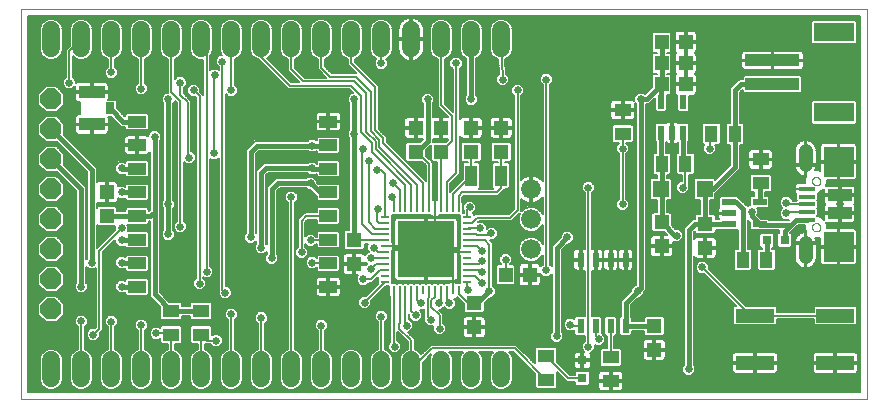
<source format=gtl>
G75*
%MOIN*%
%OFA0B0*%
%FSLAX25Y25*%
%IPPOS*%
%LPD*%
%AMOC8*
5,1,8,0,0,1.08239X$1,22.5*
%
%ADD10C,0.00000*%
%ADD11R,0.05118X0.04724*%
%ADD12R,0.04724X0.05118*%
%ADD13R,0.05512X0.05512*%
%ADD14R,0.03150X0.03150*%
%ADD15C,0.05906*%
%ADD16OC8,0.07000*%
%ADD17C,0.06600*%
%ADD18R,0.04331X0.05512*%
%ADD19R,0.05512X0.04331*%
%ADD20R,0.12598X0.04724*%
%ADD21R,0.00984X0.02953*%
%ADD22R,0.02953X0.00984*%
%ADD23R,0.18504X0.18504*%
%ADD24R,0.02165X0.04724*%
%ADD25R,0.04724X0.02165*%
%ADD26R,0.05906X0.03937*%
%ADD27R,0.07874X0.03937*%
%ADD28R,0.05315X0.01575*%
%ADD29C,0.04724*%
%ADD30R,0.09843X0.09843*%
%ADD31R,0.08661X0.04134*%
%ADD32R,0.03150X0.03937*%
%ADD33R,0.18110X0.03937*%
%ADD34R,0.13386X0.06299*%
%ADD35R,0.03937X0.07087*%
%ADD36R,0.02362X0.04724*%
%ADD37C,0.00600*%
%ADD38C,0.02578*%
%ADD39C,0.01600*%
D10*
X0001300Y0001300D02*
X0001300Y0131300D01*
X0283221Y0131300D01*
X0283221Y0001300D01*
X0001300Y0001300D01*
X0264922Y0058623D02*
X0264924Y0058697D01*
X0264930Y0058771D01*
X0264940Y0058844D01*
X0264954Y0058917D01*
X0264971Y0058989D01*
X0264993Y0059059D01*
X0265018Y0059129D01*
X0265047Y0059197D01*
X0265080Y0059263D01*
X0265116Y0059328D01*
X0265156Y0059390D01*
X0265198Y0059451D01*
X0265244Y0059509D01*
X0265293Y0059564D01*
X0265345Y0059617D01*
X0265400Y0059667D01*
X0265457Y0059713D01*
X0265517Y0059757D01*
X0265579Y0059797D01*
X0265643Y0059834D01*
X0265709Y0059868D01*
X0265777Y0059898D01*
X0265846Y0059924D01*
X0265917Y0059947D01*
X0265988Y0059965D01*
X0266061Y0059980D01*
X0266134Y0059991D01*
X0266208Y0059998D01*
X0266282Y0060001D01*
X0266355Y0060000D01*
X0266429Y0059995D01*
X0266503Y0059986D01*
X0266576Y0059973D01*
X0266648Y0059956D01*
X0266719Y0059936D01*
X0266789Y0059911D01*
X0266857Y0059883D01*
X0266924Y0059852D01*
X0266989Y0059816D01*
X0267052Y0059778D01*
X0267113Y0059736D01*
X0267172Y0059690D01*
X0267228Y0059642D01*
X0267281Y0059591D01*
X0267331Y0059537D01*
X0267379Y0059480D01*
X0267423Y0059421D01*
X0267465Y0059359D01*
X0267503Y0059296D01*
X0267537Y0059230D01*
X0267568Y0059163D01*
X0267595Y0059094D01*
X0267618Y0059024D01*
X0267638Y0058953D01*
X0267654Y0058880D01*
X0267666Y0058807D01*
X0267674Y0058734D01*
X0267678Y0058660D01*
X0267678Y0058586D01*
X0267674Y0058512D01*
X0267666Y0058439D01*
X0267654Y0058366D01*
X0267638Y0058293D01*
X0267618Y0058222D01*
X0267595Y0058152D01*
X0267568Y0058083D01*
X0267537Y0058016D01*
X0267503Y0057950D01*
X0267465Y0057887D01*
X0267423Y0057825D01*
X0267379Y0057766D01*
X0267331Y0057709D01*
X0267281Y0057655D01*
X0267228Y0057604D01*
X0267172Y0057556D01*
X0267113Y0057510D01*
X0267052Y0057468D01*
X0266989Y0057430D01*
X0266924Y0057394D01*
X0266857Y0057363D01*
X0266789Y0057335D01*
X0266719Y0057310D01*
X0266648Y0057290D01*
X0266576Y0057273D01*
X0266503Y0057260D01*
X0266429Y0057251D01*
X0266355Y0057246D01*
X0266282Y0057245D01*
X0266208Y0057248D01*
X0266134Y0057255D01*
X0266061Y0057266D01*
X0265988Y0057281D01*
X0265917Y0057299D01*
X0265846Y0057322D01*
X0265777Y0057348D01*
X0265709Y0057378D01*
X0265643Y0057412D01*
X0265579Y0057449D01*
X0265517Y0057489D01*
X0265457Y0057533D01*
X0265400Y0057579D01*
X0265345Y0057629D01*
X0265293Y0057682D01*
X0265244Y0057737D01*
X0265198Y0057795D01*
X0265156Y0057856D01*
X0265116Y0057918D01*
X0265080Y0057983D01*
X0265047Y0058049D01*
X0265018Y0058117D01*
X0264993Y0058187D01*
X0264971Y0058257D01*
X0264954Y0058329D01*
X0264940Y0058402D01*
X0264930Y0058475D01*
X0264924Y0058549D01*
X0264922Y0058623D01*
X0272599Y0053898D02*
X0274765Y0053898D01*
X0274765Y0053899D02*
X0274839Y0053902D01*
X0274914Y0053901D01*
X0274989Y0053897D01*
X0275064Y0053888D01*
X0275138Y0053876D01*
X0275211Y0053860D01*
X0275284Y0053841D01*
X0275355Y0053818D01*
X0275425Y0053791D01*
X0275494Y0053761D01*
X0275561Y0053727D01*
X0275626Y0053690D01*
X0275689Y0053650D01*
X0275750Y0053607D01*
X0275809Y0053560D01*
X0275865Y0053511D01*
X0275919Y0053459D01*
X0275970Y0053404D01*
X0276019Y0053346D01*
X0276064Y0053287D01*
X0276106Y0053225D01*
X0276145Y0053161D01*
X0276181Y0053095D01*
X0276214Y0053027D01*
X0276243Y0052958D01*
X0276268Y0052887D01*
X0276290Y0052816D01*
X0276308Y0052743D01*
X0276322Y0052669D01*
X0276333Y0052595D01*
X0276340Y0052520D01*
X0276339Y0052520D02*
X0276339Y0051733D01*
X0276340Y0051733D02*
X0276333Y0051658D01*
X0276322Y0051584D01*
X0276308Y0051510D01*
X0276290Y0051437D01*
X0276268Y0051366D01*
X0276243Y0051295D01*
X0276214Y0051226D01*
X0276181Y0051158D01*
X0276145Y0051092D01*
X0276106Y0051028D01*
X0276064Y0050966D01*
X0276019Y0050907D01*
X0275970Y0050849D01*
X0275919Y0050794D01*
X0275865Y0050742D01*
X0275809Y0050693D01*
X0275750Y0050646D01*
X0275689Y0050603D01*
X0275626Y0050563D01*
X0275561Y0050526D01*
X0275494Y0050492D01*
X0275425Y0050462D01*
X0275355Y0050435D01*
X0275284Y0050412D01*
X0275211Y0050393D01*
X0275138Y0050377D01*
X0275064Y0050365D01*
X0274989Y0050356D01*
X0274914Y0050352D01*
X0274839Y0050351D01*
X0274765Y0050354D01*
X0274765Y0050355D02*
X0272599Y0050355D01*
X0272527Y0050357D01*
X0272455Y0050363D01*
X0272383Y0050372D01*
X0272312Y0050385D01*
X0272242Y0050402D01*
X0272173Y0050422D01*
X0272105Y0050447D01*
X0272039Y0050474D01*
X0271973Y0050505D01*
X0271910Y0050540D01*
X0271848Y0050577D01*
X0271789Y0050618D01*
X0271732Y0050662D01*
X0271677Y0050709D01*
X0271625Y0050759D01*
X0271575Y0050811D01*
X0271528Y0050866D01*
X0271484Y0050923D01*
X0271443Y0050982D01*
X0271406Y0051044D01*
X0271371Y0051107D01*
X0271340Y0051173D01*
X0271313Y0051239D01*
X0271288Y0051307D01*
X0271268Y0051376D01*
X0271251Y0051446D01*
X0271238Y0051517D01*
X0271229Y0051589D01*
X0271223Y0051661D01*
X0271221Y0051733D01*
X0271221Y0052520D01*
X0271223Y0052592D01*
X0271229Y0052664D01*
X0271238Y0052736D01*
X0271251Y0052807D01*
X0271268Y0052877D01*
X0271288Y0052946D01*
X0271313Y0053014D01*
X0271340Y0053080D01*
X0271371Y0053146D01*
X0271406Y0053209D01*
X0271443Y0053271D01*
X0271484Y0053330D01*
X0271528Y0053387D01*
X0271575Y0053442D01*
X0271625Y0053494D01*
X0271677Y0053544D01*
X0271732Y0053591D01*
X0271789Y0053635D01*
X0271848Y0053676D01*
X0271910Y0053713D01*
X0271973Y0053748D01*
X0272039Y0053779D01*
X0272105Y0053806D01*
X0272173Y0053831D01*
X0272242Y0053851D01*
X0272312Y0053868D01*
X0272383Y0053881D01*
X0272455Y0053890D01*
X0272527Y0053896D01*
X0272599Y0053898D01*
X0264922Y0073977D02*
X0264924Y0074051D01*
X0264930Y0074125D01*
X0264940Y0074198D01*
X0264954Y0074271D01*
X0264971Y0074343D01*
X0264993Y0074413D01*
X0265018Y0074483D01*
X0265047Y0074551D01*
X0265080Y0074617D01*
X0265116Y0074682D01*
X0265156Y0074744D01*
X0265198Y0074805D01*
X0265244Y0074863D01*
X0265293Y0074918D01*
X0265345Y0074971D01*
X0265400Y0075021D01*
X0265457Y0075067D01*
X0265517Y0075111D01*
X0265579Y0075151D01*
X0265643Y0075188D01*
X0265709Y0075222D01*
X0265777Y0075252D01*
X0265846Y0075278D01*
X0265917Y0075301D01*
X0265988Y0075319D01*
X0266061Y0075334D01*
X0266134Y0075345D01*
X0266208Y0075352D01*
X0266282Y0075355D01*
X0266355Y0075354D01*
X0266429Y0075349D01*
X0266503Y0075340D01*
X0266576Y0075327D01*
X0266648Y0075310D01*
X0266719Y0075290D01*
X0266789Y0075265D01*
X0266857Y0075237D01*
X0266924Y0075206D01*
X0266989Y0075170D01*
X0267052Y0075132D01*
X0267113Y0075090D01*
X0267172Y0075044D01*
X0267228Y0074996D01*
X0267281Y0074945D01*
X0267331Y0074891D01*
X0267379Y0074834D01*
X0267423Y0074775D01*
X0267465Y0074713D01*
X0267503Y0074650D01*
X0267537Y0074584D01*
X0267568Y0074517D01*
X0267595Y0074448D01*
X0267618Y0074378D01*
X0267638Y0074307D01*
X0267654Y0074234D01*
X0267666Y0074161D01*
X0267674Y0074088D01*
X0267678Y0074014D01*
X0267678Y0073940D01*
X0267674Y0073866D01*
X0267666Y0073793D01*
X0267654Y0073720D01*
X0267638Y0073647D01*
X0267618Y0073576D01*
X0267595Y0073506D01*
X0267568Y0073437D01*
X0267537Y0073370D01*
X0267503Y0073304D01*
X0267465Y0073241D01*
X0267423Y0073179D01*
X0267379Y0073120D01*
X0267331Y0073063D01*
X0267281Y0073009D01*
X0267228Y0072958D01*
X0267172Y0072910D01*
X0267113Y0072864D01*
X0267052Y0072822D01*
X0266989Y0072784D01*
X0266924Y0072748D01*
X0266857Y0072717D01*
X0266789Y0072689D01*
X0266719Y0072664D01*
X0266648Y0072644D01*
X0266576Y0072627D01*
X0266503Y0072614D01*
X0266429Y0072605D01*
X0266355Y0072600D01*
X0266282Y0072599D01*
X0266208Y0072602D01*
X0266134Y0072609D01*
X0266061Y0072620D01*
X0265988Y0072635D01*
X0265917Y0072653D01*
X0265846Y0072676D01*
X0265777Y0072702D01*
X0265709Y0072732D01*
X0265643Y0072766D01*
X0265579Y0072803D01*
X0265517Y0072843D01*
X0265457Y0072887D01*
X0265400Y0072933D01*
X0265345Y0072983D01*
X0265293Y0073036D01*
X0265244Y0073091D01*
X0265198Y0073149D01*
X0265156Y0073210D01*
X0265116Y0073272D01*
X0265080Y0073337D01*
X0265047Y0073403D01*
X0265018Y0073471D01*
X0264993Y0073541D01*
X0264971Y0073611D01*
X0264954Y0073683D01*
X0264940Y0073756D01*
X0264930Y0073829D01*
X0264924Y0073903D01*
X0264922Y0073977D01*
X0272599Y0078702D02*
X0274961Y0078702D01*
X0274962Y0078701D02*
X0275039Y0078713D01*
X0275115Y0078728D01*
X0275191Y0078747D01*
X0275265Y0078770D01*
X0275339Y0078796D01*
X0275410Y0078826D01*
X0275481Y0078860D01*
X0275549Y0078896D01*
X0275616Y0078937D01*
X0275681Y0078980D01*
X0275743Y0079026D01*
X0275804Y0079076D01*
X0275861Y0079128D01*
X0275916Y0079184D01*
X0275968Y0079241D01*
X0276018Y0079302D01*
X0276064Y0079364D01*
X0276107Y0079429D01*
X0276147Y0079496D01*
X0276184Y0079565D01*
X0276217Y0079635D01*
X0276247Y0079707D01*
X0276273Y0079781D01*
X0276295Y0079855D01*
X0276314Y0079931D01*
X0276329Y0080007D01*
X0276340Y0080084D01*
X0276348Y0080162D01*
X0276352Y0080240D01*
X0276351Y0080318D01*
X0276348Y0080395D01*
X0276340Y0080473D01*
X0276348Y0080551D01*
X0276351Y0080628D01*
X0276352Y0080706D01*
X0276348Y0080784D01*
X0276340Y0080862D01*
X0276329Y0080939D01*
X0276314Y0081015D01*
X0276295Y0081091D01*
X0276273Y0081165D01*
X0276247Y0081239D01*
X0276217Y0081311D01*
X0276184Y0081381D01*
X0276147Y0081450D01*
X0276107Y0081517D01*
X0276064Y0081582D01*
X0276018Y0081644D01*
X0275968Y0081705D01*
X0275916Y0081762D01*
X0275861Y0081818D01*
X0275804Y0081870D01*
X0275743Y0081920D01*
X0275681Y0081966D01*
X0275616Y0082009D01*
X0275549Y0082050D01*
X0275481Y0082086D01*
X0275410Y0082120D01*
X0275339Y0082150D01*
X0275265Y0082176D01*
X0275191Y0082199D01*
X0275115Y0082218D01*
X0275039Y0082233D01*
X0274962Y0082245D01*
X0274961Y0082245D02*
X0272599Y0082245D01*
X0272522Y0082233D01*
X0272446Y0082218D01*
X0272370Y0082199D01*
X0272296Y0082176D01*
X0272222Y0082150D01*
X0272151Y0082120D01*
X0272080Y0082086D01*
X0272012Y0082050D01*
X0271945Y0082009D01*
X0271880Y0081966D01*
X0271818Y0081920D01*
X0271757Y0081870D01*
X0271700Y0081818D01*
X0271645Y0081762D01*
X0271593Y0081705D01*
X0271543Y0081644D01*
X0271497Y0081582D01*
X0271454Y0081517D01*
X0271414Y0081450D01*
X0271377Y0081381D01*
X0271344Y0081311D01*
X0271314Y0081239D01*
X0271288Y0081165D01*
X0271266Y0081091D01*
X0271247Y0081015D01*
X0271232Y0080939D01*
X0271221Y0080862D01*
X0271213Y0080784D01*
X0271209Y0080706D01*
X0271210Y0080628D01*
X0271213Y0080551D01*
X0271221Y0080473D01*
X0271213Y0080395D01*
X0271210Y0080318D01*
X0271209Y0080240D01*
X0271213Y0080162D01*
X0271221Y0080084D01*
X0271232Y0080007D01*
X0271247Y0079931D01*
X0271266Y0079855D01*
X0271288Y0079781D01*
X0271314Y0079707D01*
X0271344Y0079635D01*
X0271377Y0079565D01*
X0271414Y0079496D01*
X0271454Y0079429D01*
X0271497Y0079364D01*
X0271543Y0079302D01*
X0271593Y0079241D01*
X0271645Y0079184D01*
X0271700Y0079128D01*
X0271757Y0079076D01*
X0271818Y0079026D01*
X0271880Y0078980D01*
X0271945Y0078937D01*
X0272012Y0078896D01*
X0272080Y0078860D01*
X0272151Y0078826D01*
X0272222Y0078796D01*
X0272296Y0078770D01*
X0272370Y0078747D01*
X0272446Y0078728D01*
X0272522Y0078713D01*
X0272599Y0078701D01*
D11*
X0229300Y0059800D03*
X0214800Y0060300D03*
X0214800Y0052300D03*
X0229300Y0051800D03*
X0212300Y0025800D03*
X0212300Y0017800D03*
X0152300Y0025300D03*
X0152300Y0033300D03*
X0112300Y0046300D03*
X0112300Y0054300D03*
X0132800Y0083800D03*
X0141300Y0083800D03*
X0151300Y0083800D03*
X0161300Y0083800D03*
X0161300Y0091800D03*
X0151300Y0091800D03*
X0141300Y0091800D03*
X0132800Y0091800D03*
X0029800Y0070300D03*
X0029800Y0062300D03*
D12*
X0162800Y0042800D03*
X0170800Y0042800D03*
X0214800Y0106300D03*
X0222800Y0106300D03*
X0222800Y0113300D03*
X0214800Y0113300D03*
X0214800Y0120300D03*
X0222800Y0120300D03*
D13*
X0229083Y0071300D03*
X0214517Y0071300D03*
D14*
X0249847Y0054300D03*
X0255753Y0054300D03*
X0188300Y0014253D03*
X0188300Y0008347D03*
D15*
X0161300Y0008347D02*
X0161300Y0014253D01*
X0151300Y0014253D02*
X0151300Y0008347D01*
X0141300Y0008347D02*
X0141300Y0014253D01*
X0131300Y0014253D02*
X0131300Y0008347D01*
X0121300Y0008347D02*
X0121300Y0014253D01*
X0111300Y0014253D02*
X0111300Y0008347D01*
X0101300Y0008347D02*
X0101300Y0014253D01*
X0091300Y0014253D02*
X0091300Y0008347D01*
X0081300Y0008347D02*
X0081300Y0014253D01*
X0071300Y0014253D02*
X0071300Y0008347D01*
X0061300Y0008347D02*
X0061300Y0014253D01*
X0051300Y0014253D02*
X0051300Y0008347D01*
X0041300Y0008347D02*
X0041300Y0014253D01*
X0031300Y0014253D02*
X0031300Y0008347D01*
X0021300Y0008347D02*
X0021300Y0014253D01*
X0011300Y0014253D02*
X0011300Y0008347D01*
X0011300Y0118347D02*
X0011300Y0124253D01*
X0021300Y0124253D02*
X0021300Y0118347D01*
X0031300Y0118347D02*
X0031300Y0124253D01*
X0041300Y0124253D02*
X0041300Y0118347D01*
X0051300Y0118347D02*
X0051300Y0124253D01*
X0061300Y0124253D02*
X0061300Y0118347D01*
X0071300Y0118347D02*
X0071300Y0124253D01*
X0081300Y0124253D02*
X0081300Y0118347D01*
X0091300Y0118347D02*
X0091300Y0124253D01*
X0101300Y0124253D02*
X0101300Y0118347D01*
X0111300Y0118347D02*
X0111300Y0124253D01*
X0121300Y0124253D02*
X0121300Y0118347D01*
X0131300Y0118347D02*
X0131300Y0124253D01*
X0141300Y0124253D02*
X0141300Y0118347D01*
X0151300Y0118347D02*
X0151300Y0124253D01*
X0161300Y0124253D02*
X0161300Y0118347D01*
D16*
X0011300Y0101300D03*
X0011300Y0091300D03*
X0011300Y0081300D03*
X0011300Y0071300D03*
X0011300Y0061300D03*
X0011300Y0051300D03*
X0011300Y0041300D03*
X0011300Y0031300D03*
D17*
X0171300Y0051300D03*
X0171300Y0061300D03*
X0171300Y0071300D03*
D18*
X0214863Y0079800D03*
X0222737Y0079800D03*
X0231363Y0089800D03*
X0239237Y0089800D03*
X0241863Y0047800D03*
X0249737Y0047800D03*
D19*
X0247800Y0073363D03*
X0247800Y0081237D03*
X0201800Y0089863D03*
X0201800Y0097737D03*
X0061300Y0030737D03*
X0051300Y0030737D03*
X0051300Y0022863D03*
X0061300Y0022863D03*
X0176300Y0015737D03*
X0176300Y0007863D03*
X0197800Y0007363D03*
X0197800Y0015237D03*
D20*
X0245914Y0013426D03*
X0272686Y0013426D03*
X0272686Y0029174D03*
X0245914Y0029174D03*
D21*
X0147127Y0037619D03*
X0145158Y0037619D03*
X0143190Y0037619D03*
X0141221Y0037619D03*
X0139253Y0037619D03*
X0137284Y0037619D03*
X0135316Y0037619D03*
X0133347Y0037619D03*
X0131379Y0037619D03*
X0129410Y0037619D03*
X0127442Y0037619D03*
X0125473Y0037619D03*
X0125473Y0064981D03*
X0127442Y0064981D03*
X0129410Y0064981D03*
X0131379Y0064981D03*
X0133347Y0064981D03*
X0135316Y0064981D03*
X0137284Y0064981D03*
X0139253Y0064981D03*
X0141221Y0064981D03*
X0143190Y0064981D03*
X0145158Y0064981D03*
X0147127Y0064981D03*
D22*
X0149981Y0062127D03*
X0149981Y0060158D03*
X0149981Y0058190D03*
X0149981Y0056221D03*
X0149981Y0054253D03*
X0149981Y0052284D03*
X0149981Y0050316D03*
X0149981Y0048347D03*
X0149981Y0046379D03*
X0149981Y0044410D03*
X0149981Y0042442D03*
X0149981Y0040473D03*
X0122619Y0040473D03*
X0122619Y0042442D03*
X0122619Y0044410D03*
X0122619Y0046379D03*
X0122619Y0048347D03*
X0122619Y0050316D03*
X0122619Y0052284D03*
X0122619Y0054253D03*
X0122619Y0056221D03*
X0122619Y0058190D03*
X0122619Y0060158D03*
X0122619Y0062127D03*
D23*
X0136300Y0051300D03*
D24*
X0214560Y0090181D03*
X0218300Y0090181D03*
X0222040Y0090181D03*
X0222040Y0100419D03*
X0214560Y0100419D03*
D25*
X0237181Y0067040D03*
X0237181Y0063300D03*
X0237181Y0059560D03*
X0247419Y0059560D03*
X0247419Y0067040D03*
D26*
X0103690Y0070237D03*
X0103690Y0062363D03*
X0103690Y0054489D03*
X0103690Y0046615D03*
X0103690Y0038741D03*
X0039910Y0038741D03*
X0039910Y0046615D03*
X0039910Y0054489D03*
X0039910Y0062363D03*
X0039910Y0070237D03*
X0039910Y0078111D03*
X0039910Y0085985D03*
X0039910Y0093859D03*
X0103690Y0093859D03*
X0103690Y0085985D03*
X0103690Y0078111D03*
D27*
X0274174Y0069253D03*
X0274174Y0063347D03*
D28*
X0263249Y0063741D03*
X0263249Y0066300D03*
X0263249Y0068859D03*
X0263249Y0071418D03*
X0263249Y0061182D03*
D29*
X0262757Y0053308D02*
X0262757Y0048583D01*
X0262757Y0079292D02*
X0262757Y0084017D01*
D30*
X0273780Y0080473D03*
X0273780Y0052127D03*
D31*
X0024800Y0092887D03*
X0024800Y0103713D03*
D32*
X0030804Y0098300D03*
D33*
X0251733Y0106363D03*
X0251733Y0114237D03*
D34*
X0272206Y0123686D03*
X0272206Y0096914D03*
D35*
X0161221Y0075800D03*
X0151379Y0075800D03*
D36*
X0187800Y0047824D03*
X0192800Y0047824D03*
X0197800Y0047824D03*
X0202800Y0047824D03*
X0202800Y0025776D03*
X0197800Y0025776D03*
X0192800Y0025776D03*
X0187800Y0025776D03*
D37*
X0184735Y0025776D01*
X0184300Y0026211D01*
X0182773Y0024642D02*
X0181500Y0024642D01*
X0181500Y0025240D02*
X0182175Y0025240D01*
X0182111Y0025304D02*
X0183393Y0024022D01*
X0185207Y0024022D01*
X0185719Y0024534D01*
X0185719Y0023041D01*
X0186246Y0022514D01*
X0189100Y0022514D01*
X0189100Y0020696D01*
X0188111Y0019707D01*
X0188111Y0017893D01*
X0188877Y0017128D01*
X0188600Y0017128D01*
X0188600Y0014553D01*
X0188000Y0014553D01*
X0188000Y0017128D01*
X0186554Y0017128D01*
X0186223Y0017039D01*
X0185927Y0016868D01*
X0185685Y0016626D01*
X0185514Y0016329D01*
X0185425Y0015999D01*
X0185425Y0014553D01*
X0188000Y0014553D01*
X0188000Y0013953D01*
X0185425Y0013953D01*
X0185425Y0012507D01*
X0185514Y0012176D01*
X0185685Y0011880D01*
X0185927Y0011638D01*
X0186223Y0011467D01*
X0186554Y0011378D01*
X0188000Y0011378D01*
X0188000Y0013953D01*
X0188600Y0013953D01*
X0188600Y0014553D01*
X0191175Y0014553D01*
X0191175Y0015999D01*
X0191086Y0016329D01*
X0190924Y0016611D01*
X0191207Y0016611D01*
X0192489Y0017893D01*
X0192489Y0019515D01*
X0192893Y0019111D01*
X0194707Y0019111D01*
X0195989Y0020393D01*
X0195989Y0022207D01*
X0194881Y0023315D01*
X0194881Y0028511D01*
X0194354Y0029039D01*
X0191500Y0029039D01*
X0191500Y0044161D01*
X0192509Y0044161D01*
X0192509Y0047533D01*
X0193091Y0047533D01*
X0193091Y0048114D01*
X0195281Y0048114D01*
X0195281Y0050357D01*
X0195192Y0050688D01*
X0195021Y0050984D01*
X0194779Y0051226D01*
X0194483Y0051397D01*
X0194152Y0051486D01*
X0193091Y0051486D01*
X0193091Y0048114D01*
X0192509Y0048114D01*
X0192509Y0051486D01*
X0191500Y0051486D01*
X0191500Y0069904D01*
X0192489Y0070893D01*
X0192489Y0072707D01*
X0191207Y0073989D01*
X0189393Y0073989D01*
X0188111Y0072707D01*
X0188111Y0070893D01*
X0189100Y0069904D01*
X0189100Y0051486D01*
X0188091Y0051486D01*
X0188091Y0048114D01*
X0187509Y0048114D01*
X0187509Y0047533D01*
X0185319Y0047533D01*
X0185319Y0045290D01*
X0185407Y0044960D01*
X0185579Y0044663D01*
X0185821Y0044421D01*
X0186117Y0044250D01*
X0186448Y0044161D01*
X0187509Y0044161D01*
X0187509Y0047533D01*
X0188091Y0047533D01*
X0188091Y0044161D01*
X0189100Y0044161D01*
X0189100Y0029039D01*
X0186246Y0029039D01*
X0185719Y0028511D01*
X0185719Y0027888D01*
X0185207Y0028400D01*
X0183393Y0028400D01*
X0182111Y0027118D01*
X0182111Y0025304D01*
X0182111Y0025839D02*
X0181500Y0025839D01*
X0181500Y0026437D02*
X0182111Y0026437D01*
X0182111Y0027036D02*
X0181500Y0027036D01*
X0181500Y0027634D02*
X0182628Y0027634D01*
X0183226Y0028233D02*
X0181500Y0028233D01*
X0181500Y0028832D02*
X0186039Y0028832D01*
X0185719Y0028233D02*
X0185374Y0028233D01*
X0189100Y0029430D02*
X0181500Y0029430D01*
X0181500Y0030029D02*
X0189100Y0030029D01*
X0189100Y0030627D02*
X0181500Y0030627D01*
X0181500Y0031226D02*
X0189100Y0031226D01*
X0189100Y0031824D02*
X0181500Y0031824D01*
X0181500Y0032423D02*
X0189100Y0032423D01*
X0189100Y0033021D02*
X0181500Y0033021D01*
X0181500Y0033620D02*
X0189100Y0033620D01*
X0189100Y0034218D02*
X0181500Y0034218D01*
X0181500Y0034817D02*
X0189100Y0034817D01*
X0189100Y0035415D02*
X0181500Y0035415D01*
X0181500Y0036014D02*
X0189100Y0036014D01*
X0189100Y0036612D02*
X0181500Y0036612D01*
X0181500Y0037211D02*
X0189100Y0037211D01*
X0189100Y0037809D02*
X0181500Y0037809D01*
X0181500Y0038408D02*
X0189100Y0038408D01*
X0189100Y0039006D02*
X0181500Y0039006D01*
X0181500Y0039605D02*
X0189100Y0039605D01*
X0189100Y0040203D02*
X0181500Y0040203D01*
X0181500Y0040802D02*
X0189100Y0040802D01*
X0189100Y0041400D02*
X0181500Y0041400D01*
X0181500Y0041999D02*
X0189100Y0041999D01*
X0189100Y0042597D02*
X0181500Y0042597D01*
X0181500Y0043196D02*
X0189100Y0043196D01*
X0189100Y0043794D02*
X0181500Y0043794D01*
X0181500Y0044393D02*
X0185870Y0044393D01*
X0185399Y0044991D02*
X0181500Y0044991D01*
X0181500Y0045590D02*
X0185319Y0045590D01*
X0185319Y0046188D02*
X0181500Y0046188D01*
X0181500Y0046787D02*
X0185319Y0046787D01*
X0185319Y0047385D02*
X0181500Y0047385D01*
X0181500Y0047984D02*
X0187509Y0047984D01*
X0187509Y0048114D02*
X0185319Y0048114D01*
X0185319Y0050357D01*
X0185407Y0050688D01*
X0185579Y0050984D01*
X0185821Y0051226D01*
X0186117Y0051397D01*
X0186448Y0051486D01*
X0187509Y0051486D01*
X0187509Y0048114D01*
X0187509Y0048582D02*
X0188091Y0048582D01*
X0188091Y0049181D02*
X0187509Y0049181D01*
X0187509Y0049779D02*
X0188091Y0049779D01*
X0188091Y0050378D02*
X0187509Y0050378D01*
X0187509Y0050976D02*
X0188091Y0050976D01*
X0189100Y0051575D02*
X0181979Y0051575D01*
X0181500Y0051096D02*
X0183515Y0053111D01*
X0184207Y0053111D01*
X0185489Y0054393D01*
X0185489Y0056207D01*
X0184207Y0057489D01*
X0182393Y0057489D01*
X0181111Y0056207D01*
X0181111Y0055515D01*
X0179096Y0053500D01*
X0178100Y0052504D01*
X0178100Y0045596D01*
X0177500Y0046196D01*
X0177500Y0105904D01*
X0178489Y0106893D01*
X0178489Y0108707D01*
X0177207Y0109989D01*
X0175393Y0109989D01*
X0174111Y0108707D01*
X0174111Y0106893D01*
X0175100Y0105904D01*
X0175100Y0073896D01*
X0174809Y0074297D01*
X0174297Y0074809D01*
X0173711Y0075234D01*
X0173066Y0075563D01*
X0172377Y0075787D01*
X0171662Y0075900D01*
X0171600Y0075900D01*
X0171600Y0071600D01*
X0171000Y0071600D01*
X0171000Y0075900D01*
X0170938Y0075900D01*
X0170223Y0075787D01*
X0169534Y0075563D01*
X0168889Y0075234D01*
X0168303Y0074809D01*
X0168000Y0074505D01*
X0168000Y0102404D01*
X0168989Y0103393D01*
X0168989Y0105207D01*
X0167707Y0106489D01*
X0165893Y0106489D01*
X0164611Y0105207D01*
X0164611Y0103393D01*
X0165600Y0102404D01*
X0165600Y0064797D01*
X0163803Y0063000D01*
X0152803Y0063000D01*
X0152357Y0062555D01*
X0152357Y0062992D01*
X0151972Y0063377D01*
X0152989Y0064393D01*
X0152989Y0066207D01*
X0151707Y0067489D01*
X0149893Y0067489D01*
X0148611Y0066207D01*
X0148611Y0064393D01*
X0148781Y0064223D01*
X0148781Y0063519D01*
X0148519Y0063519D01*
X0148519Y0066830D01*
X0148327Y0067022D01*
X0148327Y0068630D01*
X0148797Y0069100D01*
X0160297Y0069100D01*
X0161000Y0069803D01*
X0162421Y0071224D01*
X0162421Y0071357D01*
X0163563Y0071357D01*
X0164090Y0071884D01*
X0164090Y0079716D01*
X0163563Y0080243D01*
X0162500Y0080243D01*
X0162500Y0080538D01*
X0164232Y0080538D01*
X0164759Y0081065D01*
X0164759Y0086535D01*
X0164232Y0087062D01*
X0158368Y0087062D01*
X0157841Y0086535D01*
X0157841Y0081065D01*
X0158368Y0080538D01*
X0160100Y0080538D01*
X0160100Y0080243D01*
X0158880Y0080243D01*
X0158353Y0079716D01*
X0158353Y0071884D01*
X0158737Y0071500D01*
X0153863Y0071500D01*
X0154247Y0071884D01*
X0154247Y0079716D01*
X0153720Y0080243D01*
X0152500Y0080243D01*
X0152500Y0080538D01*
X0154232Y0080538D01*
X0154759Y0081065D01*
X0154759Y0086535D01*
X0154232Y0087062D01*
X0148368Y0087062D01*
X0147841Y0086535D01*
X0147841Y0081065D01*
X0148368Y0080538D01*
X0150100Y0080538D01*
X0150100Y0080243D01*
X0149037Y0080243D01*
X0148510Y0079716D01*
X0148510Y0074629D01*
X0144661Y0070780D01*
X0144390Y0070508D01*
X0144390Y0073193D01*
X0146797Y0075600D01*
X0147500Y0076303D01*
X0147500Y0089046D01*
X0147530Y0088936D01*
X0147701Y0088640D01*
X0147943Y0088398D01*
X0148239Y0088226D01*
X0148570Y0088138D01*
X0151000Y0088138D01*
X0151000Y0091500D01*
X0151600Y0091500D01*
X0151600Y0092100D01*
X0151000Y0092100D01*
X0151000Y0095462D01*
X0148570Y0095462D01*
X0148239Y0095374D01*
X0147943Y0095202D01*
X0147701Y0094960D01*
X0147530Y0094664D01*
X0147500Y0094554D01*
X0147500Y0111404D01*
X0148428Y0112333D01*
X0148428Y0114146D01*
X0147146Y0115428D01*
X0145333Y0115428D01*
X0144050Y0114146D01*
X0144050Y0112333D01*
X0145100Y0111283D01*
X0145100Y0097197D01*
X0142500Y0099797D01*
X0142500Y0114674D01*
X0143482Y0115081D01*
X0144566Y0116165D01*
X0145153Y0117581D01*
X0145153Y0125019D01*
X0144566Y0126435D01*
X0143482Y0127519D01*
X0142066Y0128105D01*
X0140534Y0128105D01*
X0139118Y0127519D01*
X0138034Y0126435D01*
X0137447Y0125019D01*
X0137447Y0117581D01*
X0138034Y0116165D01*
X0139118Y0115081D01*
X0140100Y0114674D01*
X0140100Y0098803D01*
X0140803Y0098100D01*
X0143441Y0095462D01*
X0141600Y0095462D01*
X0141600Y0092100D01*
X0141000Y0092100D01*
X0141000Y0095462D01*
X0138570Y0095462D01*
X0138500Y0095443D01*
X0138500Y0099904D01*
X0138989Y0100393D01*
X0138989Y0102207D01*
X0137707Y0103489D01*
X0135893Y0103489D01*
X0134611Y0102207D01*
X0134611Y0100393D01*
X0135100Y0099904D01*
X0135100Y0095462D01*
X0133100Y0095462D01*
X0133100Y0092100D01*
X0132500Y0092100D01*
X0132500Y0095462D01*
X0130070Y0095462D01*
X0129739Y0095374D01*
X0129443Y0095202D01*
X0129201Y0094960D01*
X0129030Y0094664D01*
X0128941Y0094333D01*
X0128941Y0092100D01*
X0132500Y0092100D01*
X0132500Y0091500D01*
X0133100Y0091500D01*
X0133100Y0088138D01*
X0135100Y0088138D01*
X0135100Y0088004D01*
X0134158Y0087062D01*
X0129868Y0087062D01*
X0129341Y0086535D01*
X0129341Y0081065D01*
X0129868Y0080538D01*
X0134865Y0080538D01*
X0136084Y0079319D01*
X0136084Y0074213D01*
X0123100Y0087197D01*
X0123100Y0088788D01*
X0120500Y0091388D01*
X0120500Y0105797D01*
X0112500Y0113797D01*
X0112500Y0114674D01*
X0113482Y0115081D01*
X0114566Y0116165D01*
X0115153Y0117581D01*
X0115153Y0125019D01*
X0114566Y0126435D01*
X0113482Y0127519D01*
X0112066Y0128105D01*
X0110534Y0128105D01*
X0109118Y0127519D01*
X0108034Y0126435D01*
X0107447Y0125019D01*
X0107447Y0117581D01*
X0108034Y0116165D01*
X0109118Y0115081D01*
X0110100Y0114674D01*
X0110100Y0112803D01*
X0112903Y0110000D01*
X0104797Y0110000D01*
X0102500Y0112297D01*
X0102500Y0114674D01*
X0103482Y0115081D01*
X0104566Y0116165D01*
X0105153Y0117581D01*
X0105153Y0125019D01*
X0104566Y0126435D01*
X0103482Y0127519D01*
X0102066Y0128105D01*
X0100534Y0128105D01*
X0099118Y0127519D01*
X0098034Y0126435D01*
X0097447Y0125019D01*
X0097447Y0117581D01*
X0098034Y0116165D01*
X0099118Y0115081D01*
X0100100Y0114674D01*
X0100100Y0111303D01*
X0100803Y0110600D01*
X0102903Y0108500D01*
X0095797Y0108500D01*
X0092500Y0111797D01*
X0092500Y0114674D01*
X0093482Y0115081D01*
X0094566Y0116165D01*
X0095153Y0117581D01*
X0095153Y0125019D01*
X0094566Y0126435D01*
X0093482Y0127519D01*
X0092066Y0128105D01*
X0090534Y0128105D01*
X0089118Y0127519D01*
X0088034Y0126435D01*
X0087447Y0125019D01*
X0087447Y0117581D01*
X0088034Y0116165D01*
X0089118Y0115081D01*
X0090100Y0114674D01*
X0090100Y0110803D01*
X0090803Y0110100D01*
X0093903Y0107000D01*
X0091297Y0107000D01*
X0083294Y0115003D01*
X0083482Y0115081D01*
X0084566Y0116165D01*
X0085153Y0117581D01*
X0085153Y0125019D01*
X0084566Y0126435D01*
X0083482Y0127519D01*
X0082066Y0128105D01*
X0080534Y0128105D01*
X0079118Y0127519D01*
X0078034Y0126435D01*
X0077447Y0125019D01*
X0077447Y0117581D01*
X0078034Y0116165D01*
X0079118Y0115081D01*
X0080320Y0114583D01*
X0080803Y0114100D01*
X0090303Y0104600D01*
X0110681Y0104600D01*
X0111793Y0103489D01*
X0111393Y0103489D01*
X0110111Y0102207D01*
X0110111Y0100393D01*
X0110600Y0099904D01*
X0110600Y0091196D01*
X0110111Y0090707D01*
X0110111Y0088893D01*
X0110600Y0088404D01*
X0110600Y0057562D01*
X0109368Y0057562D01*
X0108841Y0057035D01*
X0108841Y0051565D01*
X0109368Y0051038D01*
X0115232Y0051038D01*
X0115759Y0051565D01*
X0115759Y0053053D01*
X0116897Y0053053D01*
X0116615Y0052770D01*
X0116615Y0050957D01*
X0117083Y0050489D01*
X0116893Y0050489D01*
X0115882Y0049478D01*
X0115657Y0049702D01*
X0115361Y0049874D01*
X0115030Y0049962D01*
X0112600Y0049962D01*
X0112600Y0046600D01*
X0112000Y0046600D01*
X0112000Y0049962D01*
X0109570Y0049962D01*
X0109239Y0049874D01*
X0108943Y0049702D01*
X0108701Y0049460D01*
X0108530Y0049164D01*
X0108441Y0048833D01*
X0108441Y0046600D01*
X0112000Y0046600D01*
X0112000Y0046000D01*
X0112600Y0046000D01*
X0112600Y0046600D01*
X0116159Y0046600D01*
X0116159Y0046845D01*
X0116493Y0046511D01*
X0115982Y0046000D01*
X0112600Y0046000D01*
X0112600Y0042638D01*
X0113542Y0042638D01*
X0113111Y0042207D01*
X0113111Y0040393D01*
X0114393Y0039111D01*
X0116207Y0039111D01*
X0117196Y0040100D01*
X0118297Y0040100D01*
X0120243Y0042045D01*
X0120243Y0041577D01*
X0120362Y0041457D01*
X0120243Y0041338D01*
X0120243Y0039794D01*
X0116160Y0035711D01*
X0114893Y0035711D01*
X0113611Y0034429D01*
X0113611Y0032615D01*
X0114893Y0031333D01*
X0116707Y0031333D01*
X0117989Y0032615D01*
X0117989Y0034146D01*
X0122924Y0039081D01*
X0124081Y0039081D01*
X0124081Y0035770D01*
X0124273Y0035578D01*
X0124273Y0020369D01*
X0123611Y0019707D01*
X0123611Y0017893D01*
X0124893Y0016611D01*
X0126707Y0016611D01*
X0127989Y0017893D01*
X0127989Y0019707D01*
X0126707Y0020989D01*
X0126673Y0020989D01*
X0126673Y0023851D01*
X0126914Y0023610D01*
X0130100Y0020424D01*
X0130100Y0017926D01*
X0129118Y0017519D01*
X0128034Y0016435D01*
X0127447Y0015019D01*
X0127447Y0007581D01*
X0128034Y0006165D01*
X0129118Y0005081D01*
X0130534Y0004494D01*
X0132066Y0004494D01*
X0133482Y0005081D01*
X0134566Y0006165D01*
X0135153Y0007581D01*
X0135153Y0013456D01*
X0137964Y0016267D01*
X0137447Y0015019D01*
X0137447Y0007581D01*
X0138034Y0006165D01*
X0139118Y0005081D01*
X0140534Y0004494D01*
X0142066Y0004494D01*
X0143482Y0005081D01*
X0144566Y0006165D01*
X0145153Y0007581D01*
X0145153Y0015019D01*
X0144566Y0016435D01*
X0143901Y0017100D01*
X0148699Y0017100D01*
X0148034Y0016435D01*
X0147447Y0015019D01*
X0147447Y0007581D01*
X0148034Y0006165D01*
X0149118Y0005081D01*
X0150534Y0004494D01*
X0152066Y0004494D01*
X0153482Y0005081D01*
X0154566Y0006165D01*
X0155153Y0007581D01*
X0155153Y0015019D01*
X0154566Y0016435D01*
X0153901Y0017100D01*
X0158699Y0017100D01*
X0158034Y0016435D01*
X0157447Y0015019D01*
X0157447Y0007581D01*
X0158034Y0006165D01*
X0159118Y0005081D01*
X0160534Y0004494D01*
X0162066Y0004494D01*
X0163482Y0005081D01*
X0164566Y0006165D01*
X0165153Y0007581D01*
X0165153Y0015019D01*
X0164566Y0016435D01*
X0163901Y0017100D01*
X0165366Y0017100D01*
X0172644Y0009822D01*
X0172644Y0005325D01*
X0173171Y0004798D01*
X0179429Y0004798D01*
X0179956Y0005325D01*
X0179956Y0010384D01*
X0182490Y0007850D01*
X0183193Y0007147D01*
X0185825Y0007147D01*
X0185825Y0006400D01*
X0186352Y0005872D01*
X0190248Y0005872D01*
X0190775Y0006400D01*
X0190775Y0010295D01*
X0190248Y0010822D01*
X0186352Y0010822D01*
X0185825Y0010295D01*
X0185825Y0009547D01*
X0184187Y0009547D01*
X0179956Y0013778D01*
X0179956Y0018275D01*
X0179429Y0018802D01*
X0173171Y0018802D01*
X0172644Y0018275D01*
X0172644Y0013216D01*
X0167063Y0018797D01*
X0166360Y0019500D01*
X0137803Y0019500D01*
X0137100Y0018797D01*
X0134617Y0016314D01*
X0134566Y0016435D01*
X0133482Y0017519D01*
X0132500Y0017926D01*
X0132500Y0021419D01*
X0130307Y0023611D01*
X0130707Y0023611D01*
X0131989Y0024893D01*
X0131989Y0026707D01*
X0130707Y0027989D01*
X0130610Y0027989D01*
X0130610Y0029793D01*
X0130611Y0029792D01*
X0130611Y0028393D01*
X0131893Y0027111D01*
X0133707Y0027111D01*
X0134989Y0028393D01*
X0134989Y0030207D01*
X0134085Y0031111D01*
X0135345Y0031111D01*
X0135628Y0031393D01*
X0135628Y0031325D01*
X0135600Y0031297D01*
X0135600Y0028303D01*
X0135611Y0028292D01*
X0135611Y0026893D01*
X0136893Y0025611D01*
X0138611Y0025611D01*
X0138611Y0023893D01*
X0139893Y0022611D01*
X0141707Y0022611D01*
X0142989Y0023893D01*
X0142989Y0025707D01*
X0142000Y0026696D01*
X0142000Y0029797D01*
X0140686Y0031111D01*
X0141323Y0031111D01*
X0142205Y0031993D01*
X0143088Y0031111D01*
X0144901Y0031111D01*
X0146183Y0032393D01*
X0146183Y0034207D01*
X0145548Y0034843D01*
X0145822Y0034843D01*
X0146152Y0034931D01*
X0146449Y0035102D01*
X0146589Y0035243D01*
X0146660Y0035243D01*
X0148841Y0033062D01*
X0148841Y0030565D01*
X0149368Y0030038D01*
X0155232Y0030038D01*
X0155759Y0030565D01*
X0155759Y0033355D01*
X0157515Y0035111D01*
X0158207Y0035111D01*
X0159489Y0036393D01*
X0159489Y0038207D01*
X0158500Y0039196D01*
X0158500Y0053297D01*
X0157797Y0054000D01*
X0157436Y0054361D01*
X0158957Y0054361D01*
X0160239Y0055643D01*
X0160239Y0057457D01*
X0158957Y0058739D01*
X0157143Y0058739D01*
X0156489Y0058085D01*
X0156489Y0059207D01*
X0155207Y0060489D01*
X0153686Y0060489D01*
X0153797Y0060600D01*
X0164797Y0060600D01*
X0167643Y0063446D01*
X0167100Y0062135D01*
X0167100Y0060465D01*
X0167739Y0058921D01*
X0168921Y0057739D01*
X0170465Y0057100D01*
X0172135Y0057100D01*
X0173679Y0057739D01*
X0174861Y0058921D01*
X0175100Y0059499D01*
X0175100Y0053101D01*
X0174861Y0053679D01*
X0173679Y0054861D01*
X0172135Y0055500D01*
X0170465Y0055500D01*
X0168921Y0054861D01*
X0167739Y0053679D01*
X0167100Y0052135D01*
X0167100Y0050465D01*
X0167739Y0048921D01*
X0168921Y0047739D01*
X0170465Y0047100D01*
X0172135Y0047100D01*
X0173679Y0047739D01*
X0174861Y0048921D01*
X0175100Y0049499D01*
X0175100Y0046196D01*
X0174456Y0045552D01*
X0174374Y0045861D01*
X0174202Y0046157D01*
X0173960Y0046399D01*
X0173664Y0046570D01*
X0173333Y0046659D01*
X0171100Y0046659D01*
X0171100Y0043100D01*
X0174404Y0043100D01*
X0175393Y0042111D01*
X0177207Y0042111D01*
X0178100Y0043004D01*
X0178100Y0023696D01*
X0177611Y0023207D01*
X0177611Y0021393D01*
X0178893Y0020111D01*
X0180707Y0020111D01*
X0181989Y0021393D01*
X0181989Y0023207D01*
X0181500Y0023696D01*
X0181500Y0051096D01*
X0181500Y0050976D02*
X0185574Y0050976D01*
X0185325Y0050378D02*
X0181500Y0050378D01*
X0181500Y0049779D02*
X0185319Y0049779D01*
X0185319Y0049181D02*
X0181500Y0049181D01*
X0181500Y0048582D02*
X0185319Y0048582D01*
X0187509Y0047385D02*
X0188091Y0047385D01*
X0188091Y0046787D02*
X0187509Y0046787D01*
X0187509Y0046188D02*
X0188091Y0046188D01*
X0188091Y0045590D02*
X0187509Y0045590D01*
X0187509Y0044991D02*
X0188091Y0044991D01*
X0188091Y0044393D02*
X0187509Y0044393D01*
X0191500Y0043794D02*
X0206100Y0043794D01*
X0206100Y0043196D02*
X0191500Y0043196D01*
X0191500Y0042597D02*
X0206100Y0042597D01*
X0206100Y0041999D02*
X0191500Y0041999D01*
X0191500Y0041400D02*
X0206100Y0041400D01*
X0206100Y0040802D02*
X0191500Y0040802D01*
X0191500Y0040203D02*
X0206100Y0040203D01*
X0206100Y0039605D02*
X0191500Y0039605D01*
X0191500Y0039006D02*
X0205411Y0039006D01*
X0205893Y0039489D02*
X0204611Y0038207D01*
X0204611Y0037515D01*
X0202096Y0035000D01*
X0201100Y0034004D01*
X0201100Y0028892D01*
X0200719Y0028511D01*
X0200719Y0023041D01*
X0201246Y0022514D01*
X0204354Y0022514D01*
X0204881Y0023041D01*
X0204881Y0024076D01*
X0208841Y0024076D01*
X0208841Y0023065D01*
X0209368Y0022538D01*
X0215232Y0022538D01*
X0215759Y0023065D01*
X0215759Y0028535D01*
X0215232Y0029062D01*
X0209368Y0029062D01*
X0208841Y0028535D01*
X0208841Y0027476D01*
X0204881Y0027476D01*
X0204881Y0028511D01*
X0204500Y0028892D01*
X0204500Y0032596D01*
X0207015Y0035111D01*
X0207707Y0035111D01*
X0208989Y0036393D01*
X0208989Y0037085D01*
X0209500Y0037596D01*
X0209500Y0099600D01*
X0210504Y0099600D01*
X0212577Y0101673D01*
X0212577Y0097684D01*
X0213104Y0097156D01*
X0216015Y0097156D01*
X0216543Y0097684D01*
X0216543Y0102841D01*
X0217535Y0102841D01*
X0218062Y0103368D01*
X0218062Y0109232D01*
X0217535Y0109759D01*
X0216500Y0109759D01*
X0216500Y0109841D01*
X0217535Y0109841D01*
X0218062Y0110368D01*
X0218062Y0116232D01*
X0217535Y0116759D01*
X0216500Y0116759D01*
X0216500Y0116841D01*
X0217535Y0116841D01*
X0218062Y0117368D01*
X0218062Y0123232D01*
X0217535Y0123759D01*
X0212065Y0123759D01*
X0211538Y0123232D01*
X0211538Y0117368D01*
X0212065Y0116841D01*
X0213100Y0116841D01*
X0213100Y0116759D01*
X0212065Y0116759D01*
X0211538Y0116232D01*
X0211538Y0110368D01*
X0212065Y0109841D01*
X0213100Y0109841D01*
X0213100Y0109759D01*
X0212065Y0109759D01*
X0211538Y0109232D01*
X0211538Y0105442D01*
X0209146Y0103050D01*
X0208707Y0103489D01*
X0206893Y0103489D01*
X0205611Y0102207D01*
X0205611Y0100675D01*
X0205596Y0100701D01*
X0205354Y0100943D01*
X0205058Y0101114D01*
X0204727Y0101202D01*
X0202100Y0101202D01*
X0202100Y0098037D01*
X0205856Y0098037D01*
X0205856Y0100074D01*
X0205828Y0100176D01*
X0206100Y0099904D01*
X0206100Y0039489D01*
X0205893Y0039489D01*
X0204812Y0038408D02*
X0191500Y0038408D01*
X0191500Y0037809D02*
X0204611Y0037809D01*
X0204307Y0037211D02*
X0191500Y0037211D01*
X0191500Y0036612D02*
X0203708Y0036612D01*
X0203109Y0036014D02*
X0191500Y0036014D01*
X0191500Y0035415D02*
X0202511Y0035415D01*
X0201912Y0034817D02*
X0191500Y0034817D01*
X0191500Y0034218D02*
X0201314Y0034218D01*
X0201100Y0033620D02*
X0191500Y0033620D01*
X0191500Y0033021D02*
X0201100Y0033021D01*
X0201100Y0032423D02*
X0191500Y0032423D01*
X0191500Y0031824D02*
X0201100Y0031824D01*
X0201100Y0031226D02*
X0191500Y0031226D01*
X0191500Y0030627D02*
X0201100Y0030627D01*
X0201100Y0030029D02*
X0191500Y0030029D01*
X0191500Y0029430D02*
X0201100Y0029430D01*
X0201039Y0028832D02*
X0199561Y0028832D01*
X0199354Y0029039D02*
X0196246Y0029039D01*
X0195719Y0028511D01*
X0195719Y0023041D01*
X0196246Y0022514D01*
X0196600Y0022514D01*
X0196600Y0018302D01*
X0194671Y0018302D01*
X0194144Y0017775D01*
X0194144Y0012699D01*
X0194671Y0012172D01*
X0200929Y0012172D01*
X0201456Y0012699D01*
X0201456Y0017775D01*
X0200929Y0018302D01*
X0199000Y0018302D01*
X0199000Y0022514D01*
X0199354Y0022514D01*
X0199881Y0023041D01*
X0199881Y0028511D01*
X0199354Y0029039D01*
X0199881Y0028233D02*
X0200719Y0028233D01*
X0200719Y0027634D02*
X0199881Y0027634D01*
X0199881Y0027036D02*
X0200719Y0027036D01*
X0200719Y0026437D02*
X0199881Y0026437D01*
X0199881Y0025839D02*
X0200719Y0025839D01*
X0200719Y0025240D02*
X0199881Y0025240D01*
X0199881Y0024642D02*
X0200719Y0024642D01*
X0200719Y0024043D02*
X0199881Y0024043D01*
X0199881Y0023445D02*
X0200719Y0023445D01*
X0200914Y0022846D02*
X0199686Y0022846D01*
X0199000Y0022248D02*
X0222100Y0022248D01*
X0222100Y0022846D02*
X0215540Y0022846D01*
X0215759Y0023445D02*
X0222100Y0023445D01*
X0222100Y0024043D02*
X0215759Y0024043D01*
X0215759Y0024642D02*
X0222100Y0024642D01*
X0222100Y0025240D02*
X0215759Y0025240D01*
X0215759Y0025839D02*
X0222100Y0025839D01*
X0222100Y0026437D02*
X0215759Y0026437D01*
X0215759Y0027036D02*
X0222100Y0027036D01*
X0222100Y0027634D02*
X0215759Y0027634D01*
X0215759Y0028233D02*
X0222100Y0028233D01*
X0222100Y0028832D02*
X0215463Y0028832D01*
X0222100Y0029430D02*
X0204500Y0029430D01*
X0204500Y0030029D02*
X0222100Y0030029D01*
X0222100Y0030627D02*
X0204500Y0030627D01*
X0204500Y0031226D02*
X0222100Y0031226D01*
X0222100Y0031824D02*
X0204500Y0031824D01*
X0204500Y0032423D02*
X0222100Y0032423D01*
X0222100Y0033021D02*
X0204925Y0033021D01*
X0205524Y0033620D02*
X0222100Y0033620D01*
X0222100Y0034218D02*
X0206122Y0034218D01*
X0206721Y0034817D02*
X0222100Y0034817D01*
X0222100Y0035415D02*
X0208011Y0035415D01*
X0208609Y0036014D02*
X0222100Y0036014D01*
X0222100Y0036612D02*
X0208989Y0036612D01*
X0209115Y0037211D02*
X0222100Y0037211D01*
X0222100Y0037809D02*
X0209500Y0037809D01*
X0209500Y0038408D02*
X0222100Y0038408D01*
X0222100Y0039006D02*
X0209500Y0039006D01*
X0209500Y0039605D02*
X0222100Y0039605D01*
X0222100Y0040203D02*
X0209500Y0040203D01*
X0209500Y0040802D02*
X0222100Y0040802D01*
X0222100Y0041400D02*
X0209500Y0041400D01*
X0209500Y0041999D02*
X0222100Y0041999D01*
X0222100Y0042597D02*
X0209500Y0042597D01*
X0209500Y0043196D02*
X0222100Y0043196D01*
X0222100Y0043794D02*
X0209500Y0043794D01*
X0209500Y0044393D02*
X0222100Y0044393D01*
X0222100Y0044991D02*
X0209500Y0044991D01*
X0209500Y0045590D02*
X0222100Y0045590D01*
X0222100Y0046188D02*
X0209500Y0046188D01*
X0209500Y0046787D02*
X0222100Y0046787D01*
X0222100Y0047385D02*
X0209500Y0047385D01*
X0209500Y0047984D02*
X0222100Y0047984D01*
X0222100Y0048582D02*
X0209500Y0048582D01*
X0209500Y0049181D02*
X0211177Y0049181D01*
X0211201Y0049140D02*
X0211443Y0048898D01*
X0211739Y0048726D01*
X0212070Y0048638D01*
X0214500Y0048638D01*
X0214500Y0052000D01*
X0215100Y0052000D01*
X0215100Y0052600D01*
X0218659Y0052600D01*
X0218659Y0053845D01*
X0218893Y0053611D01*
X0220707Y0053611D01*
X0221989Y0054893D01*
X0221989Y0056707D01*
X0220707Y0057989D01*
X0219515Y0057989D01*
X0218259Y0059245D01*
X0218259Y0063035D01*
X0217732Y0063562D01*
X0216500Y0063562D01*
X0216500Y0067644D01*
X0217645Y0067644D01*
X0218172Y0068171D01*
X0218172Y0074429D01*
X0217645Y0074956D01*
X0216563Y0074956D01*
X0216563Y0076144D01*
X0217401Y0076144D01*
X0217928Y0076671D01*
X0217928Y0082929D01*
X0217401Y0083456D01*
X0216260Y0083456D01*
X0216260Y0086938D01*
X0216419Y0086779D01*
X0216716Y0086608D01*
X0217046Y0086519D01*
X0218059Y0086519D01*
X0218059Y0089940D01*
X0218541Y0089940D01*
X0218541Y0086519D01*
X0219554Y0086519D01*
X0219884Y0086608D01*
X0220181Y0086779D01*
X0220340Y0086938D01*
X0220340Y0083456D01*
X0220199Y0083456D01*
X0219672Y0082929D01*
X0219672Y0076671D01*
X0220199Y0076144D01*
X0221537Y0076144D01*
X0221537Y0073989D01*
X0220893Y0073989D01*
X0219611Y0072707D01*
X0219611Y0070893D01*
X0220893Y0069611D01*
X0222707Y0069611D01*
X0223989Y0070893D01*
X0223989Y0072707D01*
X0223937Y0072759D01*
X0223937Y0076144D01*
X0225275Y0076144D01*
X0225802Y0076671D01*
X0225802Y0082929D01*
X0225275Y0083456D01*
X0223740Y0083456D01*
X0223740Y0087164D01*
X0224023Y0087446D01*
X0224023Y0092916D01*
X0223496Y0093444D01*
X0220585Y0093444D01*
X0220445Y0093304D01*
X0220423Y0093342D01*
X0220181Y0093584D01*
X0219884Y0093755D01*
X0219554Y0093844D01*
X0218541Y0093844D01*
X0218541Y0090423D01*
X0218059Y0090423D01*
X0218059Y0093844D01*
X0217046Y0093844D01*
X0216716Y0093755D01*
X0216419Y0093584D01*
X0216177Y0093342D01*
X0216155Y0093304D01*
X0216015Y0093444D01*
X0213104Y0093444D01*
X0212577Y0092916D01*
X0212577Y0087446D01*
X0212860Y0087164D01*
X0212860Y0083456D01*
X0212325Y0083456D01*
X0211798Y0082929D01*
X0211798Y0076671D01*
X0212325Y0076144D01*
X0213163Y0076144D01*
X0213163Y0074956D01*
X0211388Y0074956D01*
X0210861Y0074429D01*
X0210861Y0068171D01*
X0211388Y0067644D01*
X0213100Y0067644D01*
X0213100Y0063562D01*
X0211868Y0063562D01*
X0211341Y0063035D01*
X0211341Y0057565D01*
X0211868Y0057038D01*
X0215658Y0057038D01*
X0216734Y0055962D01*
X0215100Y0055962D01*
X0215100Y0052600D01*
X0214500Y0052600D01*
X0214500Y0055962D01*
X0212070Y0055962D01*
X0211739Y0055874D01*
X0211443Y0055702D01*
X0211201Y0055460D01*
X0211030Y0055164D01*
X0210941Y0054833D01*
X0210941Y0052600D01*
X0214500Y0052600D01*
X0214500Y0052000D01*
X0210941Y0052000D01*
X0210941Y0049767D01*
X0211030Y0049436D01*
X0211201Y0049140D01*
X0210941Y0049779D02*
X0209500Y0049779D01*
X0209500Y0050378D02*
X0210941Y0050378D01*
X0210941Y0050976D02*
X0209500Y0050976D01*
X0209500Y0051575D02*
X0210941Y0051575D01*
X0210941Y0052772D02*
X0209500Y0052772D01*
X0209500Y0053370D02*
X0210941Y0053370D01*
X0210941Y0053969D02*
X0209500Y0053969D01*
X0209500Y0054568D02*
X0210941Y0054568D01*
X0211031Y0055166D02*
X0209500Y0055166D01*
X0209500Y0055765D02*
X0211550Y0055765D01*
X0211346Y0057560D02*
X0209500Y0057560D01*
X0209500Y0056962D02*
X0215734Y0056962D01*
X0216333Y0056363D02*
X0209500Y0056363D01*
X0209500Y0058159D02*
X0211341Y0058159D01*
X0211341Y0058757D02*
X0209500Y0058757D01*
X0209500Y0059356D02*
X0211341Y0059356D01*
X0211341Y0059954D02*
X0209500Y0059954D01*
X0209500Y0060553D02*
X0211341Y0060553D01*
X0211341Y0061151D02*
X0209500Y0061151D01*
X0209500Y0061750D02*
X0211341Y0061750D01*
X0211341Y0062348D02*
X0209500Y0062348D01*
X0209500Y0062947D02*
X0211341Y0062947D01*
X0211851Y0063545D02*
X0209500Y0063545D01*
X0209500Y0064144D02*
X0213100Y0064144D01*
X0213100Y0064742D02*
X0209500Y0064742D01*
X0209500Y0065341D02*
X0213100Y0065341D01*
X0213100Y0065939D02*
X0209500Y0065939D01*
X0209500Y0066538D02*
X0213100Y0066538D01*
X0213100Y0067136D02*
X0209500Y0067136D01*
X0209500Y0067735D02*
X0211297Y0067735D01*
X0210861Y0068333D02*
X0209500Y0068333D01*
X0209500Y0068932D02*
X0210861Y0068932D01*
X0210861Y0069530D02*
X0209500Y0069530D01*
X0209500Y0070129D02*
X0210861Y0070129D01*
X0210861Y0070727D02*
X0209500Y0070727D01*
X0209500Y0071326D02*
X0210861Y0071326D01*
X0210861Y0071924D02*
X0209500Y0071924D01*
X0209500Y0072523D02*
X0210861Y0072523D01*
X0210861Y0073121D02*
X0209500Y0073121D01*
X0209500Y0073720D02*
X0210861Y0073720D01*
X0210861Y0074318D02*
X0209500Y0074318D01*
X0209500Y0074917D02*
X0211349Y0074917D01*
X0211798Y0076712D02*
X0209500Y0076712D01*
X0209500Y0076114D02*
X0213163Y0076114D01*
X0213163Y0075515D02*
X0209500Y0075515D01*
X0209500Y0077311D02*
X0211798Y0077311D01*
X0211798Y0077909D02*
X0209500Y0077909D01*
X0209500Y0078508D02*
X0211798Y0078508D01*
X0211798Y0079106D02*
X0209500Y0079106D01*
X0209500Y0079705D02*
X0211798Y0079705D01*
X0211798Y0080303D02*
X0209500Y0080303D01*
X0209500Y0080902D02*
X0211798Y0080902D01*
X0211798Y0081501D02*
X0209500Y0081501D01*
X0209500Y0082099D02*
X0211798Y0082099D01*
X0211798Y0082698D02*
X0209500Y0082698D01*
X0209500Y0083296D02*
X0212165Y0083296D01*
X0212860Y0083895D02*
X0209500Y0083895D01*
X0209500Y0084493D02*
X0212860Y0084493D01*
X0212860Y0085092D02*
X0209500Y0085092D01*
X0209500Y0085690D02*
X0212860Y0085690D01*
X0212860Y0086289D02*
X0209500Y0086289D01*
X0209500Y0086887D02*
X0212860Y0086887D01*
X0212577Y0087486D02*
X0209500Y0087486D01*
X0209500Y0088084D02*
X0212577Y0088084D01*
X0212577Y0088683D02*
X0209500Y0088683D01*
X0209500Y0089281D02*
X0212577Y0089281D01*
X0212577Y0089880D02*
X0209500Y0089880D01*
X0209500Y0090478D02*
X0212577Y0090478D01*
X0212577Y0091077D02*
X0209500Y0091077D01*
X0209500Y0091675D02*
X0212577Y0091675D01*
X0212577Y0092274D02*
X0209500Y0092274D01*
X0209500Y0092872D02*
X0212577Y0092872D01*
X0209500Y0093471D02*
X0216306Y0093471D01*
X0218059Y0093471D02*
X0218541Y0093471D01*
X0218541Y0092872D02*
X0218059Y0092872D01*
X0218059Y0092274D02*
X0218541Y0092274D01*
X0218541Y0091675D02*
X0218059Y0091675D01*
X0218059Y0091077D02*
X0218541Y0091077D01*
X0218541Y0090478D02*
X0218059Y0090478D01*
X0218059Y0089880D02*
X0218541Y0089880D01*
X0218541Y0089281D02*
X0218059Y0089281D01*
X0218059Y0088683D02*
X0218541Y0088683D01*
X0218541Y0088084D02*
X0218059Y0088084D01*
X0218059Y0087486D02*
X0218541Y0087486D01*
X0218541Y0086887D02*
X0218059Y0086887D01*
X0216311Y0086887D02*
X0216260Y0086887D01*
X0216260Y0086289D02*
X0220340Y0086289D01*
X0220340Y0086887D02*
X0220289Y0086887D01*
X0220340Y0085690D02*
X0216260Y0085690D01*
X0216260Y0085092D02*
X0220340Y0085092D01*
X0220340Y0084493D02*
X0216260Y0084493D01*
X0216260Y0083895D02*
X0220340Y0083895D01*
X0220039Y0083296D02*
X0217561Y0083296D01*
X0217928Y0082698D02*
X0219672Y0082698D01*
X0219672Y0082099D02*
X0217928Y0082099D01*
X0217928Y0081501D02*
X0219672Y0081501D01*
X0219672Y0080902D02*
X0217928Y0080902D01*
X0217928Y0080303D02*
X0219672Y0080303D01*
X0219672Y0079705D02*
X0217928Y0079705D01*
X0217928Y0079106D02*
X0219672Y0079106D01*
X0219672Y0078508D02*
X0217928Y0078508D01*
X0217928Y0077909D02*
X0219672Y0077909D01*
X0219672Y0077311D02*
X0217928Y0077311D01*
X0217928Y0076712D02*
X0219672Y0076712D01*
X0221537Y0076114D02*
X0216563Y0076114D01*
X0216563Y0075515D02*
X0221537Y0075515D01*
X0221537Y0074917D02*
X0217684Y0074917D01*
X0218172Y0074318D02*
X0221537Y0074318D01*
X0220624Y0073720D02*
X0218172Y0073720D01*
X0218172Y0073121D02*
X0220026Y0073121D01*
X0219611Y0072523D02*
X0218172Y0072523D01*
X0218172Y0071924D02*
X0219611Y0071924D01*
X0219611Y0071326D02*
X0218172Y0071326D01*
X0218172Y0070727D02*
X0219777Y0070727D01*
X0220376Y0070129D02*
X0218172Y0070129D01*
X0218172Y0069530D02*
X0225428Y0069530D01*
X0225428Y0068932D02*
X0218172Y0068932D01*
X0218172Y0068333D02*
X0225428Y0068333D01*
X0225428Y0068171D02*
X0225955Y0067644D01*
X0227600Y0067644D01*
X0227600Y0063062D01*
X0226368Y0063062D01*
X0225841Y0062535D01*
X0225841Y0061500D01*
X0225096Y0061500D01*
X0223096Y0059500D01*
X0222100Y0058504D01*
X0222100Y0012696D01*
X0221611Y0012207D01*
X0221611Y0010393D01*
X0222893Y0009111D01*
X0224707Y0009111D01*
X0225989Y0010393D01*
X0225989Y0012207D01*
X0225500Y0012696D01*
X0225500Y0049046D01*
X0225530Y0048936D01*
X0225701Y0048640D01*
X0225943Y0048398D01*
X0226239Y0048226D01*
X0226570Y0048138D01*
X0229000Y0048138D01*
X0229000Y0051500D01*
X0229600Y0051500D01*
X0229600Y0052100D01*
X0229000Y0052100D01*
X0229000Y0055462D01*
X0226570Y0055462D01*
X0226239Y0055374D01*
X0225943Y0055202D01*
X0225701Y0054960D01*
X0225530Y0054664D01*
X0225500Y0054554D01*
X0225500Y0057096D01*
X0225841Y0057437D01*
X0225841Y0057065D01*
X0226368Y0056538D01*
X0232232Y0056538D01*
X0232759Y0057065D01*
X0232759Y0057860D01*
X0234164Y0057860D01*
X0234446Y0057577D01*
X0239916Y0057577D01*
X0240163Y0057824D01*
X0240163Y0051456D01*
X0239325Y0051456D01*
X0238798Y0050929D01*
X0238798Y0044671D01*
X0239325Y0044144D01*
X0244401Y0044144D01*
X0244928Y0044671D01*
X0244928Y0050929D01*
X0244401Y0051456D01*
X0243563Y0051456D01*
X0243563Y0061011D01*
X0244048Y0060526D01*
X0244156Y0060418D01*
X0244156Y0058104D01*
X0244684Y0057577D01*
X0250153Y0057577D01*
X0250176Y0057600D01*
X0254053Y0057600D01*
X0254053Y0056775D01*
X0253805Y0056775D01*
X0253278Y0056248D01*
X0253278Y0052352D01*
X0253805Y0051825D01*
X0257700Y0051825D01*
X0258228Y0052352D01*
X0258228Y0056248D01*
X0257700Y0056775D01*
X0257679Y0056775D01*
X0259500Y0058596D01*
X0260386Y0059482D01*
X0262675Y0059482D01*
X0262622Y0059354D01*
X0262622Y0057891D01*
X0263057Y0056842D01*
X0263057Y0053608D01*
X0266419Y0053608D01*
X0266419Y0053669D01*
X0266278Y0054376D01*
X0266043Y0054945D01*
X0267032Y0054945D01*
X0267559Y0055163D01*
X0267559Y0052427D01*
X0268921Y0052427D01*
X0268921Y0051827D01*
X0267559Y0051827D01*
X0267559Y0047034D01*
X0267648Y0046704D01*
X0267819Y0046407D01*
X0268061Y0046165D01*
X0268357Y0045994D01*
X0268688Y0045906D01*
X0273480Y0045905D01*
X0273480Y0048055D01*
X0274080Y0048055D01*
X0274080Y0045906D01*
X0278873Y0045906D01*
X0279203Y0045994D01*
X0279500Y0046165D01*
X0279742Y0046407D01*
X0279913Y0046704D01*
X0280002Y0047034D01*
X0280002Y0051827D01*
X0278691Y0051827D01*
X0278671Y0052127D01*
X0278691Y0052427D01*
X0280002Y0052427D01*
X0280002Y0057219D01*
X0279913Y0057550D01*
X0279742Y0057846D01*
X0279500Y0058088D01*
X0279203Y0058259D01*
X0278873Y0058348D01*
X0274080Y0058348D01*
X0274080Y0056198D01*
X0273480Y0056198D01*
X0273480Y0058348D01*
X0269978Y0058348D01*
X0269978Y0059354D01*
X0269612Y0060239D01*
X0269735Y0060167D01*
X0270066Y0060079D01*
X0273874Y0060079D01*
X0273874Y0063047D01*
X0274474Y0063047D01*
X0274474Y0060079D01*
X0278282Y0060079D01*
X0278613Y0060167D01*
X0278909Y0060338D01*
X0279151Y0060581D01*
X0279322Y0060877D01*
X0279411Y0061208D01*
X0279411Y0063047D01*
X0274474Y0063047D01*
X0274474Y0063647D01*
X0279411Y0063647D01*
X0279411Y0065487D01*
X0279322Y0065818D01*
X0279151Y0066114D01*
X0278965Y0066300D01*
X0279151Y0066486D01*
X0279322Y0066782D01*
X0279411Y0067113D01*
X0279411Y0068953D01*
X0274474Y0068953D01*
X0274474Y0069553D01*
X0273874Y0069553D01*
X0273874Y0072521D01*
X0270066Y0072521D01*
X0269735Y0072433D01*
X0269612Y0072361D01*
X0269978Y0073246D01*
X0269978Y0074252D01*
X0273480Y0074252D01*
X0273480Y0076402D01*
X0274080Y0076402D01*
X0274080Y0074252D01*
X0278873Y0074252D01*
X0279203Y0074341D01*
X0279500Y0074512D01*
X0279742Y0074754D01*
X0279913Y0075050D01*
X0280002Y0075381D01*
X0280002Y0080173D01*
X0278695Y0080173D01*
X0278657Y0080473D01*
X0278695Y0080773D01*
X0280002Y0080773D01*
X0280002Y0085566D01*
X0279913Y0085896D01*
X0279742Y0086193D01*
X0279500Y0086435D01*
X0279203Y0086606D01*
X0278873Y0086694D01*
X0274080Y0086694D01*
X0274080Y0084545D01*
X0273480Y0084545D01*
X0273480Y0086694D01*
X0268688Y0086694D01*
X0268357Y0086606D01*
X0268061Y0086435D01*
X0267819Y0086193D01*
X0267648Y0085896D01*
X0267559Y0085566D01*
X0267559Y0080773D01*
X0268866Y0080773D01*
X0268903Y0080473D01*
X0268866Y0080173D01*
X0267559Y0080173D01*
X0267559Y0077437D01*
X0267032Y0077655D01*
X0266043Y0077655D01*
X0266278Y0078224D01*
X0266419Y0078931D01*
X0266419Y0078992D01*
X0263057Y0078992D01*
X0263057Y0079592D01*
X0266419Y0079592D01*
X0266419Y0084377D01*
X0266278Y0085085D01*
X0266002Y0085751D01*
X0265601Y0086351D01*
X0265091Y0086861D01*
X0264491Y0087262D01*
X0263825Y0087538D01*
X0263117Y0087679D01*
X0263057Y0087679D01*
X0263057Y0079592D01*
X0262457Y0079592D01*
X0262457Y0087679D01*
X0262396Y0087679D01*
X0261688Y0087538D01*
X0261022Y0087262D01*
X0260422Y0086861D01*
X0259912Y0086351D01*
X0259511Y0085751D01*
X0259235Y0085085D01*
X0259094Y0084377D01*
X0259094Y0079592D01*
X0262457Y0079592D01*
X0262457Y0078992D01*
X0263057Y0078992D01*
X0263057Y0075758D01*
X0262622Y0074709D01*
X0262622Y0073505D01*
X0260420Y0073505D01*
X0260090Y0073417D01*
X0259793Y0073246D01*
X0259551Y0073004D01*
X0259380Y0072707D01*
X0259291Y0072377D01*
X0259291Y0071512D01*
X0263155Y0071512D01*
X0263155Y0071324D01*
X0259291Y0071324D01*
X0259291Y0070460D01*
X0259380Y0070129D01*
X0259551Y0069832D01*
X0259691Y0069692D01*
X0259691Y0067699D01*
X0259811Y0067580D01*
X0259731Y0067500D01*
X0258489Y0067500D01*
X0258489Y0067716D01*
X0257207Y0068998D01*
X0255393Y0068998D01*
X0254111Y0067716D01*
X0254111Y0065903D01*
X0254993Y0065020D01*
X0254111Y0064138D01*
X0254111Y0062325D01*
X0255393Y0061043D01*
X0257138Y0061043D01*
X0257096Y0061000D01*
X0250681Y0061000D01*
X0250681Y0061015D01*
X0250153Y0061543D01*
X0247840Y0061543D01*
X0246715Y0062667D01*
X0246941Y0062893D01*
X0246941Y0064707D01*
X0246590Y0065057D01*
X0250153Y0065057D01*
X0250681Y0065585D01*
X0250681Y0068496D01*
X0250153Y0069023D01*
X0249118Y0069023D01*
X0249118Y0070298D01*
X0250929Y0070298D01*
X0251456Y0070825D01*
X0251456Y0075901D01*
X0250929Y0076428D01*
X0244671Y0076428D01*
X0244144Y0075901D01*
X0244144Y0070825D01*
X0244671Y0070298D01*
X0245719Y0070298D01*
X0245719Y0069023D01*
X0244684Y0069023D01*
X0244156Y0068496D01*
X0244156Y0065989D01*
X0243845Y0065989D01*
X0243430Y0065574D01*
X0240264Y0068740D01*
X0240199Y0068740D01*
X0239916Y0069023D01*
X0234446Y0069023D01*
X0233919Y0068496D01*
X0233919Y0065585D01*
X0234059Y0065445D01*
X0234021Y0065423D01*
X0233779Y0065181D01*
X0233608Y0064884D01*
X0233519Y0064554D01*
X0233519Y0063541D01*
X0236940Y0063541D01*
X0236940Y0063059D01*
X0233519Y0063059D01*
X0233519Y0062046D01*
X0233608Y0061716D01*
X0233779Y0061419D01*
X0233938Y0061260D01*
X0232759Y0061260D01*
X0232759Y0062535D01*
X0232232Y0063062D01*
X0231000Y0063062D01*
X0231000Y0067644D01*
X0232212Y0067644D01*
X0232739Y0068171D01*
X0232739Y0069835D01*
X0240004Y0077100D01*
X0241000Y0078096D01*
X0241000Y0086144D01*
X0241775Y0086144D01*
X0242302Y0086671D01*
X0242302Y0092929D01*
X0241775Y0093456D01*
X0241000Y0093456D01*
X0241000Y0103596D01*
X0241778Y0104374D01*
X0241778Y0104022D01*
X0242305Y0103494D01*
X0261161Y0103494D01*
X0261688Y0104022D01*
X0261688Y0108704D01*
X0261161Y0109231D01*
X0242305Y0109231D01*
X0241778Y0108704D01*
X0241778Y0108063D01*
X0240659Y0108063D01*
X0238596Y0106000D01*
X0237600Y0105004D01*
X0237600Y0093456D01*
X0236699Y0093456D01*
X0236172Y0092929D01*
X0236172Y0086671D01*
X0236699Y0086144D01*
X0237600Y0086144D01*
X0237600Y0079504D01*
X0232632Y0074536D01*
X0232212Y0074956D01*
X0225955Y0074956D01*
X0225428Y0074429D01*
X0225428Y0068171D01*
X0225864Y0067735D02*
X0217736Y0067735D01*
X0216500Y0067136D02*
X0227600Y0067136D01*
X0227600Y0066538D02*
X0216500Y0066538D01*
X0216500Y0065939D02*
X0227600Y0065939D01*
X0227600Y0065341D02*
X0216500Y0065341D01*
X0216500Y0064742D02*
X0227600Y0064742D01*
X0227600Y0064144D02*
X0216500Y0064144D01*
X0217749Y0063545D02*
X0227600Y0063545D01*
X0226253Y0062947D02*
X0218259Y0062947D01*
X0218259Y0062348D02*
X0225841Y0062348D01*
X0225841Y0061750D02*
X0218259Y0061750D01*
X0218259Y0061151D02*
X0224747Y0061151D01*
X0224148Y0060553D02*
X0218259Y0060553D01*
X0218259Y0059954D02*
X0223550Y0059954D01*
X0222951Y0059356D02*
X0218259Y0059356D01*
X0218747Y0058757D02*
X0222353Y0058757D01*
X0222100Y0058159D02*
X0219346Y0058159D01*
X0221136Y0057560D02*
X0222100Y0057560D01*
X0222100Y0056962D02*
X0221734Y0056962D01*
X0221989Y0056363D02*
X0222100Y0056363D01*
X0222100Y0055765D02*
X0221989Y0055765D01*
X0221989Y0055166D02*
X0222100Y0055166D01*
X0222100Y0054568D02*
X0221663Y0054568D01*
X0222100Y0053969D02*
X0221065Y0053969D01*
X0222100Y0053370D02*
X0218659Y0053370D01*
X0218659Y0052772D02*
X0222100Y0052772D01*
X0222100Y0052173D02*
X0215100Y0052173D01*
X0215100Y0052000D02*
X0218659Y0052000D01*
X0218659Y0049767D01*
X0218570Y0049436D01*
X0218399Y0049140D01*
X0218157Y0048898D01*
X0217861Y0048726D01*
X0217530Y0048638D01*
X0215100Y0048638D01*
X0215100Y0052000D01*
X0215100Y0051575D02*
X0214500Y0051575D01*
X0214500Y0052173D02*
X0209500Y0052173D01*
X0214500Y0052772D02*
X0215100Y0052772D01*
X0215100Y0053370D02*
X0214500Y0053370D01*
X0214500Y0053969D02*
X0215100Y0053969D01*
X0215100Y0054568D02*
X0214500Y0054568D01*
X0214500Y0055166D02*
X0215100Y0055166D01*
X0215100Y0055765D02*
X0214500Y0055765D01*
X0206100Y0055765D02*
X0191500Y0055765D01*
X0191500Y0056363D02*
X0206100Y0056363D01*
X0206100Y0056962D02*
X0191500Y0056962D01*
X0191500Y0057560D02*
X0206100Y0057560D01*
X0206100Y0058159D02*
X0191500Y0058159D01*
X0191500Y0058757D02*
X0206100Y0058757D01*
X0206100Y0059356D02*
X0191500Y0059356D01*
X0191500Y0059954D02*
X0206100Y0059954D01*
X0206100Y0060553D02*
X0191500Y0060553D01*
X0191500Y0061151D02*
X0206100Y0061151D01*
X0206100Y0061750D02*
X0191500Y0061750D01*
X0191500Y0062348D02*
X0206100Y0062348D01*
X0206100Y0062947D02*
X0191500Y0062947D01*
X0191500Y0063545D02*
X0206100Y0063545D01*
X0206100Y0064144D02*
X0202739Y0064144D01*
X0202707Y0064111D02*
X0203989Y0065393D01*
X0203989Y0067207D01*
X0203000Y0068196D01*
X0203000Y0082904D01*
X0203989Y0083893D01*
X0203989Y0085707D01*
X0203000Y0086696D01*
X0203000Y0086798D01*
X0204929Y0086798D01*
X0205456Y0087325D01*
X0205456Y0092401D01*
X0204929Y0092928D01*
X0198671Y0092928D01*
X0198144Y0092401D01*
X0198144Y0087325D01*
X0198671Y0086798D01*
X0200600Y0086798D01*
X0200600Y0086696D01*
X0199611Y0085707D01*
X0199611Y0083893D01*
X0200600Y0082904D01*
X0200600Y0068196D01*
X0199611Y0067207D01*
X0199611Y0065393D01*
X0200893Y0064111D01*
X0202707Y0064111D01*
X0203338Y0064742D02*
X0206100Y0064742D01*
X0206100Y0065341D02*
X0203936Y0065341D01*
X0203989Y0065939D02*
X0206100Y0065939D01*
X0206100Y0066538D02*
X0203989Y0066538D01*
X0203989Y0067136D02*
X0206100Y0067136D01*
X0206100Y0067735D02*
X0203461Y0067735D01*
X0203000Y0068333D02*
X0206100Y0068333D01*
X0206100Y0068932D02*
X0203000Y0068932D01*
X0203000Y0069530D02*
X0206100Y0069530D01*
X0206100Y0070129D02*
X0203000Y0070129D01*
X0203000Y0070727D02*
X0206100Y0070727D01*
X0206100Y0071326D02*
X0203000Y0071326D01*
X0203000Y0071924D02*
X0206100Y0071924D01*
X0206100Y0072523D02*
X0203000Y0072523D01*
X0203000Y0073121D02*
X0206100Y0073121D01*
X0206100Y0073720D02*
X0203000Y0073720D01*
X0203000Y0074318D02*
X0206100Y0074318D01*
X0206100Y0074917D02*
X0203000Y0074917D01*
X0203000Y0075515D02*
X0206100Y0075515D01*
X0206100Y0076114D02*
X0203000Y0076114D01*
X0203000Y0076712D02*
X0206100Y0076712D01*
X0206100Y0077311D02*
X0203000Y0077311D01*
X0203000Y0077909D02*
X0206100Y0077909D01*
X0206100Y0078508D02*
X0203000Y0078508D01*
X0203000Y0079106D02*
X0206100Y0079106D01*
X0206100Y0079705D02*
X0203000Y0079705D01*
X0203000Y0080303D02*
X0206100Y0080303D01*
X0206100Y0080902D02*
X0203000Y0080902D01*
X0203000Y0081501D02*
X0206100Y0081501D01*
X0206100Y0082099D02*
X0203000Y0082099D01*
X0203000Y0082698D02*
X0206100Y0082698D01*
X0206100Y0083296D02*
X0203392Y0083296D01*
X0203989Y0083895D02*
X0206100Y0083895D01*
X0206100Y0084493D02*
X0203989Y0084493D01*
X0203989Y0085092D02*
X0206100Y0085092D01*
X0206100Y0085690D02*
X0203989Y0085690D01*
X0203407Y0086289D02*
X0206100Y0086289D01*
X0206100Y0086887D02*
X0205018Y0086887D01*
X0205456Y0087486D02*
X0206100Y0087486D01*
X0206100Y0088084D02*
X0205456Y0088084D01*
X0205456Y0088683D02*
X0206100Y0088683D01*
X0206100Y0089281D02*
X0205456Y0089281D01*
X0205456Y0089880D02*
X0206100Y0089880D01*
X0206100Y0090478D02*
X0205456Y0090478D01*
X0205456Y0091077D02*
X0206100Y0091077D01*
X0206100Y0091675D02*
X0205456Y0091675D01*
X0205456Y0092274D02*
X0206100Y0092274D01*
X0206100Y0092872D02*
X0204985Y0092872D01*
X0206100Y0093471D02*
X0177500Y0093471D01*
X0177500Y0094069D02*
X0206100Y0094069D01*
X0206100Y0094668D02*
X0205490Y0094668D01*
X0205596Y0094773D02*
X0205767Y0095070D01*
X0205856Y0095400D01*
X0205856Y0097437D01*
X0202100Y0097437D01*
X0202100Y0098037D01*
X0201500Y0098037D01*
X0201500Y0097437D01*
X0202100Y0097437D01*
X0202100Y0094272D01*
X0204727Y0094272D01*
X0205058Y0094360D01*
X0205354Y0094531D01*
X0205596Y0094773D01*
X0205820Y0095266D02*
X0206100Y0095266D01*
X0206100Y0095865D02*
X0205856Y0095865D01*
X0205856Y0096463D02*
X0206100Y0096463D01*
X0206100Y0097062D02*
X0205856Y0097062D01*
X0206100Y0097660D02*
X0202100Y0097660D01*
X0202100Y0097062D02*
X0201500Y0097062D01*
X0201500Y0097437D02*
X0201500Y0094272D01*
X0198873Y0094272D01*
X0198542Y0094360D01*
X0198246Y0094531D01*
X0198004Y0094773D01*
X0197833Y0095070D01*
X0197744Y0095400D01*
X0197744Y0097437D01*
X0201500Y0097437D01*
X0201500Y0097660D02*
X0177500Y0097660D01*
X0177500Y0097062D02*
X0197744Y0097062D01*
X0197744Y0096463D02*
X0177500Y0096463D01*
X0177500Y0095865D02*
X0197744Y0095865D01*
X0197780Y0095266D02*
X0177500Y0095266D01*
X0177500Y0094668D02*
X0198109Y0094668D01*
X0198615Y0092872D02*
X0177500Y0092872D01*
X0177500Y0092274D02*
X0198144Y0092274D01*
X0198144Y0091675D02*
X0177500Y0091675D01*
X0177500Y0091077D02*
X0198144Y0091077D01*
X0198144Y0090478D02*
X0177500Y0090478D01*
X0177500Y0089880D02*
X0198144Y0089880D01*
X0198144Y0089281D02*
X0177500Y0089281D01*
X0177500Y0088683D02*
X0198144Y0088683D01*
X0198144Y0088084D02*
X0177500Y0088084D01*
X0177500Y0087486D02*
X0198144Y0087486D01*
X0198582Y0086887D02*
X0177500Y0086887D01*
X0177500Y0086289D02*
X0200193Y0086289D01*
X0199611Y0085690D02*
X0177500Y0085690D01*
X0177500Y0085092D02*
X0199611Y0085092D01*
X0199611Y0084493D02*
X0177500Y0084493D01*
X0177500Y0083895D02*
X0199611Y0083895D01*
X0200208Y0083296D02*
X0177500Y0083296D01*
X0177500Y0082698D02*
X0200600Y0082698D01*
X0200600Y0082099D02*
X0177500Y0082099D01*
X0177500Y0081501D02*
X0200600Y0081501D01*
X0200600Y0080902D02*
X0177500Y0080902D01*
X0177500Y0080303D02*
X0200600Y0080303D01*
X0200600Y0079705D02*
X0177500Y0079705D01*
X0177500Y0079106D02*
X0200600Y0079106D01*
X0200600Y0078508D02*
X0177500Y0078508D01*
X0177500Y0077909D02*
X0200600Y0077909D01*
X0200600Y0077311D02*
X0177500Y0077311D01*
X0177500Y0076712D02*
X0200600Y0076712D01*
X0200600Y0076114D02*
X0177500Y0076114D01*
X0177500Y0075515D02*
X0200600Y0075515D01*
X0200600Y0074917D02*
X0177500Y0074917D01*
X0177500Y0074318D02*
X0200600Y0074318D01*
X0200600Y0073720D02*
X0191476Y0073720D01*
X0192074Y0073121D02*
X0200600Y0073121D01*
X0200600Y0072523D02*
X0192489Y0072523D01*
X0192489Y0071924D02*
X0200600Y0071924D01*
X0200600Y0071326D02*
X0192489Y0071326D01*
X0192323Y0070727D02*
X0200600Y0070727D01*
X0200600Y0070129D02*
X0191724Y0070129D01*
X0191500Y0069530D02*
X0200600Y0069530D01*
X0200600Y0068932D02*
X0191500Y0068932D01*
X0191500Y0068333D02*
X0200600Y0068333D01*
X0200139Y0067735D02*
X0191500Y0067735D01*
X0191500Y0067136D02*
X0199611Y0067136D01*
X0199611Y0066538D02*
X0191500Y0066538D01*
X0191500Y0065939D02*
X0199611Y0065939D01*
X0199664Y0065341D02*
X0191500Y0065341D01*
X0191500Y0064742D02*
X0200262Y0064742D01*
X0200861Y0064144D02*
X0191500Y0064144D01*
X0189100Y0064144D02*
X0177500Y0064144D01*
X0177500Y0064742D02*
X0189100Y0064742D01*
X0189100Y0065341D02*
X0177500Y0065341D01*
X0177500Y0065939D02*
X0189100Y0065939D01*
X0189100Y0066538D02*
X0177500Y0066538D01*
X0177500Y0067136D02*
X0189100Y0067136D01*
X0189100Y0067735D02*
X0177500Y0067735D01*
X0177500Y0068333D02*
X0189100Y0068333D01*
X0189100Y0068932D02*
X0177500Y0068932D01*
X0177500Y0069530D02*
X0189100Y0069530D01*
X0188876Y0070129D02*
X0177500Y0070129D01*
X0177500Y0070727D02*
X0188277Y0070727D01*
X0188111Y0071326D02*
X0177500Y0071326D01*
X0177500Y0071924D02*
X0188111Y0071924D01*
X0188111Y0072523D02*
X0177500Y0072523D01*
X0177500Y0073121D02*
X0188526Y0073121D01*
X0189124Y0073720D02*
X0177500Y0073720D01*
X0175100Y0074318D02*
X0174787Y0074318D01*
X0175100Y0074917D02*
X0174148Y0074917D01*
X0175100Y0075515D02*
X0173159Y0075515D01*
X0171600Y0075515D02*
X0171000Y0075515D01*
X0171000Y0074917D02*
X0171600Y0074917D01*
X0171600Y0074318D02*
X0171000Y0074318D01*
X0171000Y0073720D02*
X0171600Y0073720D01*
X0171600Y0073121D02*
X0171000Y0073121D01*
X0171000Y0072523D02*
X0171600Y0072523D01*
X0171600Y0071924D02*
X0171000Y0071924D01*
X0171000Y0071000D02*
X0171600Y0071000D01*
X0171600Y0066700D01*
X0171662Y0066700D01*
X0172377Y0066813D01*
X0173066Y0067037D01*
X0173711Y0067366D01*
X0174297Y0067791D01*
X0174809Y0068303D01*
X0175100Y0068704D01*
X0175100Y0063101D01*
X0174861Y0063679D01*
X0173679Y0064861D01*
X0172135Y0065500D01*
X0170465Y0065500D01*
X0168921Y0064861D01*
X0168000Y0063940D01*
X0168000Y0068095D01*
X0168303Y0067791D01*
X0168889Y0067366D01*
X0169534Y0067037D01*
X0170223Y0066813D01*
X0170938Y0066700D01*
X0171000Y0066700D01*
X0171000Y0071000D01*
X0171000Y0070727D02*
X0171600Y0070727D01*
X0171600Y0070129D02*
X0171000Y0070129D01*
X0171000Y0069530D02*
X0171600Y0069530D01*
X0171600Y0068932D02*
X0171000Y0068932D01*
X0171000Y0068333D02*
X0171600Y0068333D01*
X0171600Y0067735D02*
X0171000Y0067735D01*
X0171000Y0067136D02*
X0171600Y0067136D01*
X0173261Y0067136D02*
X0175100Y0067136D01*
X0175100Y0066538D02*
X0168000Y0066538D01*
X0168000Y0067136D02*
X0169339Y0067136D01*
X0168381Y0067735D02*
X0168000Y0067735D01*
X0165600Y0067735D02*
X0148327Y0067735D01*
X0148327Y0068333D02*
X0165600Y0068333D01*
X0165600Y0068932D02*
X0148629Y0068932D01*
X0148300Y0070300D02*
X0147127Y0069127D01*
X0147127Y0064981D01*
X0148519Y0064742D02*
X0148611Y0064742D01*
X0148611Y0065341D02*
X0148519Y0065341D01*
X0148519Y0065939D02*
X0148611Y0065939D01*
X0148519Y0066538D02*
X0148942Y0066538D01*
X0149541Y0067136D02*
X0148327Y0067136D01*
X0150800Y0065300D02*
X0149981Y0064481D01*
X0149981Y0062127D01*
X0148781Y0063545D02*
X0148519Y0063545D01*
X0148519Y0064144D02*
X0148781Y0064144D01*
X0147605Y0062605D02*
X0146262Y0062605D01*
X0146143Y0062724D01*
X0146023Y0062605D01*
X0144293Y0062605D01*
X0144174Y0062724D01*
X0144055Y0062605D01*
X0142325Y0062605D01*
X0142206Y0062724D01*
X0142086Y0062605D01*
X0140683Y0062605D01*
X0140543Y0062464D01*
X0140247Y0062293D01*
X0139916Y0062205D01*
X0139253Y0062205D01*
X0139253Y0064981D01*
X0139253Y0064981D01*
X0139253Y0054253D01*
X0136300Y0051300D01*
X0145158Y0042442D01*
X0145158Y0037619D01*
X0145158Y0040395D01*
X0144495Y0040395D01*
X0144164Y0040307D01*
X0143868Y0040136D01*
X0143728Y0039995D01*
X0142325Y0039995D01*
X0142205Y0039876D01*
X0142086Y0039995D01*
X0140356Y0039995D01*
X0140237Y0039876D01*
X0140118Y0039995D01*
X0138388Y0039995D01*
X0138268Y0039876D01*
X0138149Y0039995D01*
X0136419Y0039995D01*
X0136300Y0039876D01*
X0136181Y0039995D01*
X0134451Y0039995D01*
X0134331Y0039876D01*
X0134212Y0039995D01*
X0132482Y0039995D01*
X0132363Y0039876D01*
X0132244Y0039995D01*
X0130514Y0039995D01*
X0130394Y0039876D01*
X0130275Y0039995D01*
X0128545Y0039995D01*
X0128426Y0039876D01*
X0128307Y0039995D01*
X0126577Y0039995D01*
X0126457Y0039876D01*
X0126338Y0039995D01*
X0124995Y0039995D01*
X0124995Y0041338D01*
X0124876Y0041457D01*
X0124995Y0041577D01*
X0124995Y0043307D01*
X0124876Y0043426D01*
X0124995Y0043545D01*
X0124995Y0045275D01*
X0124876Y0045394D01*
X0124995Y0045514D01*
X0124995Y0047244D01*
X0124876Y0047363D01*
X0124995Y0047482D01*
X0124995Y0049212D01*
X0124876Y0049331D01*
X0124995Y0049451D01*
X0124995Y0050854D01*
X0125136Y0050994D01*
X0125307Y0051290D01*
X0125395Y0051621D01*
X0125395Y0052284D01*
X0122619Y0052284D01*
X0122619Y0052284D01*
X0135316Y0052284D01*
X0136300Y0051300D01*
X0137284Y0050316D01*
X0149981Y0050316D01*
X0149981Y0050316D01*
X0147205Y0050316D01*
X0147205Y0050979D01*
X0147293Y0051310D01*
X0147464Y0051606D01*
X0147605Y0051746D01*
X0147605Y0053149D01*
X0147724Y0053268D01*
X0147605Y0053388D01*
X0147605Y0055118D01*
X0147724Y0055237D01*
X0147605Y0055356D01*
X0147605Y0057086D01*
X0147724Y0057205D01*
X0147605Y0057325D01*
X0147605Y0059055D01*
X0147724Y0059174D01*
X0147605Y0059293D01*
X0147605Y0061023D01*
X0147724Y0061143D01*
X0147605Y0061262D01*
X0147605Y0062605D01*
X0147605Y0062348D02*
X0140342Y0062348D01*
X0139253Y0062348D02*
X0139253Y0062348D01*
X0139253Y0062205D02*
X0139253Y0064981D01*
X0139253Y0064981D01*
X0139253Y0067757D01*
X0139916Y0067757D01*
X0140021Y0067729D01*
X0140021Y0080538D01*
X0138368Y0080538D01*
X0137841Y0081065D01*
X0137841Y0085937D01*
X0136259Y0084355D01*
X0136259Y0082538D01*
X0138484Y0080313D01*
X0138484Y0067729D01*
X0138589Y0067757D01*
X0139253Y0067757D01*
X0139253Y0064981D01*
X0139253Y0064742D02*
X0139253Y0064742D01*
X0139253Y0064144D02*
X0139253Y0064144D01*
X0139253Y0063545D02*
X0139253Y0063545D01*
X0139253Y0062947D02*
X0139253Y0062947D01*
X0139253Y0062205D02*
X0138589Y0062205D01*
X0138259Y0062293D01*
X0137962Y0062464D01*
X0137822Y0062605D01*
X0136419Y0062605D01*
X0136300Y0062724D01*
X0136181Y0062605D01*
X0134451Y0062605D01*
X0134331Y0062724D01*
X0134212Y0062605D01*
X0132482Y0062605D01*
X0132363Y0062724D01*
X0132244Y0062605D01*
X0130514Y0062605D01*
X0130394Y0062724D01*
X0130275Y0062605D01*
X0128545Y0062605D01*
X0128426Y0062724D01*
X0128307Y0062605D01*
X0126577Y0062605D01*
X0126457Y0062724D01*
X0126338Y0062605D01*
X0124995Y0062605D01*
X0124995Y0061262D01*
X0124876Y0061143D01*
X0124995Y0061023D01*
X0124995Y0059293D01*
X0124876Y0059174D01*
X0124995Y0059055D01*
X0124995Y0057325D01*
X0124876Y0057206D01*
X0124995Y0057086D01*
X0124995Y0055356D01*
X0124876Y0055237D01*
X0124995Y0055118D01*
X0124995Y0053715D01*
X0125136Y0053575D01*
X0125307Y0053278D01*
X0125395Y0052948D01*
X0125395Y0052284D01*
X0122619Y0052284D01*
X0122619Y0054253D02*
X0112347Y0054253D01*
X0112300Y0054300D01*
X0115759Y0052772D02*
X0116616Y0052772D01*
X0116615Y0052173D02*
X0115759Y0052173D01*
X0115759Y0051575D02*
X0116615Y0051575D01*
X0116615Y0050976D02*
X0096989Y0050976D01*
X0096989Y0051207D02*
X0096000Y0052196D01*
X0096000Y0053004D01*
X0096893Y0052111D01*
X0098707Y0052111D01*
X0099696Y0053100D01*
X0099837Y0053100D01*
X0099837Y0052148D01*
X0100364Y0051620D01*
X0107015Y0051620D01*
X0107543Y0052148D01*
X0107543Y0056830D01*
X0107015Y0057357D01*
X0100364Y0057357D01*
X0099837Y0056830D01*
X0099837Y0055500D01*
X0099696Y0055500D01*
X0098707Y0056489D01*
X0096893Y0056489D01*
X0096000Y0055596D01*
X0096000Y0060303D01*
X0096860Y0061163D01*
X0099837Y0061163D01*
X0099837Y0060022D01*
X0100364Y0059494D01*
X0107015Y0059494D01*
X0107543Y0060022D01*
X0107543Y0064704D01*
X0107015Y0065231D01*
X0100364Y0065231D01*
X0099837Y0064704D01*
X0099837Y0063563D01*
X0095866Y0063563D01*
X0093600Y0061297D01*
X0093600Y0052196D01*
X0092611Y0051207D01*
X0092611Y0049393D01*
X0093893Y0048111D01*
X0095707Y0048111D01*
X0096989Y0049393D01*
X0096989Y0051207D01*
X0096621Y0051575D02*
X0108841Y0051575D01*
X0108841Y0052173D02*
X0107543Y0052173D01*
X0107543Y0052772D02*
X0108841Y0052772D01*
X0108841Y0053370D02*
X0107543Y0053370D01*
X0107543Y0053969D02*
X0108841Y0053969D01*
X0108841Y0054568D02*
X0107543Y0054568D01*
X0107543Y0055166D02*
X0108841Y0055166D01*
X0108841Y0055765D02*
X0107543Y0055765D01*
X0107543Y0056363D02*
X0108841Y0056363D01*
X0108841Y0056962D02*
X0107411Y0056962D01*
X0109366Y0057560D02*
X0096000Y0057560D01*
X0096000Y0056962D02*
X0099968Y0056962D01*
X0099837Y0056363D02*
X0098833Y0056363D01*
X0099431Y0055765D02*
X0099837Y0055765D01*
X0096767Y0056363D02*
X0096000Y0056363D01*
X0096000Y0055765D02*
X0096169Y0055765D01*
X0096000Y0058159D02*
X0110600Y0058159D01*
X0110600Y0058757D02*
X0096000Y0058757D01*
X0096000Y0059356D02*
X0110600Y0059356D01*
X0110600Y0059954D02*
X0107475Y0059954D01*
X0107543Y0060553D02*
X0110600Y0060553D01*
X0110600Y0061151D02*
X0107543Y0061151D01*
X0107543Y0061750D02*
X0110600Y0061750D01*
X0110600Y0062348D02*
X0107543Y0062348D01*
X0107543Y0062947D02*
X0110600Y0062947D01*
X0110600Y0063545D02*
X0107543Y0063545D01*
X0107543Y0064144D02*
X0110600Y0064144D01*
X0110600Y0064742D02*
X0107505Y0064742D01*
X0110600Y0065341D02*
X0092500Y0065341D01*
X0092500Y0065939D02*
X0110600Y0065939D01*
X0110600Y0066538D02*
X0092500Y0066538D01*
X0092500Y0066793D02*
X0093489Y0067782D01*
X0093489Y0069596D01*
X0092207Y0070878D01*
X0090393Y0070878D01*
X0089111Y0069596D01*
X0089111Y0067782D01*
X0090100Y0066793D01*
X0090100Y0017926D01*
X0089118Y0017519D01*
X0088034Y0016435D01*
X0087447Y0015019D01*
X0087447Y0007581D01*
X0088034Y0006165D01*
X0089118Y0005081D01*
X0090534Y0004494D01*
X0092066Y0004494D01*
X0093482Y0005081D01*
X0094566Y0006165D01*
X0095153Y0007581D01*
X0095153Y0015019D01*
X0094566Y0016435D01*
X0093482Y0017519D01*
X0092500Y0017926D01*
X0092500Y0066793D01*
X0092843Y0067136D02*
X0110600Y0067136D01*
X0110600Y0067735D02*
X0107382Y0067735D01*
X0107543Y0067896D02*
X0107543Y0072578D01*
X0107015Y0073105D01*
X0100399Y0073105D01*
X0099989Y0073515D01*
X0099989Y0074207D01*
X0098707Y0075489D01*
X0096893Y0075489D01*
X0096404Y0075000D01*
X0086096Y0075000D01*
X0083100Y0072004D01*
X0083100Y0053096D01*
X0083000Y0053196D01*
X0083000Y0076096D01*
X0083504Y0076600D01*
X0096904Y0076600D01*
X0097393Y0076111D01*
X0099207Y0076111D01*
X0099507Y0076411D01*
X0099837Y0076411D01*
X0099837Y0075770D01*
X0100364Y0075243D01*
X0107015Y0075243D01*
X0107543Y0075770D01*
X0107543Y0080452D01*
X0107015Y0080980D01*
X0100364Y0080980D01*
X0099837Y0080452D01*
X0099837Y0079859D01*
X0099207Y0080489D01*
X0097393Y0080489D01*
X0096904Y0080000D01*
X0082096Y0080000D01*
X0079600Y0077504D01*
X0079600Y0056596D01*
X0079500Y0056696D01*
X0079500Y0083096D01*
X0080504Y0084100D01*
X0096904Y0084100D01*
X0097393Y0083611D01*
X0099207Y0083611D01*
X0099746Y0084151D01*
X0099837Y0084154D01*
X0099837Y0083644D01*
X0100364Y0083117D01*
X0107015Y0083117D01*
X0107543Y0083644D01*
X0107543Y0088326D01*
X0107015Y0088854D01*
X0100364Y0088854D01*
X0099837Y0088326D01*
X0099837Y0087556D01*
X0099647Y0087549D01*
X0099207Y0087989D01*
X0097393Y0087989D01*
X0096904Y0087500D01*
X0079096Y0087500D01*
X0076100Y0084504D01*
X0076100Y0056696D01*
X0075611Y0056207D01*
X0075611Y0054393D01*
X0076893Y0053111D01*
X0078707Y0053111D01*
X0079600Y0054004D01*
X0079600Y0053196D01*
X0079111Y0052707D01*
X0079111Y0050893D01*
X0080393Y0049611D01*
X0082207Y0049611D01*
X0083100Y0050504D01*
X0083100Y0049696D01*
X0082611Y0049207D01*
X0082611Y0047393D01*
X0083893Y0046111D01*
X0085707Y0046111D01*
X0086989Y0047393D01*
X0086989Y0049207D01*
X0086500Y0049696D01*
X0086500Y0070596D01*
X0087504Y0071600D01*
X0096404Y0071600D01*
X0096893Y0071111D01*
X0097585Y0071111D01*
X0099837Y0068859D01*
X0099837Y0067896D01*
X0100364Y0067369D01*
X0107015Y0067369D01*
X0107543Y0067896D01*
X0107543Y0068333D02*
X0110600Y0068333D01*
X0110600Y0068932D02*
X0107543Y0068932D01*
X0107543Y0069530D02*
X0110600Y0069530D01*
X0110600Y0070129D02*
X0107543Y0070129D01*
X0107543Y0070727D02*
X0110600Y0070727D01*
X0110600Y0071326D02*
X0107543Y0071326D01*
X0107543Y0071924D02*
X0110600Y0071924D01*
X0110600Y0072523D02*
X0107543Y0072523D01*
X0110600Y0073121D02*
X0100383Y0073121D01*
X0099989Y0073720D02*
X0110600Y0073720D01*
X0110600Y0074318D02*
X0099877Y0074318D01*
X0099279Y0074917D02*
X0110600Y0074917D01*
X0110600Y0075515D02*
X0107288Y0075515D01*
X0107543Y0076114D02*
X0110600Y0076114D01*
X0110600Y0076712D02*
X0107543Y0076712D01*
X0107543Y0077311D02*
X0110600Y0077311D01*
X0110600Y0077909D02*
X0107543Y0077909D01*
X0107543Y0078508D02*
X0110600Y0078508D01*
X0110600Y0079106D02*
X0107543Y0079106D01*
X0107543Y0079705D02*
X0110600Y0079705D01*
X0110600Y0080303D02*
X0107543Y0080303D01*
X0107093Y0080902D02*
X0110600Y0080902D01*
X0110600Y0081501D02*
X0079500Y0081501D01*
X0079500Y0082099D02*
X0110600Y0082099D01*
X0110600Y0082698D02*
X0079500Y0082698D01*
X0079700Y0083296D02*
X0100185Y0083296D01*
X0099837Y0083895D02*
X0099490Y0083895D01*
X0097110Y0083895D02*
X0080299Y0083895D01*
X0077286Y0085690D02*
X0069500Y0085690D01*
X0069500Y0085092D02*
X0076687Y0085092D01*
X0076100Y0084493D02*
X0069500Y0084493D01*
X0069500Y0083895D02*
X0076100Y0083895D01*
X0076100Y0083296D02*
X0069500Y0083296D01*
X0069500Y0082698D02*
X0076100Y0082698D01*
X0076100Y0082099D02*
X0069500Y0082099D01*
X0069500Y0081501D02*
X0076100Y0081501D01*
X0076100Y0080902D02*
X0069500Y0080902D01*
X0069500Y0080303D02*
X0076100Y0080303D01*
X0076100Y0079705D02*
X0069500Y0079705D01*
X0069500Y0079106D02*
X0076100Y0079106D01*
X0076100Y0078508D02*
X0069500Y0078508D01*
X0069500Y0077909D02*
X0076100Y0077909D01*
X0076100Y0077311D02*
X0069500Y0077311D01*
X0069500Y0076712D02*
X0076100Y0076712D01*
X0076100Y0076114D02*
X0069500Y0076114D01*
X0069500Y0075515D02*
X0076100Y0075515D01*
X0076100Y0074917D02*
X0069500Y0074917D01*
X0069500Y0074318D02*
X0076100Y0074318D01*
X0076100Y0073720D02*
X0069500Y0073720D01*
X0069500Y0073121D02*
X0076100Y0073121D01*
X0076100Y0072523D02*
X0069500Y0072523D01*
X0069500Y0071924D02*
X0076100Y0071924D01*
X0076100Y0071326D02*
X0069500Y0071326D01*
X0069500Y0070727D02*
X0076100Y0070727D01*
X0076100Y0070129D02*
X0069500Y0070129D01*
X0069500Y0069530D02*
X0076100Y0069530D01*
X0076100Y0068932D02*
X0069500Y0068932D01*
X0069500Y0068333D02*
X0076100Y0068333D01*
X0076100Y0067735D02*
X0069500Y0067735D01*
X0069500Y0067136D02*
X0076100Y0067136D01*
X0076100Y0066538D02*
X0069500Y0066538D01*
X0069500Y0065939D02*
X0076100Y0065939D01*
X0076100Y0065341D02*
X0069500Y0065341D01*
X0069500Y0064742D02*
X0076100Y0064742D01*
X0076100Y0064144D02*
X0069500Y0064144D01*
X0069500Y0063545D02*
X0076100Y0063545D01*
X0076100Y0062947D02*
X0069500Y0062947D01*
X0069500Y0062348D02*
X0076100Y0062348D01*
X0076100Y0061750D02*
X0069500Y0061750D01*
X0069500Y0061151D02*
X0076100Y0061151D01*
X0076100Y0060553D02*
X0069500Y0060553D01*
X0069500Y0059954D02*
X0076100Y0059954D01*
X0076100Y0059356D02*
X0069500Y0059356D01*
X0069500Y0058757D02*
X0076100Y0058757D01*
X0076100Y0058159D02*
X0069500Y0058159D01*
X0069500Y0057560D02*
X0076100Y0057560D01*
X0076100Y0056962D02*
X0069500Y0056962D01*
X0069500Y0056363D02*
X0075767Y0056363D01*
X0075611Y0055765D02*
X0069500Y0055765D01*
X0069500Y0055166D02*
X0075611Y0055166D01*
X0075611Y0054568D02*
X0069500Y0054568D01*
X0069500Y0053969D02*
X0076035Y0053969D01*
X0076634Y0053370D02*
X0069500Y0053370D01*
X0069500Y0052772D02*
X0079176Y0052772D01*
X0079111Y0052173D02*
X0069500Y0052173D01*
X0069500Y0051575D02*
X0079111Y0051575D01*
X0079111Y0050976D02*
X0069500Y0050976D01*
X0069500Y0050378D02*
X0079626Y0050378D01*
X0080225Y0049779D02*
X0069500Y0049779D01*
X0069500Y0049181D02*
X0082611Y0049181D01*
X0082611Y0048582D02*
X0069500Y0048582D01*
X0069500Y0047984D02*
X0082611Y0047984D01*
X0082619Y0047385D02*
X0069500Y0047385D01*
X0069500Y0046787D02*
X0083217Y0046787D01*
X0083816Y0046188D02*
X0069500Y0046188D01*
X0069500Y0045590D02*
X0090100Y0045590D01*
X0090100Y0046188D02*
X0085784Y0046188D01*
X0086383Y0046787D02*
X0090100Y0046787D01*
X0090100Y0047385D02*
X0086981Y0047385D01*
X0086989Y0047984D02*
X0090100Y0047984D01*
X0090100Y0048582D02*
X0086989Y0048582D01*
X0086989Y0049181D02*
X0090100Y0049181D01*
X0090100Y0049779D02*
X0086500Y0049779D01*
X0086500Y0050378D02*
X0090100Y0050378D01*
X0090100Y0050976D02*
X0086500Y0050976D01*
X0086500Y0051575D02*
X0090100Y0051575D01*
X0090100Y0052173D02*
X0086500Y0052173D01*
X0086500Y0052772D02*
X0090100Y0052772D01*
X0090100Y0053370D02*
X0086500Y0053370D01*
X0086500Y0053969D02*
X0090100Y0053969D01*
X0090100Y0054568D02*
X0086500Y0054568D01*
X0086500Y0055166D02*
X0090100Y0055166D01*
X0090100Y0055765D02*
X0086500Y0055765D01*
X0086500Y0056363D02*
X0090100Y0056363D01*
X0090100Y0056962D02*
X0086500Y0056962D01*
X0086500Y0057560D02*
X0090100Y0057560D01*
X0090100Y0058159D02*
X0086500Y0058159D01*
X0086500Y0058757D02*
X0090100Y0058757D01*
X0090100Y0059356D02*
X0086500Y0059356D01*
X0086500Y0059954D02*
X0090100Y0059954D01*
X0090100Y0060553D02*
X0086500Y0060553D01*
X0086500Y0061151D02*
X0090100Y0061151D01*
X0090100Y0061750D02*
X0086500Y0061750D01*
X0086500Y0062348D02*
X0090100Y0062348D01*
X0090100Y0062947D02*
X0086500Y0062947D01*
X0086500Y0063545D02*
X0090100Y0063545D01*
X0090100Y0064144D02*
X0086500Y0064144D01*
X0086500Y0064742D02*
X0090100Y0064742D01*
X0090100Y0065341D02*
X0086500Y0065341D01*
X0086500Y0065939D02*
X0090100Y0065939D01*
X0090100Y0066538D02*
X0086500Y0066538D01*
X0086500Y0067136D02*
X0089757Y0067136D01*
X0089159Y0067735D02*
X0086500Y0067735D01*
X0086500Y0068333D02*
X0089111Y0068333D01*
X0089111Y0068932D02*
X0086500Y0068932D01*
X0086500Y0069530D02*
X0089111Y0069530D01*
X0089644Y0070129D02*
X0086500Y0070129D01*
X0086631Y0070727D02*
X0090243Y0070727D01*
X0092357Y0070727D02*
X0097969Y0070727D01*
X0098567Y0070129D02*
X0092956Y0070129D01*
X0093489Y0069530D02*
X0099166Y0069530D01*
X0099764Y0068932D02*
X0093489Y0068932D01*
X0093489Y0068333D02*
X0099837Y0068333D01*
X0099998Y0067735D02*
X0093441Y0067735D01*
X0091300Y0068689D02*
X0091300Y0011300D01*
X0087447Y0011475D02*
X0085153Y0011475D01*
X0085153Y0012073D02*
X0087447Y0012073D01*
X0087447Y0012672D02*
X0085153Y0012672D01*
X0085153Y0013270D02*
X0087447Y0013270D01*
X0087447Y0013869D02*
X0085153Y0013869D01*
X0085153Y0014467D02*
X0087447Y0014467D01*
X0087467Y0015066D02*
X0085133Y0015066D01*
X0085153Y0015019D02*
X0084566Y0016435D01*
X0083482Y0017519D01*
X0082500Y0017926D01*
X0082500Y0026526D01*
X0083489Y0027515D01*
X0083489Y0029329D01*
X0082207Y0030611D01*
X0080393Y0030611D01*
X0079111Y0029329D01*
X0079111Y0027515D01*
X0080100Y0026526D01*
X0080100Y0017926D01*
X0079118Y0017519D01*
X0078034Y0016435D01*
X0077447Y0015019D01*
X0077447Y0007581D01*
X0078034Y0006165D01*
X0079118Y0005081D01*
X0080534Y0004494D01*
X0082066Y0004494D01*
X0083482Y0005081D01*
X0084566Y0006165D01*
X0085153Y0007581D01*
X0085153Y0015019D01*
X0084886Y0015664D02*
X0087714Y0015664D01*
X0087962Y0016263D02*
X0084638Y0016263D01*
X0084140Y0016861D02*
X0088460Y0016861D01*
X0089058Y0017460D02*
X0083542Y0017460D01*
X0082500Y0018058D02*
X0090100Y0018058D01*
X0090100Y0018657D02*
X0082500Y0018657D01*
X0082500Y0019255D02*
X0090100Y0019255D01*
X0090100Y0019854D02*
X0082500Y0019854D01*
X0082500Y0020452D02*
X0090100Y0020452D01*
X0090100Y0021051D02*
X0082500Y0021051D01*
X0082500Y0021649D02*
X0090100Y0021649D01*
X0090100Y0022248D02*
X0082500Y0022248D01*
X0082500Y0022846D02*
X0090100Y0022846D01*
X0090100Y0023445D02*
X0082500Y0023445D01*
X0082500Y0024043D02*
X0090100Y0024043D01*
X0090100Y0024642D02*
X0082500Y0024642D01*
X0082500Y0025240D02*
X0090100Y0025240D01*
X0090100Y0025839D02*
X0082500Y0025839D01*
X0082500Y0026437D02*
X0090100Y0026437D01*
X0090100Y0027036D02*
X0083010Y0027036D01*
X0083489Y0027634D02*
X0090100Y0027634D01*
X0090100Y0028233D02*
X0083489Y0028233D01*
X0083489Y0028832D02*
X0090100Y0028832D01*
X0090100Y0029430D02*
X0083388Y0029430D01*
X0082789Y0030029D02*
X0090100Y0030029D01*
X0090100Y0030627D02*
X0073391Y0030627D01*
X0073489Y0030529D02*
X0072207Y0031811D01*
X0070393Y0031811D01*
X0069111Y0030529D01*
X0069111Y0028715D01*
X0070100Y0027726D01*
X0070100Y0017926D01*
X0069118Y0017519D01*
X0068034Y0016435D01*
X0067447Y0015019D01*
X0067447Y0007581D01*
X0068034Y0006165D01*
X0069118Y0005081D01*
X0070534Y0004494D01*
X0072066Y0004494D01*
X0073482Y0005081D01*
X0074566Y0006165D01*
X0075153Y0007581D01*
X0075153Y0015019D01*
X0074566Y0016435D01*
X0073482Y0017519D01*
X0072500Y0017926D01*
X0072500Y0027726D01*
X0073489Y0028715D01*
X0073489Y0030529D01*
X0073489Y0030029D02*
X0079811Y0030029D01*
X0079212Y0029430D02*
X0073489Y0029430D01*
X0073489Y0028832D02*
X0079111Y0028832D01*
X0079111Y0028233D02*
X0073007Y0028233D01*
X0072500Y0027634D02*
X0079111Y0027634D01*
X0079590Y0027036D02*
X0072500Y0027036D01*
X0072500Y0026437D02*
X0080100Y0026437D01*
X0080100Y0025839D02*
X0072500Y0025839D01*
X0072500Y0025240D02*
X0080100Y0025240D01*
X0080100Y0024642D02*
X0072500Y0024642D01*
X0072500Y0024043D02*
X0080100Y0024043D01*
X0080100Y0023445D02*
X0072500Y0023445D01*
X0072500Y0022846D02*
X0080100Y0022846D01*
X0080100Y0022248D02*
X0072500Y0022248D01*
X0072500Y0021649D02*
X0080100Y0021649D01*
X0080100Y0021051D02*
X0072500Y0021051D01*
X0072500Y0020452D02*
X0080100Y0020452D01*
X0080100Y0019854D02*
X0072500Y0019854D01*
X0072500Y0019255D02*
X0080100Y0019255D01*
X0080100Y0018657D02*
X0072500Y0018657D01*
X0072500Y0018058D02*
X0080100Y0018058D01*
X0079058Y0017460D02*
X0073542Y0017460D01*
X0074140Y0016861D02*
X0078460Y0016861D01*
X0077962Y0016263D02*
X0074638Y0016263D01*
X0074886Y0015664D02*
X0077714Y0015664D01*
X0077467Y0015066D02*
X0075133Y0015066D01*
X0075153Y0014467D02*
X0077447Y0014467D01*
X0077447Y0013869D02*
X0075153Y0013869D01*
X0075153Y0013270D02*
X0077447Y0013270D01*
X0077447Y0012672D02*
X0075153Y0012672D01*
X0075153Y0012073D02*
X0077447Y0012073D01*
X0077447Y0011475D02*
X0075153Y0011475D01*
X0075153Y0010876D02*
X0077447Y0010876D01*
X0077447Y0010278D02*
X0075153Y0010278D01*
X0075153Y0009679D02*
X0077447Y0009679D01*
X0077447Y0009081D02*
X0075153Y0009081D01*
X0075153Y0008482D02*
X0077447Y0008482D01*
X0077447Y0007884D02*
X0075153Y0007884D01*
X0075030Y0007285D02*
X0077570Y0007285D01*
X0077818Y0006687D02*
X0074782Y0006687D01*
X0074489Y0006088D02*
X0078111Y0006088D01*
X0078709Y0005490D02*
X0073891Y0005490D01*
X0073024Y0004891D02*
X0079576Y0004891D01*
X0083024Y0004891D02*
X0089576Y0004891D01*
X0088709Y0005490D02*
X0083891Y0005490D01*
X0084489Y0006088D02*
X0088111Y0006088D01*
X0087818Y0006687D02*
X0084782Y0006687D01*
X0085030Y0007285D02*
X0087570Y0007285D01*
X0087447Y0007884D02*
X0085153Y0007884D01*
X0085153Y0008482D02*
X0087447Y0008482D01*
X0087447Y0009081D02*
X0085153Y0009081D01*
X0085153Y0009679D02*
X0087447Y0009679D01*
X0087447Y0010278D02*
X0085153Y0010278D01*
X0085153Y0010876D02*
X0087447Y0010876D01*
X0081300Y0011300D02*
X0081300Y0028422D01*
X0072792Y0031226D02*
X0090100Y0031226D01*
X0090100Y0031824D02*
X0064956Y0031824D01*
X0064956Y0031226D02*
X0069808Y0031226D01*
X0069209Y0030627D02*
X0064956Y0030627D01*
X0064956Y0030029D02*
X0069111Y0030029D01*
X0069111Y0029430D02*
X0064956Y0029430D01*
X0064956Y0028832D02*
X0069111Y0028832D01*
X0069593Y0028233D02*
X0064956Y0028233D01*
X0064956Y0028199D02*
X0064956Y0033275D01*
X0064429Y0033802D01*
X0058171Y0033802D01*
X0057644Y0033275D01*
X0057644Y0032437D01*
X0054956Y0032437D01*
X0054956Y0033275D01*
X0054429Y0033802D01*
X0050639Y0033802D01*
X0047500Y0036941D01*
X0047500Y0087404D01*
X0047989Y0087893D01*
X0047989Y0089707D01*
X0046707Y0090989D01*
X0044893Y0090989D01*
X0043611Y0089707D01*
X0043611Y0089023D01*
X0043365Y0089165D01*
X0043034Y0089254D01*
X0040210Y0089254D01*
X0040210Y0086285D01*
X0039610Y0086285D01*
X0039610Y0085685D01*
X0035657Y0085685D01*
X0035657Y0083845D01*
X0035746Y0083515D01*
X0035917Y0083218D01*
X0036159Y0082976D01*
X0036456Y0082805D01*
X0036786Y0082717D01*
X0039610Y0082717D01*
X0039610Y0085685D01*
X0040210Y0085685D01*
X0040210Y0082717D01*
X0043034Y0082717D01*
X0043365Y0082805D01*
X0043661Y0082976D01*
X0043903Y0083218D01*
X0044074Y0083515D01*
X0044100Y0083610D01*
X0044100Y0064504D01*
X0043763Y0064167D01*
X0043763Y0064704D01*
X0043236Y0065231D01*
X0036585Y0065231D01*
X0036057Y0064704D01*
X0036057Y0064000D01*
X0033259Y0064000D01*
X0033259Y0065035D01*
X0032732Y0065562D01*
X0026868Y0065562D01*
X0026500Y0065194D01*
X0026500Y0066864D01*
X0026739Y0066726D01*
X0027070Y0066638D01*
X0029500Y0066638D01*
X0029500Y0070000D01*
X0030100Y0070000D01*
X0030100Y0066638D01*
X0032530Y0066638D01*
X0032861Y0066726D01*
X0033157Y0066898D01*
X0033399Y0067140D01*
X0033570Y0067436D01*
X0033659Y0067767D01*
X0033659Y0068345D01*
X0033893Y0068111D01*
X0035707Y0068111D01*
X0036057Y0068462D01*
X0036057Y0067896D01*
X0036585Y0067369D01*
X0043236Y0067369D01*
X0043763Y0067896D01*
X0043763Y0072578D01*
X0043236Y0073105D01*
X0036585Y0073105D01*
X0036057Y0072578D01*
X0036057Y0072138D01*
X0035707Y0072489D01*
X0033893Y0072489D01*
X0033659Y0072255D01*
X0033659Y0072833D01*
X0033570Y0073164D01*
X0033399Y0073460D01*
X0033157Y0073702D01*
X0032861Y0073874D01*
X0032530Y0073962D01*
X0030100Y0073962D01*
X0030100Y0070600D01*
X0029500Y0070600D01*
X0029500Y0073962D01*
X0027070Y0073962D01*
X0026739Y0073874D01*
X0026500Y0073736D01*
X0026500Y0078504D01*
X0015613Y0089391D01*
X0015700Y0089477D01*
X0015700Y0093123D01*
X0013123Y0095700D01*
X0009477Y0095700D01*
X0006900Y0093123D01*
X0006900Y0089477D01*
X0009477Y0086900D01*
X0013123Y0086900D01*
X0013209Y0086987D01*
X0023100Y0077096D01*
X0023100Y0048196D01*
X0023000Y0048096D01*
X0023000Y0072004D01*
X0015613Y0079391D01*
X0015700Y0079477D01*
X0015700Y0083123D01*
X0013123Y0085700D01*
X0009477Y0085700D01*
X0006900Y0083123D01*
X0006900Y0079477D01*
X0009477Y0076900D01*
X0013123Y0076900D01*
X0013209Y0076987D01*
X0019600Y0070596D01*
X0019600Y0040196D01*
X0019111Y0039707D01*
X0019111Y0037893D01*
X0020393Y0036611D01*
X0022207Y0036611D01*
X0023489Y0037893D01*
X0023489Y0039707D01*
X0023000Y0040196D01*
X0023000Y0045504D01*
X0023893Y0044611D01*
X0025707Y0044611D01*
X0026100Y0045004D01*
X0026100Y0025297D01*
X0025792Y0024989D01*
X0024393Y0024989D01*
X0023111Y0023707D01*
X0023111Y0021893D01*
X0024393Y0020611D01*
X0026207Y0020611D01*
X0027489Y0021893D01*
X0027489Y0023292D01*
X0027797Y0023600D01*
X0028500Y0024303D01*
X0028500Y0050303D01*
X0032611Y0054414D01*
X0032611Y0053393D01*
X0033893Y0052111D01*
X0035707Y0052111D01*
X0036057Y0052462D01*
X0036057Y0052148D01*
X0036585Y0051620D01*
X0043236Y0051620D01*
X0043763Y0052148D01*
X0043763Y0056830D01*
X0043236Y0057357D01*
X0036953Y0057357D01*
X0036989Y0057393D01*
X0036989Y0059207D01*
X0036701Y0059494D01*
X0043236Y0059494D01*
X0043763Y0060022D01*
X0043763Y0060600D01*
X0044100Y0060600D01*
X0044100Y0035533D01*
X0045096Y0034537D01*
X0047644Y0031989D01*
X0047644Y0028199D01*
X0048171Y0027672D01*
X0054429Y0027672D01*
X0054956Y0028199D01*
X0054956Y0029037D01*
X0057644Y0029037D01*
X0057644Y0028199D01*
X0058171Y0027672D01*
X0064429Y0027672D01*
X0064956Y0028199D01*
X0064429Y0025928D02*
X0058171Y0025928D01*
X0057644Y0025401D01*
X0057644Y0020325D01*
X0058171Y0019798D01*
X0060100Y0019798D01*
X0060100Y0017926D01*
X0059118Y0017519D01*
X0058034Y0016435D01*
X0057447Y0015019D01*
X0057447Y0007581D01*
X0058034Y0006165D01*
X0059118Y0005081D01*
X0060534Y0004494D01*
X0062066Y0004494D01*
X0063482Y0005081D01*
X0064566Y0006165D01*
X0065153Y0007581D01*
X0065153Y0015019D01*
X0064566Y0016435D01*
X0063482Y0017519D01*
X0062500Y0017926D01*
X0062500Y0019798D01*
X0062668Y0019798D01*
X0062866Y0019600D01*
X0064404Y0019600D01*
X0065393Y0018611D01*
X0067207Y0018611D01*
X0068489Y0019893D01*
X0068489Y0021707D01*
X0067207Y0022989D01*
X0065393Y0022989D01*
X0064956Y0022552D01*
X0064956Y0025401D01*
X0064429Y0025928D01*
X0064518Y0025839D02*
X0070100Y0025839D01*
X0070100Y0026437D02*
X0043489Y0026437D01*
X0043489Y0026918D02*
X0043489Y0025104D01*
X0042500Y0024115D01*
X0042500Y0017926D01*
X0043482Y0017519D01*
X0044566Y0016435D01*
X0045153Y0015019D01*
X0045153Y0007581D01*
X0044566Y0006165D01*
X0043482Y0005081D01*
X0042066Y0004494D01*
X0040534Y0004494D01*
X0039118Y0005081D01*
X0038034Y0006165D01*
X0037447Y0007581D01*
X0037447Y0015019D01*
X0038034Y0016435D01*
X0039118Y0017519D01*
X0040100Y0017926D01*
X0040100Y0024115D01*
X0039111Y0025104D01*
X0039111Y0026918D01*
X0040393Y0028200D01*
X0042207Y0028200D01*
X0043489Y0026918D01*
X0043371Y0027036D02*
X0070100Y0027036D01*
X0070100Y0027634D02*
X0042772Y0027634D01*
X0043489Y0025839D02*
X0048082Y0025839D01*
X0048171Y0025928D02*
X0047644Y0025401D01*
X0047644Y0025052D01*
X0047207Y0025489D01*
X0045393Y0025489D01*
X0044111Y0024207D01*
X0044111Y0022393D01*
X0045393Y0021111D01*
X0047207Y0021111D01*
X0047644Y0021548D01*
X0047644Y0020325D01*
X0048171Y0019798D01*
X0050100Y0019798D01*
X0050100Y0017926D01*
X0049118Y0017519D01*
X0048034Y0016435D01*
X0047447Y0015019D01*
X0047447Y0007581D01*
X0048034Y0006165D01*
X0049118Y0005081D01*
X0050534Y0004494D01*
X0052066Y0004494D01*
X0053482Y0005081D01*
X0054566Y0006165D01*
X0055153Y0007581D01*
X0055153Y0015019D01*
X0054566Y0016435D01*
X0053482Y0017519D01*
X0052500Y0017926D01*
X0052500Y0019798D01*
X0054429Y0019798D01*
X0054956Y0020325D01*
X0054956Y0025401D01*
X0054429Y0025928D01*
X0048171Y0025928D01*
X0047644Y0025240D02*
X0047455Y0025240D01*
X0045145Y0025240D02*
X0043489Y0025240D01*
X0043027Y0024642D02*
X0044546Y0024642D01*
X0044111Y0024043D02*
X0042500Y0024043D01*
X0042500Y0023445D02*
X0044111Y0023445D01*
X0044111Y0022846D02*
X0042500Y0022846D01*
X0042500Y0022248D02*
X0044256Y0022248D01*
X0044855Y0021649D02*
X0042500Y0021649D01*
X0042500Y0021051D02*
X0047644Y0021051D01*
X0047644Y0020452D02*
X0042500Y0020452D01*
X0042500Y0019854D02*
X0048115Y0019854D01*
X0050100Y0019255D02*
X0042500Y0019255D01*
X0042500Y0018657D02*
X0050100Y0018657D01*
X0050100Y0018058D02*
X0042500Y0018058D01*
X0043542Y0017460D02*
X0049058Y0017460D01*
X0048460Y0016861D02*
X0044140Y0016861D01*
X0044638Y0016263D02*
X0047962Y0016263D01*
X0047714Y0015664D02*
X0044886Y0015664D01*
X0045133Y0015066D02*
X0047467Y0015066D01*
X0047447Y0014467D02*
X0045153Y0014467D01*
X0045153Y0013869D02*
X0047447Y0013869D01*
X0047447Y0013270D02*
X0045153Y0013270D01*
X0045153Y0012672D02*
X0047447Y0012672D01*
X0047447Y0012073D02*
X0045153Y0012073D01*
X0045153Y0011475D02*
X0047447Y0011475D01*
X0047447Y0010876D02*
X0045153Y0010876D01*
X0045153Y0010278D02*
X0047447Y0010278D01*
X0047447Y0009679D02*
X0045153Y0009679D01*
X0045153Y0009081D02*
X0047447Y0009081D01*
X0047447Y0008482D02*
X0045153Y0008482D01*
X0045153Y0007884D02*
X0047447Y0007884D01*
X0047570Y0007285D02*
X0045030Y0007285D01*
X0044782Y0006687D02*
X0047818Y0006687D01*
X0048111Y0006088D02*
X0044489Y0006088D01*
X0043891Y0005490D02*
X0048709Y0005490D01*
X0049576Y0004891D02*
X0043024Y0004891D01*
X0039576Y0004891D02*
X0033024Y0004891D01*
X0033482Y0005081D02*
X0034566Y0006165D01*
X0035153Y0007581D01*
X0035153Y0015019D01*
X0034566Y0016435D01*
X0033482Y0017519D01*
X0032500Y0017926D01*
X0032500Y0025315D01*
X0033489Y0026304D01*
X0033489Y0028118D01*
X0032207Y0029400D01*
X0030393Y0029400D01*
X0029111Y0028118D01*
X0029111Y0026304D01*
X0030100Y0025315D01*
X0030100Y0017926D01*
X0029118Y0017519D01*
X0028034Y0016435D01*
X0027447Y0015019D01*
X0027447Y0007581D01*
X0028034Y0006165D01*
X0029118Y0005081D01*
X0030534Y0004494D01*
X0032066Y0004494D01*
X0033482Y0005081D01*
X0033891Y0005490D02*
X0038709Y0005490D01*
X0038111Y0006088D02*
X0034489Y0006088D01*
X0034782Y0006687D02*
X0037818Y0006687D01*
X0037570Y0007285D02*
X0035030Y0007285D01*
X0035153Y0007884D02*
X0037447Y0007884D01*
X0037447Y0008482D02*
X0035153Y0008482D01*
X0035153Y0009081D02*
X0037447Y0009081D01*
X0037447Y0009679D02*
X0035153Y0009679D01*
X0035153Y0010278D02*
X0037447Y0010278D01*
X0037447Y0010876D02*
X0035153Y0010876D01*
X0035153Y0011475D02*
X0037447Y0011475D01*
X0037447Y0012073D02*
X0035153Y0012073D01*
X0035153Y0012672D02*
X0037447Y0012672D01*
X0037447Y0013270D02*
X0035153Y0013270D01*
X0035153Y0013869D02*
X0037447Y0013869D01*
X0037447Y0014467D02*
X0035153Y0014467D01*
X0035133Y0015066D02*
X0037467Y0015066D01*
X0037714Y0015664D02*
X0034886Y0015664D01*
X0034638Y0016263D02*
X0037962Y0016263D01*
X0038460Y0016861D02*
X0034140Y0016861D01*
X0033542Y0017460D02*
X0039058Y0017460D01*
X0040100Y0018058D02*
X0032500Y0018058D01*
X0032500Y0018657D02*
X0040100Y0018657D01*
X0040100Y0019255D02*
X0032500Y0019255D01*
X0032500Y0019854D02*
X0040100Y0019854D01*
X0040100Y0020452D02*
X0032500Y0020452D01*
X0032500Y0021051D02*
X0040100Y0021051D01*
X0040100Y0021649D02*
X0032500Y0021649D01*
X0032500Y0022248D02*
X0040100Y0022248D01*
X0040100Y0022846D02*
X0032500Y0022846D01*
X0032500Y0023445D02*
X0040100Y0023445D01*
X0040100Y0024043D02*
X0032500Y0024043D01*
X0032500Y0024642D02*
X0039573Y0024642D01*
X0039111Y0025240D02*
X0032500Y0025240D01*
X0033024Y0025839D02*
X0039111Y0025839D01*
X0039111Y0026437D02*
X0033489Y0026437D01*
X0033489Y0027036D02*
X0039229Y0027036D01*
X0039828Y0027634D02*
X0033489Y0027634D01*
X0033374Y0028233D02*
X0047644Y0028233D01*
X0047644Y0028832D02*
X0032775Y0028832D01*
X0031300Y0027211D02*
X0031300Y0011300D01*
X0027447Y0011475D02*
X0025153Y0011475D01*
X0025153Y0012073D02*
X0027447Y0012073D01*
X0027447Y0012672D02*
X0025153Y0012672D01*
X0025153Y0013270D02*
X0027447Y0013270D01*
X0027447Y0013869D02*
X0025153Y0013869D01*
X0025153Y0014467D02*
X0027447Y0014467D01*
X0027467Y0015066D02*
X0025133Y0015066D01*
X0025153Y0015019D02*
X0024566Y0016435D01*
X0023482Y0017519D01*
X0022500Y0017926D01*
X0022500Y0025404D01*
X0023489Y0026393D01*
X0023489Y0028207D01*
X0022207Y0029489D01*
X0020393Y0029489D01*
X0019111Y0028207D01*
X0019111Y0026393D01*
X0020100Y0025404D01*
X0020100Y0017926D01*
X0019118Y0017519D01*
X0018034Y0016435D01*
X0017447Y0015019D01*
X0017447Y0007581D01*
X0018034Y0006165D01*
X0019118Y0005081D01*
X0020534Y0004494D01*
X0022066Y0004494D01*
X0023482Y0005081D01*
X0024566Y0006165D01*
X0025153Y0007581D01*
X0025153Y0015019D01*
X0024886Y0015664D02*
X0027714Y0015664D01*
X0027962Y0016263D02*
X0024638Y0016263D01*
X0024140Y0016861D02*
X0028460Y0016861D01*
X0029058Y0017460D02*
X0023542Y0017460D01*
X0022500Y0018058D02*
X0030100Y0018058D01*
X0030100Y0018657D02*
X0022500Y0018657D01*
X0022500Y0019255D02*
X0030100Y0019255D01*
X0030100Y0019854D02*
X0022500Y0019854D01*
X0022500Y0020452D02*
X0030100Y0020452D01*
X0030100Y0021051D02*
X0026647Y0021051D01*
X0027245Y0021649D02*
X0030100Y0021649D01*
X0030100Y0022248D02*
X0027489Y0022248D01*
X0027489Y0022846D02*
X0030100Y0022846D01*
X0030100Y0023445D02*
X0027642Y0023445D01*
X0028240Y0024043D02*
X0030100Y0024043D01*
X0030100Y0024642D02*
X0028500Y0024642D01*
X0028500Y0025240D02*
X0030100Y0025240D01*
X0029576Y0025839D02*
X0028500Y0025839D01*
X0028500Y0026437D02*
X0029111Y0026437D01*
X0029111Y0027036D02*
X0028500Y0027036D01*
X0028500Y0027634D02*
X0029111Y0027634D01*
X0029226Y0028233D02*
X0028500Y0028233D01*
X0028500Y0028832D02*
X0029825Y0028832D01*
X0028500Y0029430D02*
X0047644Y0029430D01*
X0047644Y0030029D02*
X0028500Y0030029D01*
X0028500Y0030627D02*
X0047644Y0030627D01*
X0047644Y0031226D02*
X0028500Y0031226D01*
X0028500Y0031824D02*
X0047644Y0031824D01*
X0047210Y0032423D02*
X0028500Y0032423D01*
X0028500Y0033021D02*
X0046612Y0033021D01*
X0046013Y0033620D02*
X0028500Y0033620D01*
X0028500Y0034218D02*
X0045415Y0034218D01*
X0045096Y0034537D02*
X0045096Y0034537D01*
X0044816Y0034817D02*
X0028500Y0034817D01*
X0028500Y0035415D02*
X0044218Y0035415D01*
X0044100Y0036014D02*
X0043377Y0036014D01*
X0043236Y0035872D02*
X0043763Y0036400D01*
X0043763Y0041082D01*
X0043236Y0041609D01*
X0036585Y0041609D01*
X0036057Y0041082D01*
X0036057Y0040638D01*
X0035707Y0040989D01*
X0033893Y0040989D01*
X0032611Y0039707D01*
X0032611Y0037893D01*
X0033893Y0036611D01*
X0035707Y0036611D01*
X0036057Y0036962D01*
X0036057Y0036400D01*
X0036585Y0035872D01*
X0043236Y0035872D01*
X0043763Y0036612D02*
X0044100Y0036612D01*
X0044100Y0037211D02*
X0043763Y0037211D01*
X0043763Y0037809D02*
X0044100Y0037809D01*
X0044100Y0038408D02*
X0043763Y0038408D01*
X0043763Y0039006D02*
X0044100Y0039006D01*
X0044100Y0039605D02*
X0043763Y0039605D01*
X0043763Y0040203D02*
X0044100Y0040203D01*
X0044100Y0040802D02*
X0043763Y0040802D01*
X0043445Y0041400D02*
X0044100Y0041400D01*
X0044100Y0041999D02*
X0028500Y0041999D01*
X0028500Y0042597D02*
X0044100Y0042597D01*
X0044100Y0043196D02*
X0028500Y0043196D01*
X0028500Y0043794D02*
X0036537Y0043794D01*
X0036585Y0043746D02*
X0036057Y0044274D01*
X0036057Y0044915D01*
X0036011Y0044915D01*
X0035707Y0044611D01*
X0033893Y0044611D01*
X0032611Y0045893D01*
X0032611Y0047707D01*
X0033893Y0048989D01*
X0035707Y0048989D01*
X0036057Y0048638D01*
X0036057Y0048956D01*
X0036585Y0049483D01*
X0043236Y0049483D01*
X0043763Y0048956D01*
X0043763Y0044274D01*
X0043236Y0043746D01*
X0036585Y0043746D01*
X0036057Y0044393D02*
X0028500Y0044393D01*
X0028500Y0044991D02*
X0033513Y0044991D01*
X0032914Y0045590D02*
X0028500Y0045590D01*
X0028500Y0046188D02*
X0032611Y0046188D01*
X0032611Y0046787D02*
X0028500Y0046787D01*
X0028500Y0047385D02*
X0032611Y0047385D01*
X0032888Y0047984D02*
X0028500Y0047984D01*
X0028500Y0048582D02*
X0033487Y0048582D01*
X0036282Y0049181D02*
X0028500Y0049181D01*
X0028500Y0049779D02*
X0044100Y0049779D01*
X0044100Y0049181D02*
X0043538Y0049181D01*
X0043763Y0048582D02*
X0044100Y0048582D01*
X0044100Y0047984D02*
X0043763Y0047984D01*
X0043763Y0047385D02*
X0044100Y0047385D01*
X0044100Y0046787D02*
X0043763Y0046787D01*
X0043763Y0046188D02*
X0044100Y0046188D01*
X0044100Y0045590D02*
X0043763Y0045590D01*
X0043763Y0044991D02*
X0044100Y0044991D01*
X0044100Y0044393D02*
X0043763Y0044393D01*
X0044100Y0043794D02*
X0043284Y0043794D01*
X0047500Y0043794D02*
X0059600Y0043794D01*
X0059600Y0043196D02*
X0047500Y0043196D01*
X0047500Y0042597D02*
X0059600Y0042597D01*
X0059600Y0041999D02*
X0047500Y0041999D01*
X0047500Y0041400D02*
X0059305Y0041400D01*
X0059600Y0041696D02*
X0058611Y0040707D01*
X0058611Y0038893D01*
X0059893Y0037611D01*
X0061707Y0037611D01*
X0062989Y0038893D01*
X0062989Y0040707D01*
X0062000Y0041696D01*
X0062000Y0041893D01*
X0062282Y0041611D01*
X0064096Y0041611D01*
X0065378Y0042893D01*
X0065378Y0044707D01*
X0064389Y0045696D01*
X0064389Y0081393D01*
X0064671Y0081111D01*
X0066485Y0081111D01*
X0067100Y0081726D01*
X0067100Y0037303D01*
X0067111Y0037292D01*
X0067111Y0035893D01*
X0068393Y0034611D01*
X0070207Y0034611D01*
X0071489Y0035893D01*
X0071489Y0037707D01*
X0070207Y0038989D01*
X0069500Y0038989D01*
X0069500Y0103004D01*
X0070393Y0102111D01*
X0072207Y0102111D01*
X0073489Y0103393D01*
X0073489Y0105207D01*
X0072500Y0106196D01*
X0072500Y0114674D01*
X0073482Y0115081D01*
X0074566Y0116165D01*
X0075153Y0117581D01*
X0075153Y0125019D01*
X0074566Y0126435D01*
X0073482Y0127519D01*
X0072066Y0128105D01*
X0070534Y0128105D01*
X0069118Y0127519D01*
X0068034Y0126435D01*
X0067447Y0125019D01*
X0067447Y0117581D01*
X0068034Y0116165D01*
X0068210Y0115989D01*
X0067393Y0115989D01*
X0066111Y0114707D01*
X0066111Y0112893D01*
X0067100Y0111904D01*
X0067100Y0111096D01*
X0066707Y0111489D01*
X0064893Y0111489D01*
X0064389Y0110985D01*
X0064389Y0115988D01*
X0064566Y0116165D01*
X0065153Y0117581D01*
X0065153Y0125019D01*
X0064566Y0126435D01*
X0063482Y0127519D01*
X0062066Y0128105D01*
X0060534Y0128105D01*
X0059118Y0127519D01*
X0058034Y0126435D01*
X0057447Y0125019D01*
X0057447Y0117581D01*
X0058034Y0116165D01*
X0059118Y0115081D01*
X0060534Y0114494D01*
X0061989Y0114494D01*
X0061989Y0102808D01*
X0061297Y0103500D01*
X0060989Y0103808D01*
X0060989Y0105207D01*
X0059707Y0106489D01*
X0057893Y0106489D01*
X0056611Y0105207D01*
X0056611Y0103393D01*
X0057893Y0102111D01*
X0059292Y0102111D01*
X0059600Y0101803D01*
X0059600Y0041696D01*
X0058706Y0040802D02*
X0047500Y0040802D01*
X0047500Y0040203D02*
X0058611Y0040203D01*
X0058611Y0039605D02*
X0047500Y0039605D01*
X0047500Y0039006D02*
X0058611Y0039006D01*
X0059097Y0038408D02*
X0047500Y0038408D01*
X0047500Y0037809D02*
X0059695Y0037809D01*
X0061905Y0037809D02*
X0067100Y0037809D01*
X0067111Y0037211D02*
X0047500Y0037211D01*
X0047829Y0036612D02*
X0067111Y0036612D01*
X0067111Y0036014D02*
X0048427Y0036014D01*
X0049026Y0035415D02*
X0067589Y0035415D01*
X0068188Y0034817D02*
X0049625Y0034817D01*
X0050223Y0034218D02*
X0090100Y0034218D01*
X0090100Y0033620D02*
X0064611Y0033620D01*
X0064956Y0033021D02*
X0090100Y0033021D01*
X0090100Y0032423D02*
X0064956Y0032423D01*
X0070412Y0034817D02*
X0090100Y0034817D01*
X0090100Y0035415D02*
X0071011Y0035415D01*
X0071489Y0036014D02*
X0090100Y0036014D01*
X0090100Y0036612D02*
X0071489Y0036612D01*
X0071489Y0037211D02*
X0090100Y0037211D01*
X0090100Y0037809D02*
X0071386Y0037809D01*
X0070788Y0038408D02*
X0090100Y0038408D01*
X0090100Y0039006D02*
X0069500Y0039006D01*
X0069500Y0039605D02*
X0090100Y0039605D01*
X0090100Y0040203D02*
X0069500Y0040203D01*
X0069500Y0040802D02*
X0090100Y0040802D01*
X0090100Y0041400D02*
X0069500Y0041400D01*
X0069500Y0041999D02*
X0090100Y0041999D01*
X0090100Y0042597D02*
X0069500Y0042597D01*
X0069500Y0043196D02*
X0090100Y0043196D01*
X0090100Y0043794D02*
X0069500Y0043794D01*
X0069500Y0044393D02*
X0090100Y0044393D01*
X0090100Y0044991D02*
X0069500Y0044991D01*
X0067100Y0044991D02*
X0065093Y0044991D01*
X0065378Y0044393D02*
X0067100Y0044393D01*
X0067100Y0043794D02*
X0065378Y0043794D01*
X0065378Y0043196D02*
X0067100Y0043196D01*
X0067100Y0042597D02*
X0065082Y0042597D01*
X0064483Y0041999D02*
X0067100Y0041999D01*
X0067100Y0041400D02*
X0062295Y0041400D01*
X0062894Y0040802D02*
X0067100Y0040802D01*
X0067100Y0040203D02*
X0062989Y0040203D01*
X0062989Y0039605D02*
X0067100Y0039605D01*
X0067100Y0039006D02*
X0062989Y0039006D01*
X0062503Y0038408D02*
X0067100Y0038408D01*
X0068300Y0037800D02*
X0069300Y0036800D01*
X0068300Y0037800D02*
X0068300Y0113800D01*
X0066111Y0113820D02*
X0064389Y0113820D01*
X0064389Y0113222D02*
X0066111Y0113222D01*
X0066381Y0112623D02*
X0064389Y0112623D01*
X0064389Y0112025D02*
X0066980Y0112025D01*
X0067100Y0111426D02*
X0066770Y0111426D01*
X0064830Y0111426D02*
X0064389Y0111426D01*
X0061989Y0111426D02*
X0052500Y0111426D01*
X0052500Y0110828D02*
X0061989Y0110828D01*
X0061989Y0110229D02*
X0052500Y0110229D01*
X0052500Y0109631D02*
X0061989Y0109631D01*
X0061989Y0109032D02*
X0052500Y0109032D01*
X0052500Y0108434D02*
X0052838Y0108434D01*
X0052500Y0108096D02*
X0052500Y0114674D01*
X0053482Y0115081D01*
X0054566Y0116165D01*
X0055153Y0117581D01*
X0055153Y0125019D01*
X0054566Y0126435D01*
X0053482Y0127519D01*
X0052066Y0128105D01*
X0050534Y0128105D01*
X0049118Y0127519D01*
X0048034Y0126435D01*
X0047447Y0125019D01*
X0047447Y0117581D01*
X0048034Y0116165D01*
X0049118Y0115081D01*
X0050100Y0114674D01*
X0050100Y0103489D01*
X0049393Y0103489D01*
X0048111Y0102207D01*
X0048111Y0100393D01*
X0048600Y0099904D01*
X0048600Y0067696D01*
X0048111Y0067207D01*
X0048111Y0065393D01*
X0048600Y0064904D01*
X0048600Y0057696D01*
X0048111Y0057207D01*
X0048111Y0055393D01*
X0049393Y0054111D01*
X0051207Y0054111D01*
X0052489Y0055393D01*
X0052489Y0057207D01*
X0052000Y0057696D01*
X0052000Y0064904D01*
X0052489Y0065393D01*
X0052489Y0067207D01*
X0052000Y0067696D01*
X0052000Y0099904D01*
X0052489Y0100393D01*
X0052489Y0100793D01*
X0053100Y0100181D01*
X0053100Y0060696D01*
X0052111Y0059707D01*
X0052111Y0057893D01*
X0053393Y0056611D01*
X0055207Y0056611D01*
X0056489Y0057893D01*
X0056489Y0059707D01*
X0055500Y0060696D01*
X0055500Y0080504D01*
X0056393Y0079611D01*
X0058207Y0079611D01*
X0059489Y0080893D01*
X0059489Y0082707D01*
X0058207Y0083989D01*
X0058000Y0083989D01*
X0058000Y0100797D01*
X0055500Y0103297D01*
X0055500Y0104904D01*
X0056489Y0105893D01*
X0056489Y0107707D01*
X0055207Y0108989D01*
X0053393Y0108989D01*
X0052500Y0108096D01*
X0054300Y0106800D02*
X0054300Y0102800D01*
X0056800Y0100300D01*
X0056800Y0082300D01*
X0057300Y0081800D01*
X0055701Y0080303D02*
X0055500Y0080303D01*
X0055500Y0079705D02*
X0056299Y0079705D01*
X0055500Y0079106D02*
X0059600Y0079106D01*
X0059600Y0078508D02*
X0055500Y0078508D01*
X0055500Y0077909D02*
X0059600Y0077909D01*
X0059600Y0077311D02*
X0055500Y0077311D01*
X0055500Y0076712D02*
X0059600Y0076712D01*
X0059600Y0076114D02*
X0055500Y0076114D01*
X0055500Y0075515D02*
X0059600Y0075515D01*
X0059600Y0074917D02*
X0055500Y0074917D01*
X0055500Y0074318D02*
X0059600Y0074318D01*
X0059600Y0073720D02*
X0055500Y0073720D01*
X0055500Y0073121D02*
X0059600Y0073121D01*
X0059600Y0072523D02*
X0055500Y0072523D01*
X0055500Y0071924D02*
X0059600Y0071924D01*
X0059600Y0071326D02*
X0055500Y0071326D01*
X0055500Y0070727D02*
X0059600Y0070727D01*
X0059600Y0070129D02*
X0055500Y0070129D01*
X0055500Y0069530D02*
X0059600Y0069530D01*
X0059600Y0068932D02*
X0055500Y0068932D01*
X0055500Y0068333D02*
X0059600Y0068333D01*
X0059600Y0067735D02*
X0055500Y0067735D01*
X0055500Y0067136D02*
X0059600Y0067136D01*
X0059600Y0066538D02*
X0055500Y0066538D01*
X0055500Y0065939D02*
X0059600Y0065939D01*
X0059600Y0065341D02*
X0055500Y0065341D01*
X0055500Y0064742D02*
X0059600Y0064742D01*
X0059600Y0064144D02*
X0055500Y0064144D01*
X0055500Y0063545D02*
X0059600Y0063545D01*
X0059600Y0062947D02*
X0055500Y0062947D01*
X0055500Y0062348D02*
X0059600Y0062348D01*
X0059600Y0061750D02*
X0055500Y0061750D01*
X0055500Y0061151D02*
X0059600Y0061151D01*
X0059600Y0060553D02*
X0055643Y0060553D01*
X0056242Y0059954D02*
X0059600Y0059954D01*
X0059600Y0059356D02*
X0056489Y0059356D01*
X0056489Y0058757D02*
X0059600Y0058757D01*
X0059600Y0058159D02*
X0056489Y0058159D01*
X0056156Y0057560D02*
X0059600Y0057560D01*
X0059600Y0056962D02*
X0055557Y0056962D01*
X0053043Y0056962D02*
X0052489Y0056962D01*
X0052489Y0056363D02*
X0059600Y0056363D01*
X0059600Y0055765D02*
X0052489Y0055765D01*
X0052262Y0055166D02*
X0059600Y0055166D01*
X0059600Y0054568D02*
X0051663Y0054568D01*
X0048937Y0054568D02*
X0047500Y0054568D01*
X0047500Y0055166D02*
X0048338Y0055166D01*
X0048111Y0055765D02*
X0047500Y0055765D01*
X0047500Y0056363D02*
X0048111Y0056363D01*
X0048111Y0056962D02*
X0047500Y0056962D01*
X0047500Y0057560D02*
X0048464Y0057560D01*
X0048600Y0058159D02*
X0047500Y0058159D01*
X0047500Y0058757D02*
X0048600Y0058757D01*
X0048600Y0059356D02*
X0047500Y0059356D01*
X0047500Y0059954D02*
X0048600Y0059954D01*
X0048600Y0060553D02*
X0047500Y0060553D01*
X0047500Y0061151D02*
X0048600Y0061151D01*
X0048600Y0061750D02*
X0047500Y0061750D01*
X0047500Y0062348D02*
X0048600Y0062348D01*
X0048600Y0062947D02*
X0047500Y0062947D01*
X0047500Y0063545D02*
X0048600Y0063545D01*
X0048600Y0064144D02*
X0047500Y0064144D01*
X0047500Y0064742D02*
X0048600Y0064742D01*
X0048164Y0065341D02*
X0047500Y0065341D01*
X0047500Y0065939D02*
X0048111Y0065939D01*
X0048111Y0066538D02*
X0047500Y0066538D01*
X0047500Y0067136D02*
X0048111Y0067136D01*
X0048600Y0067735D02*
X0047500Y0067735D01*
X0047500Y0068333D02*
X0048600Y0068333D01*
X0048600Y0068932D02*
X0047500Y0068932D01*
X0047500Y0069530D02*
X0048600Y0069530D01*
X0048600Y0070129D02*
X0047500Y0070129D01*
X0047500Y0070727D02*
X0048600Y0070727D01*
X0048600Y0071326D02*
X0047500Y0071326D01*
X0047500Y0071924D02*
X0048600Y0071924D01*
X0048600Y0072523D02*
X0047500Y0072523D01*
X0047500Y0073121D02*
X0048600Y0073121D01*
X0048600Y0073720D02*
X0047500Y0073720D01*
X0047500Y0074318D02*
X0048600Y0074318D01*
X0048600Y0074917D02*
X0047500Y0074917D01*
X0047500Y0075515D02*
X0048600Y0075515D01*
X0048600Y0076114D02*
X0047500Y0076114D01*
X0047500Y0076712D02*
X0048600Y0076712D01*
X0048600Y0077311D02*
X0047500Y0077311D01*
X0047500Y0077909D02*
X0048600Y0077909D01*
X0048600Y0078508D02*
X0047500Y0078508D01*
X0047500Y0079106D02*
X0048600Y0079106D01*
X0048600Y0079705D02*
X0047500Y0079705D01*
X0047500Y0080303D02*
X0048600Y0080303D01*
X0048600Y0080902D02*
X0047500Y0080902D01*
X0047500Y0081501D02*
X0048600Y0081501D01*
X0048600Y0082099D02*
X0047500Y0082099D01*
X0047500Y0082698D02*
X0048600Y0082698D01*
X0048600Y0083296D02*
X0047500Y0083296D01*
X0047500Y0083895D02*
X0048600Y0083895D01*
X0048600Y0084493D02*
X0047500Y0084493D01*
X0047500Y0085092D02*
X0048600Y0085092D01*
X0048600Y0085690D02*
X0047500Y0085690D01*
X0047500Y0086289D02*
X0048600Y0086289D01*
X0048600Y0086887D02*
X0047500Y0086887D01*
X0047581Y0087486D02*
X0048600Y0087486D01*
X0048600Y0088084D02*
X0047989Y0088084D01*
X0047989Y0088683D02*
X0048600Y0088683D01*
X0048600Y0089281D02*
X0047989Y0089281D01*
X0047816Y0089880D02*
X0048600Y0089880D01*
X0048600Y0090478D02*
X0047217Y0090478D01*
X0048600Y0091077D02*
X0043322Y0091077D01*
X0043236Y0090991D02*
X0043763Y0091518D01*
X0043763Y0096200D01*
X0043236Y0096728D01*
X0036585Y0096728D01*
X0036057Y0096200D01*
X0036057Y0095559D01*
X0035949Y0095559D01*
X0033279Y0098229D01*
X0033279Y0100641D01*
X0032752Y0101168D01*
X0030348Y0101168D01*
X0030431Y0101475D01*
X0030431Y0103413D01*
X0025100Y0103413D01*
X0025100Y0104013D01*
X0030431Y0104013D01*
X0030431Y0105951D01*
X0030342Y0106282D01*
X0030171Y0106579D01*
X0029929Y0106821D01*
X0029632Y0106992D01*
X0029302Y0107080D01*
X0025100Y0107080D01*
X0025100Y0104013D01*
X0024500Y0104013D01*
X0024500Y0103413D01*
X0019169Y0103413D01*
X0019169Y0101475D01*
X0019258Y0101145D01*
X0019429Y0100848D01*
X0019671Y0100606D01*
X0019968Y0100435D01*
X0020298Y0100346D01*
X0021000Y0100346D01*
X0021000Y0096254D01*
X0020298Y0096254D01*
X0019968Y0096165D01*
X0019671Y0095994D01*
X0019429Y0095752D01*
X0019258Y0095455D01*
X0019169Y0095125D01*
X0019169Y0093187D01*
X0024500Y0093187D01*
X0024500Y0092587D01*
X0019169Y0092587D01*
X0019169Y0090649D01*
X0019258Y0090318D01*
X0019429Y0090021D01*
X0019671Y0089779D01*
X0019968Y0089608D01*
X0020298Y0089520D01*
X0024500Y0089520D01*
X0024500Y0092587D01*
X0025100Y0092587D01*
X0025100Y0093187D01*
X0030431Y0093187D01*
X0030431Y0095125D01*
X0030348Y0095431D01*
X0031268Y0095431D01*
X0034541Y0092159D01*
X0036057Y0092159D01*
X0036057Y0091518D01*
X0036585Y0090991D01*
X0043236Y0090991D01*
X0043763Y0091675D02*
X0048600Y0091675D01*
X0048600Y0092274D02*
X0043763Y0092274D01*
X0043763Y0092872D02*
X0048600Y0092872D01*
X0048600Y0093471D02*
X0043763Y0093471D01*
X0043763Y0094069D02*
X0048600Y0094069D01*
X0048600Y0094668D02*
X0043763Y0094668D01*
X0043763Y0095266D02*
X0048600Y0095266D01*
X0048600Y0095865D02*
X0043763Y0095865D01*
X0043500Y0096463D02*
X0048600Y0096463D01*
X0048600Y0097062D02*
X0034446Y0097062D01*
X0033848Y0097660D02*
X0048600Y0097660D01*
X0048600Y0098259D02*
X0033279Y0098259D01*
X0033279Y0098857D02*
X0048600Y0098857D01*
X0048600Y0099456D02*
X0033279Y0099456D01*
X0033279Y0100054D02*
X0048450Y0100054D01*
X0048111Y0100653D02*
X0033267Y0100653D01*
X0030371Y0101251D02*
X0048111Y0101251D01*
X0048111Y0101850D02*
X0030431Y0101850D01*
X0030431Y0102448D02*
X0048353Y0102448D01*
X0048951Y0103047D02*
X0042643Y0103047D01*
X0042207Y0102611D02*
X0043489Y0103893D01*
X0043489Y0105707D01*
X0042500Y0106696D01*
X0042500Y0114674D01*
X0043482Y0115081D01*
X0044566Y0116165D01*
X0045153Y0117581D01*
X0045153Y0125019D01*
X0044566Y0126435D01*
X0043482Y0127519D01*
X0042066Y0128105D01*
X0040534Y0128105D01*
X0039118Y0127519D01*
X0038034Y0126435D01*
X0037447Y0125019D01*
X0037447Y0117581D01*
X0038034Y0116165D01*
X0039118Y0115081D01*
X0040100Y0114674D01*
X0040100Y0106696D01*
X0039111Y0105707D01*
X0039111Y0103893D01*
X0040393Y0102611D01*
X0042207Y0102611D01*
X0043241Y0103645D02*
X0050100Y0103645D01*
X0050100Y0104244D02*
X0043489Y0104244D01*
X0043489Y0104842D02*
X0050100Y0104842D01*
X0050100Y0105441D02*
X0043489Y0105441D01*
X0043156Y0106039D02*
X0050100Y0106039D01*
X0050100Y0106638D02*
X0042558Y0106638D01*
X0042500Y0107237D02*
X0050100Y0107237D01*
X0050100Y0107835D02*
X0042500Y0107835D01*
X0042500Y0108434D02*
X0050100Y0108434D01*
X0050100Y0109032D02*
X0042500Y0109032D01*
X0042500Y0109631D02*
X0050100Y0109631D01*
X0050100Y0110229D02*
X0042500Y0110229D01*
X0042500Y0110828D02*
X0050100Y0110828D01*
X0050100Y0111426D02*
X0042500Y0111426D01*
X0042500Y0112025D02*
X0050100Y0112025D01*
X0050100Y0112623D02*
X0042500Y0112623D01*
X0042500Y0113222D02*
X0050100Y0113222D01*
X0050100Y0113820D02*
X0042500Y0113820D01*
X0042500Y0114419D02*
X0050100Y0114419D01*
X0049272Y0115017D02*
X0043328Y0115017D01*
X0044017Y0115616D02*
X0048583Y0115616D01*
X0048013Y0116214D02*
X0044587Y0116214D01*
X0044835Y0116813D02*
X0047765Y0116813D01*
X0047518Y0117411D02*
X0045082Y0117411D01*
X0045153Y0118010D02*
X0047447Y0118010D01*
X0047447Y0118608D02*
X0045153Y0118608D01*
X0045153Y0119207D02*
X0047447Y0119207D01*
X0047447Y0119805D02*
X0045153Y0119805D01*
X0045153Y0120404D02*
X0047447Y0120404D01*
X0047447Y0121002D02*
X0045153Y0121002D01*
X0045153Y0121601D02*
X0047447Y0121601D01*
X0047447Y0122199D02*
X0045153Y0122199D01*
X0045153Y0122798D02*
X0047447Y0122798D01*
X0047447Y0123396D02*
X0045153Y0123396D01*
X0045153Y0123995D02*
X0047447Y0123995D01*
X0047447Y0124593D02*
X0045153Y0124593D01*
X0045081Y0125192D02*
X0047519Y0125192D01*
X0047767Y0125790D02*
X0044833Y0125790D01*
X0044585Y0126389D02*
X0048015Y0126389D01*
X0048586Y0126987D02*
X0044014Y0126987D01*
X0043321Y0127586D02*
X0049279Y0127586D01*
X0053321Y0127586D02*
X0059279Y0127586D01*
X0058586Y0126987D02*
X0054014Y0126987D01*
X0054585Y0126389D02*
X0058015Y0126389D01*
X0057767Y0125790D02*
X0054833Y0125790D01*
X0055081Y0125192D02*
X0057519Y0125192D01*
X0057447Y0124593D02*
X0055153Y0124593D01*
X0055153Y0123995D02*
X0057447Y0123995D01*
X0057447Y0123396D02*
X0055153Y0123396D01*
X0055153Y0122798D02*
X0057447Y0122798D01*
X0057447Y0122199D02*
X0055153Y0122199D01*
X0055153Y0121601D02*
X0057447Y0121601D01*
X0057447Y0121002D02*
X0055153Y0121002D01*
X0055153Y0120404D02*
X0057447Y0120404D01*
X0057447Y0119805D02*
X0055153Y0119805D01*
X0055153Y0119207D02*
X0057447Y0119207D01*
X0057447Y0118608D02*
X0055153Y0118608D01*
X0055153Y0118010D02*
X0057447Y0118010D01*
X0057518Y0117411D02*
X0055082Y0117411D01*
X0054835Y0116813D02*
X0057765Y0116813D01*
X0058013Y0116214D02*
X0054587Y0116214D01*
X0054017Y0115616D02*
X0058583Y0115616D01*
X0059272Y0115017D02*
X0053328Y0115017D01*
X0052500Y0114419D02*
X0061989Y0114419D01*
X0061989Y0113820D02*
X0052500Y0113820D01*
X0052500Y0113222D02*
X0061989Y0113222D01*
X0061989Y0112623D02*
X0052500Y0112623D01*
X0052500Y0112025D02*
X0061989Y0112025D01*
X0064389Y0114419D02*
X0066111Y0114419D01*
X0066421Y0115017D02*
X0064389Y0115017D01*
X0064389Y0115616D02*
X0067020Y0115616D01*
X0068013Y0116214D02*
X0064587Y0116214D01*
X0064835Y0116813D02*
X0067765Y0116813D01*
X0067518Y0117411D02*
X0065082Y0117411D01*
X0065153Y0118010D02*
X0067447Y0118010D01*
X0067447Y0118608D02*
X0065153Y0118608D01*
X0065153Y0119207D02*
X0067447Y0119207D01*
X0067447Y0119805D02*
X0065153Y0119805D01*
X0065153Y0120404D02*
X0067447Y0120404D01*
X0067447Y0121002D02*
X0065153Y0121002D01*
X0065153Y0121601D02*
X0067447Y0121601D01*
X0067447Y0122199D02*
X0065153Y0122199D01*
X0065153Y0122798D02*
X0067447Y0122798D01*
X0067447Y0123396D02*
X0065153Y0123396D01*
X0065153Y0123995D02*
X0067447Y0123995D01*
X0067447Y0124593D02*
X0065153Y0124593D01*
X0065081Y0125192D02*
X0067519Y0125192D01*
X0067767Y0125790D02*
X0064833Y0125790D01*
X0064585Y0126389D02*
X0068015Y0126389D01*
X0068586Y0126987D02*
X0064014Y0126987D01*
X0063321Y0127586D02*
X0069279Y0127586D01*
X0073321Y0127586D02*
X0079279Y0127586D01*
X0078586Y0126987D02*
X0074014Y0126987D01*
X0074585Y0126389D02*
X0078015Y0126389D01*
X0077767Y0125790D02*
X0074833Y0125790D01*
X0075081Y0125192D02*
X0077519Y0125192D01*
X0077447Y0124593D02*
X0075153Y0124593D01*
X0075153Y0123995D02*
X0077447Y0123995D01*
X0077447Y0123396D02*
X0075153Y0123396D01*
X0075153Y0122798D02*
X0077447Y0122798D01*
X0077447Y0122199D02*
X0075153Y0122199D01*
X0075153Y0121601D02*
X0077447Y0121601D01*
X0077447Y0121002D02*
X0075153Y0121002D01*
X0075153Y0120404D02*
X0077447Y0120404D01*
X0077447Y0119805D02*
X0075153Y0119805D01*
X0075153Y0119207D02*
X0077447Y0119207D01*
X0077447Y0118608D02*
X0075153Y0118608D01*
X0075153Y0118010D02*
X0077447Y0118010D01*
X0077518Y0117411D02*
X0075082Y0117411D01*
X0074835Y0116813D02*
X0077765Y0116813D01*
X0078013Y0116214D02*
X0074587Y0116214D01*
X0074017Y0115616D02*
X0078583Y0115616D01*
X0079272Y0115017D02*
X0073328Y0115017D01*
X0072500Y0114419D02*
X0080484Y0114419D01*
X0081083Y0113820D02*
X0072500Y0113820D01*
X0072500Y0113222D02*
X0081681Y0113222D01*
X0082280Y0112623D02*
X0072500Y0112623D01*
X0072500Y0112025D02*
X0082878Y0112025D01*
X0083477Y0111426D02*
X0072500Y0111426D01*
X0072500Y0110828D02*
X0084075Y0110828D01*
X0084674Y0110229D02*
X0072500Y0110229D01*
X0072500Y0109631D02*
X0085272Y0109631D01*
X0085871Y0109032D02*
X0072500Y0109032D01*
X0072500Y0108434D02*
X0086469Y0108434D01*
X0087068Y0107835D02*
X0072500Y0107835D01*
X0072500Y0107237D02*
X0087666Y0107237D01*
X0088265Y0106638D02*
X0072500Y0106638D01*
X0072656Y0106039D02*
X0088863Y0106039D01*
X0089462Y0105441D02*
X0073255Y0105441D01*
X0073489Y0104842D02*
X0090060Y0104842D01*
X0090800Y0105800D02*
X0081300Y0115300D01*
X0081300Y0121300D01*
X0085153Y0121002D02*
X0087447Y0121002D01*
X0087447Y0120404D02*
X0085153Y0120404D01*
X0085153Y0119805D02*
X0087447Y0119805D01*
X0087447Y0119207D02*
X0085153Y0119207D01*
X0085153Y0118608D02*
X0087447Y0118608D01*
X0087447Y0118010D02*
X0085153Y0118010D01*
X0085082Y0117411D02*
X0087518Y0117411D01*
X0087765Y0116813D02*
X0084835Y0116813D01*
X0084587Y0116214D02*
X0088013Y0116214D01*
X0088583Y0115616D02*
X0084017Y0115616D01*
X0083328Y0115017D02*
X0089272Y0115017D01*
X0090100Y0114419D02*
X0083878Y0114419D01*
X0084477Y0113820D02*
X0090100Y0113820D01*
X0090100Y0113222D02*
X0085075Y0113222D01*
X0085674Y0112623D02*
X0090100Y0112623D01*
X0090100Y0112025D02*
X0086272Y0112025D01*
X0086871Y0111426D02*
X0090100Y0111426D01*
X0090100Y0110828D02*
X0087469Y0110828D01*
X0088068Y0110229D02*
X0090674Y0110229D01*
X0090803Y0110100D02*
X0090803Y0110100D01*
X0091272Y0109631D02*
X0088666Y0109631D01*
X0089265Y0109032D02*
X0091871Y0109032D01*
X0092469Y0108434D02*
X0089864Y0108434D01*
X0090462Y0107835D02*
X0093068Y0107835D01*
X0093666Y0107237D02*
X0091061Y0107237D01*
X0090800Y0105800D02*
X0111179Y0105800D01*
X0114689Y0102290D01*
X0114689Y0090411D01*
X0118300Y0086800D01*
X0118300Y0083800D01*
X0129341Y0072759D01*
X0129341Y0068565D01*
X0129410Y0068496D01*
X0129410Y0064981D01*
X0127442Y0064981D02*
X0127442Y0071158D01*
X0125300Y0073300D01*
X0122619Y0076481D02*
X0121300Y0077800D01*
X0119800Y0077800D01*
X0122619Y0076481D02*
X0122619Y0062127D01*
X0122619Y0060158D02*
X0120442Y0060158D01*
X0119800Y0060800D01*
X0119800Y0064370D01*
X0120230Y0064800D01*
X0125473Y0064981D02*
X0125473Y0068335D01*
X0125008Y0068800D01*
X0131379Y0064981D02*
X0131379Y0072721D01*
X0119500Y0084600D01*
X0119500Y0087297D01*
X0116300Y0090497D01*
X0116300Y0103300D01*
X0112300Y0107300D01*
X0095300Y0107300D01*
X0091300Y0111300D01*
X0091300Y0121300D01*
X0087447Y0121601D02*
X0085153Y0121601D01*
X0085153Y0122199D02*
X0087447Y0122199D01*
X0087447Y0122798D02*
X0085153Y0122798D01*
X0085153Y0123396D02*
X0087447Y0123396D01*
X0087447Y0123995D02*
X0085153Y0123995D01*
X0085153Y0124593D02*
X0087447Y0124593D01*
X0087519Y0125192D02*
X0085081Y0125192D01*
X0084833Y0125790D02*
X0087767Y0125790D01*
X0088015Y0126389D02*
X0084585Y0126389D01*
X0084014Y0126987D02*
X0088586Y0126987D01*
X0089279Y0127586D02*
X0083321Y0127586D01*
X0093321Y0127586D02*
X0099279Y0127586D01*
X0098586Y0126987D02*
X0094014Y0126987D01*
X0094585Y0126389D02*
X0098015Y0126389D01*
X0097767Y0125790D02*
X0094833Y0125790D01*
X0095081Y0125192D02*
X0097519Y0125192D01*
X0097447Y0124593D02*
X0095153Y0124593D01*
X0095153Y0123995D02*
X0097447Y0123995D01*
X0097447Y0123396D02*
X0095153Y0123396D01*
X0095153Y0122798D02*
X0097447Y0122798D01*
X0097447Y0122199D02*
X0095153Y0122199D01*
X0095153Y0121601D02*
X0097447Y0121601D01*
X0097447Y0121002D02*
X0095153Y0121002D01*
X0095153Y0120404D02*
X0097447Y0120404D01*
X0097447Y0119805D02*
X0095153Y0119805D01*
X0095153Y0119207D02*
X0097447Y0119207D01*
X0097447Y0118608D02*
X0095153Y0118608D01*
X0095153Y0118010D02*
X0097447Y0118010D01*
X0097518Y0117411D02*
X0095082Y0117411D01*
X0094835Y0116813D02*
X0097765Y0116813D01*
X0098013Y0116214D02*
X0094587Y0116214D01*
X0094017Y0115616D02*
X0098583Y0115616D01*
X0099272Y0115017D02*
X0093328Y0115017D01*
X0092500Y0114419D02*
X0100100Y0114419D01*
X0100100Y0113820D02*
X0092500Y0113820D01*
X0092500Y0113222D02*
X0100100Y0113222D01*
X0100100Y0112623D02*
X0092500Y0112623D01*
X0092500Y0112025D02*
X0100100Y0112025D01*
X0100100Y0111426D02*
X0092871Y0111426D01*
X0093469Y0110828D02*
X0100575Y0110828D01*
X0101174Y0110229D02*
X0094068Y0110229D01*
X0094666Y0109631D02*
X0101772Y0109631D01*
X0102371Y0109032D02*
X0095265Y0109032D01*
X0101300Y0111800D02*
X0101300Y0121300D01*
X0105153Y0121002D02*
X0107447Y0121002D01*
X0107447Y0120404D02*
X0105153Y0120404D01*
X0105153Y0119805D02*
X0107447Y0119805D01*
X0107447Y0119207D02*
X0105153Y0119207D01*
X0105153Y0118608D02*
X0107447Y0118608D01*
X0107447Y0118010D02*
X0105153Y0118010D01*
X0105082Y0117411D02*
X0107518Y0117411D01*
X0107765Y0116813D02*
X0104835Y0116813D01*
X0104587Y0116214D02*
X0108013Y0116214D01*
X0108583Y0115616D02*
X0104017Y0115616D01*
X0103328Y0115017D02*
X0109272Y0115017D01*
X0110100Y0114419D02*
X0102500Y0114419D01*
X0102500Y0113820D02*
X0110100Y0113820D01*
X0110100Y0113222D02*
X0102500Y0113222D01*
X0102500Y0112623D02*
X0110280Y0112623D01*
X0110878Y0112025D02*
X0102772Y0112025D01*
X0103371Y0111426D02*
X0111477Y0111426D01*
X0112075Y0110828D02*
X0103969Y0110828D01*
X0104568Y0110229D02*
X0112674Y0110229D01*
X0112800Y0108800D02*
X0104300Y0108800D01*
X0101300Y0111800D01*
X0111300Y0113300D02*
X0119300Y0105300D01*
X0119300Y0090891D01*
X0121900Y0088291D01*
X0121900Y0086700D01*
X0135316Y0073284D01*
X0135316Y0064981D01*
X0137284Y0064981D02*
X0137284Y0070784D01*
X0137284Y0079816D01*
X0133300Y0083800D01*
X0136259Y0083895D02*
X0137841Y0083895D01*
X0137841Y0084493D02*
X0136397Y0084493D01*
X0136996Y0085092D02*
X0137841Y0085092D01*
X0137841Y0085690D02*
X0137594Y0085690D01*
X0138500Y0087062D02*
X0142865Y0087062D01*
X0143600Y0087797D01*
X0143600Y0088138D01*
X0141600Y0088138D01*
X0141600Y0091500D01*
X0141000Y0091500D01*
X0141000Y0088138D01*
X0138570Y0088138D01*
X0138500Y0088157D01*
X0138500Y0087062D01*
X0138500Y0087486D02*
X0143289Y0087486D01*
X0143600Y0088084D02*
X0138500Y0088084D01*
X0141000Y0088683D02*
X0141600Y0088683D01*
X0141600Y0089281D02*
X0141000Y0089281D01*
X0141000Y0089880D02*
X0141600Y0089880D01*
X0141600Y0090478D02*
X0141000Y0090478D01*
X0141000Y0091077D02*
X0141600Y0091077D01*
X0141600Y0092274D02*
X0141000Y0092274D01*
X0141000Y0092872D02*
X0141600Y0092872D01*
X0141600Y0093471D02*
X0141000Y0093471D01*
X0141000Y0094069D02*
X0141600Y0094069D01*
X0141600Y0094668D02*
X0141000Y0094668D01*
X0141000Y0095266D02*
X0141600Y0095266D01*
X0142440Y0096463D02*
X0138500Y0096463D01*
X0138500Y0095865D02*
X0143038Y0095865D01*
X0141841Y0097062D02*
X0138500Y0097062D01*
X0138500Y0097660D02*
X0141243Y0097660D01*
X0140644Y0098259D02*
X0138500Y0098259D01*
X0138500Y0098857D02*
X0140100Y0098857D01*
X0140100Y0099456D02*
X0138500Y0099456D01*
X0138650Y0100054D02*
X0140100Y0100054D01*
X0140100Y0100653D02*
X0138989Y0100653D01*
X0138989Y0101251D02*
X0140100Y0101251D01*
X0140100Y0101850D02*
X0138989Y0101850D01*
X0138747Y0102448D02*
X0140100Y0102448D01*
X0140100Y0103047D02*
X0138149Y0103047D01*
X0140100Y0103645D02*
X0120500Y0103645D01*
X0120500Y0103047D02*
X0135451Y0103047D01*
X0134853Y0102448D02*
X0120500Y0102448D01*
X0120500Y0101850D02*
X0134611Y0101850D01*
X0134611Y0101251D02*
X0120500Y0101251D01*
X0120500Y0100653D02*
X0134611Y0100653D01*
X0134950Y0100054D02*
X0120500Y0100054D01*
X0120500Y0099456D02*
X0135100Y0099456D01*
X0135100Y0098857D02*
X0120500Y0098857D01*
X0120500Y0098259D02*
X0135100Y0098259D01*
X0135100Y0097660D02*
X0120500Y0097660D01*
X0120500Y0097062D02*
X0135100Y0097062D01*
X0135100Y0096463D02*
X0120500Y0096463D01*
X0120500Y0095865D02*
X0135100Y0095865D01*
X0133100Y0095266D02*
X0132500Y0095266D01*
X0132500Y0094668D02*
X0133100Y0094668D01*
X0133100Y0094069D02*
X0132500Y0094069D01*
X0132500Y0093471D02*
X0133100Y0093471D01*
X0133100Y0092872D02*
X0132500Y0092872D01*
X0132500Y0092274D02*
X0133100Y0092274D01*
X0132500Y0091675D02*
X0120500Y0091675D01*
X0120500Y0092274D02*
X0128941Y0092274D01*
X0128941Y0092872D02*
X0120500Y0092872D01*
X0120500Y0093471D02*
X0128941Y0093471D01*
X0128941Y0094069D02*
X0120500Y0094069D01*
X0120500Y0094668D02*
X0129032Y0094668D01*
X0129553Y0095266D02*
X0120500Y0095266D01*
X0128941Y0091500D02*
X0128941Y0089267D01*
X0129030Y0088936D01*
X0129201Y0088640D01*
X0129443Y0088398D01*
X0129739Y0088226D01*
X0130070Y0088138D01*
X0132500Y0088138D01*
X0132500Y0091500D01*
X0128941Y0091500D01*
X0128941Y0091077D02*
X0120812Y0091077D01*
X0121410Y0090478D02*
X0128941Y0090478D01*
X0128941Y0089880D02*
X0122009Y0089880D01*
X0122607Y0089281D02*
X0128941Y0089281D01*
X0129176Y0088683D02*
X0123100Y0088683D01*
X0123100Y0088084D02*
X0135100Y0088084D01*
X0134581Y0087486D02*
X0123100Y0087486D01*
X0123410Y0086887D02*
X0129693Y0086887D01*
X0129341Y0086289D02*
X0124008Y0086289D01*
X0124607Y0085690D02*
X0129341Y0085690D01*
X0129341Y0085092D02*
X0125205Y0085092D01*
X0125804Y0084493D02*
X0129341Y0084493D01*
X0129341Y0083895D02*
X0126402Y0083895D01*
X0127001Y0083296D02*
X0129341Y0083296D01*
X0129341Y0082698D02*
X0127599Y0082698D01*
X0128198Y0082099D02*
X0129341Y0082099D01*
X0129341Y0081501D02*
X0128797Y0081501D01*
X0129395Y0080902D02*
X0129504Y0080902D01*
X0129994Y0080303D02*
X0135099Y0080303D01*
X0135698Y0079705D02*
X0130592Y0079705D01*
X0131191Y0079106D02*
X0136084Y0079106D01*
X0136084Y0078508D02*
X0131789Y0078508D01*
X0132388Y0077909D02*
X0136084Y0077909D01*
X0136084Y0077311D02*
X0132986Y0077311D01*
X0133585Y0076712D02*
X0136084Y0076712D01*
X0136084Y0076114D02*
X0134183Y0076114D01*
X0134782Y0075515D02*
X0136084Y0075515D01*
X0136084Y0074917D02*
X0135380Y0074917D01*
X0135979Y0074318D02*
X0136084Y0074318D01*
X0138484Y0074318D02*
X0140021Y0074318D01*
X0140021Y0073720D02*
X0138484Y0073720D01*
X0138484Y0073121D02*
X0140021Y0073121D01*
X0140021Y0072523D02*
X0138484Y0072523D01*
X0138484Y0071924D02*
X0140021Y0071924D01*
X0140021Y0071326D02*
X0138484Y0071326D01*
X0138484Y0070727D02*
X0140021Y0070727D01*
X0140021Y0070129D02*
X0138484Y0070129D01*
X0138484Y0069530D02*
X0140021Y0069530D01*
X0140021Y0068932D02*
X0138484Y0068932D01*
X0138484Y0068333D02*
X0140021Y0068333D01*
X0140001Y0067735D02*
X0140021Y0067735D01*
X0139253Y0067735D02*
X0139253Y0067735D01*
X0139253Y0067136D02*
X0139253Y0067136D01*
X0139253Y0066538D02*
X0139253Y0066538D01*
X0139253Y0065939D02*
X0139253Y0065939D01*
X0139253Y0065341D02*
X0139253Y0065341D01*
X0141221Y0064981D02*
X0141221Y0083721D01*
X0141300Y0083800D01*
X0144800Y0087300D01*
X0144800Y0095800D01*
X0141300Y0099300D01*
X0141300Y0121300D01*
X0145153Y0121002D02*
X0147447Y0121002D01*
X0147447Y0120404D02*
X0145153Y0120404D01*
X0145153Y0119805D02*
X0147447Y0119805D01*
X0147447Y0119207D02*
X0145153Y0119207D01*
X0145153Y0118608D02*
X0147447Y0118608D01*
X0147447Y0118010D02*
X0145153Y0118010D01*
X0145082Y0117411D02*
X0147518Y0117411D01*
X0147447Y0117581D02*
X0148034Y0116165D01*
X0149118Y0115081D01*
X0149600Y0114881D01*
X0149600Y0102696D01*
X0149111Y0102207D01*
X0149111Y0100393D01*
X0150393Y0099111D01*
X0152207Y0099111D01*
X0153489Y0100393D01*
X0153489Y0102207D01*
X0153000Y0102696D01*
X0153000Y0114881D01*
X0153482Y0115081D01*
X0154566Y0116165D01*
X0155153Y0117581D01*
X0155153Y0125019D01*
X0154566Y0126435D01*
X0153482Y0127519D01*
X0152066Y0128105D01*
X0150534Y0128105D01*
X0149118Y0127519D01*
X0148034Y0126435D01*
X0147447Y0125019D01*
X0147447Y0117581D01*
X0147765Y0116813D02*
X0144835Y0116813D01*
X0144587Y0116214D02*
X0148013Y0116214D01*
X0148583Y0115616D02*
X0144017Y0115616D01*
X0143328Y0115017D02*
X0144921Y0115017D01*
X0144323Y0114419D02*
X0142500Y0114419D01*
X0142500Y0113820D02*
X0144050Y0113820D01*
X0144050Y0113222D02*
X0142500Y0113222D01*
X0142500Y0112623D02*
X0144050Y0112623D01*
X0144358Y0112025D02*
X0142500Y0112025D01*
X0142500Y0111426D02*
X0144957Y0111426D01*
X0145100Y0110828D02*
X0142500Y0110828D01*
X0142500Y0110229D02*
X0145100Y0110229D01*
X0145100Y0109631D02*
X0142500Y0109631D01*
X0142500Y0109032D02*
X0145100Y0109032D01*
X0145100Y0108434D02*
X0142500Y0108434D01*
X0142500Y0107835D02*
X0145100Y0107835D01*
X0145100Y0107237D02*
X0142500Y0107237D01*
X0142500Y0106638D02*
X0145100Y0106638D01*
X0145100Y0106039D02*
X0142500Y0106039D01*
X0142500Y0105441D02*
X0145100Y0105441D01*
X0145100Y0104842D02*
X0142500Y0104842D01*
X0142500Y0104244D02*
X0145100Y0104244D01*
X0145100Y0103645D02*
X0142500Y0103645D01*
X0142500Y0103047D02*
X0145100Y0103047D01*
X0145100Y0102448D02*
X0142500Y0102448D01*
X0142500Y0101850D02*
X0145100Y0101850D01*
X0145100Y0101251D02*
X0142500Y0101251D01*
X0142500Y0100653D02*
X0145100Y0100653D01*
X0145100Y0100054D02*
X0142500Y0100054D01*
X0142841Y0099456D02*
X0145100Y0099456D01*
X0145100Y0098857D02*
X0143440Y0098857D01*
X0144038Y0098259D02*
X0145100Y0098259D01*
X0145100Y0097660D02*
X0144637Y0097660D01*
X0147500Y0097660D02*
X0165600Y0097660D01*
X0165600Y0097062D02*
X0147500Y0097062D01*
X0147500Y0096463D02*
X0165600Y0096463D01*
X0165600Y0095865D02*
X0147500Y0095865D01*
X0147500Y0095266D02*
X0148053Y0095266D01*
X0147532Y0094668D02*
X0147500Y0094668D01*
X0151000Y0094668D02*
X0151600Y0094668D01*
X0151600Y0095266D02*
X0151000Y0095266D01*
X0151600Y0095462D02*
X0151600Y0092100D01*
X0155159Y0092100D01*
X0155159Y0094333D01*
X0155070Y0094664D01*
X0154899Y0094960D01*
X0154657Y0095202D01*
X0154361Y0095374D01*
X0154030Y0095462D01*
X0151600Y0095462D01*
X0151600Y0094069D02*
X0151000Y0094069D01*
X0151000Y0093471D02*
X0151600Y0093471D01*
X0151600Y0092872D02*
X0151000Y0092872D01*
X0151000Y0092274D02*
X0151600Y0092274D01*
X0151600Y0091675D02*
X0161000Y0091675D01*
X0161000Y0091500D02*
X0157441Y0091500D01*
X0157441Y0089267D01*
X0157530Y0088936D01*
X0157701Y0088640D01*
X0157943Y0088398D01*
X0158239Y0088226D01*
X0158570Y0088138D01*
X0161000Y0088138D01*
X0161000Y0091500D01*
X0161600Y0091500D01*
X0161600Y0092100D01*
X0161000Y0092100D01*
X0161000Y0095462D01*
X0158570Y0095462D01*
X0158239Y0095374D01*
X0157943Y0095202D01*
X0157701Y0094960D01*
X0157530Y0094664D01*
X0157441Y0094333D01*
X0157441Y0092100D01*
X0161000Y0092100D01*
X0161000Y0091500D01*
X0161000Y0091077D02*
X0161600Y0091077D01*
X0161600Y0091500D02*
X0161600Y0088138D01*
X0164030Y0088138D01*
X0164361Y0088226D01*
X0164657Y0088398D01*
X0164899Y0088640D01*
X0165070Y0088936D01*
X0165159Y0089267D01*
X0165159Y0091500D01*
X0161600Y0091500D01*
X0161600Y0091675D02*
X0165600Y0091675D01*
X0165600Y0091077D02*
X0165159Y0091077D01*
X0165159Y0090478D02*
X0165600Y0090478D01*
X0165600Y0089880D02*
X0165159Y0089880D01*
X0165159Y0089281D02*
X0165600Y0089281D01*
X0165600Y0088683D02*
X0164924Y0088683D01*
X0165600Y0088084D02*
X0147500Y0088084D01*
X0147500Y0087486D02*
X0165600Y0087486D01*
X0165600Y0086887D02*
X0164407Y0086887D01*
X0164759Y0086289D02*
X0165600Y0086289D01*
X0165600Y0085690D02*
X0164759Y0085690D01*
X0164759Y0085092D02*
X0165600Y0085092D01*
X0165600Y0084493D02*
X0164759Y0084493D01*
X0164759Y0083895D02*
X0165600Y0083895D01*
X0165600Y0083296D02*
X0164759Y0083296D01*
X0164759Y0082698D02*
X0165600Y0082698D01*
X0165600Y0082099D02*
X0164759Y0082099D01*
X0164759Y0081501D02*
X0165600Y0081501D01*
X0165600Y0080902D02*
X0164596Y0080902D01*
X0165600Y0080303D02*
X0162500Y0080303D01*
X0164090Y0079705D02*
X0165600Y0079705D01*
X0165600Y0079106D02*
X0164090Y0079106D01*
X0164090Y0078508D02*
X0165600Y0078508D01*
X0165600Y0077909D02*
X0164090Y0077909D01*
X0164090Y0077311D02*
X0165600Y0077311D01*
X0165600Y0076712D02*
X0164090Y0076712D01*
X0164090Y0076114D02*
X0165600Y0076114D01*
X0165600Y0075515D02*
X0164090Y0075515D01*
X0164090Y0074917D02*
X0165600Y0074917D01*
X0165600Y0074318D02*
X0164090Y0074318D01*
X0164090Y0073720D02*
X0165600Y0073720D01*
X0165600Y0073121D02*
X0164090Y0073121D01*
X0164090Y0072523D02*
X0165600Y0072523D01*
X0165600Y0071924D02*
X0164090Y0071924D01*
X0165600Y0071326D02*
X0162421Y0071326D01*
X0161924Y0070727D02*
X0165600Y0070727D01*
X0165600Y0070129D02*
X0161326Y0070129D01*
X0160727Y0069530D02*
X0165600Y0069530D01*
X0165600Y0067136D02*
X0152059Y0067136D01*
X0152658Y0066538D02*
X0165600Y0066538D01*
X0165600Y0065939D02*
X0152989Y0065939D01*
X0152989Y0065341D02*
X0165600Y0065341D01*
X0165545Y0064742D02*
X0152989Y0064742D01*
X0152739Y0064144D02*
X0164947Y0064144D01*
X0164348Y0063545D02*
X0152141Y0063545D01*
X0152357Y0062947D02*
X0152750Y0062947D01*
X0153300Y0061800D02*
X0164300Y0061800D01*
X0166800Y0064300D01*
X0166800Y0104300D01*
X0168989Y0104244D02*
X0175100Y0104244D01*
X0175100Y0104842D02*
X0168989Y0104842D01*
X0168755Y0105441D02*
X0175100Y0105441D01*
X0174965Y0106039D02*
X0168156Y0106039D01*
X0168989Y0103645D02*
X0175100Y0103645D01*
X0175100Y0103047D02*
X0168643Y0103047D01*
X0168044Y0102448D02*
X0175100Y0102448D01*
X0175100Y0101850D02*
X0168000Y0101850D01*
X0168000Y0101251D02*
X0175100Y0101251D01*
X0175100Y0100653D02*
X0168000Y0100653D01*
X0168000Y0100054D02*
X0175100Y0100054D01*
X0175100Y0099456D02*
X0168000Y0099456D01*
X0168000Y0098857D02*
X0175100Y0098857D01*
X0175100Y0098259D02*
X0168000Y0098259D01*
X0168000Y0097660D02*
X0175100Y0097660D01*
X0175100Y0097062D02*
X0168000Y0097062D01*
X0168000Y0096463D02*
X0175100Y0096463D01*
X0175100Y0095865D02*
X0168000Y0095865D01*
X0168000Y0095266D02*
X0175100Y0095266D01*
X0175100Y0094668D02*
X0168000Y0094668D01*
X0168000Y0094069D02*
X0175100Y0094069D01*
X0175100Y0093471D02*
X0168000Y0093471D01*
X0168000Y0092872D02*
X0175100Y0092872D01*
X0175100Y0092274D02*
X0168000Y0092274D01*
X0168000Y0091675D02*
X0175100Y0091675D01*
X0175100Y0091077D02*
X0168000Y0091077D01*
X0168000Y0090478D02*
X0175100Y0090478D01*
X0175100Y0089880D02*
X0168000Y0089880D01*
X0168000Y0089281D02*
X0175100Y0089281D01*
X0175100Y0088683D02*
X0168000Y0088683D01*
X0168000Y0088084D02*
X0175100Y0088084D01*
X0175100Y0087486D02*
X0168000Y0087486D01*
X0168000Y0086887D02*
X0175100Y0086887D01*
X0175100Y0086289D02*
X0168000Y0086289D01*
X0168000Y0085690D02*
X0175100Y0085690D01*
X0175100Y0085092D02*
X0168000Y0085092D01*
X0168000Y0084493D02*
X0175100Y0084493D01*
X0175100Y0083895D02*
X0168000Y0083895D01*
X0168000Y0083296D02*
X0175100Y0083296D01*
X0175100Y0082698D02*
X0168000Y0082698D01*
X0168000Y0082099D02*
X0175100Y0082099D01*
X0175100Y0081501D02*
X0168000Y0081501D01*
X0168000Y0080902D02*
X0175100Y0080902D01*
X0175100Y0080303D02*
X0168000Y0080303D01*
X0168000Y0079705D02*
X0175100Y0079705D01*
X0175100Y0079106D02*
X0168000Y0079106D01*
X0168000Y0078508D02*
X0175100Y0078508D01*
X0175100Y0077909D02*
X0168000Y0077909D01*
X0168000Y0077311D02*
X0175100Y0077311D01*
X0175100Y0076712D02*
X0168000Y0076712D01*
X0168000Y0076114D02*
X0175100Y0076114D01*
X0169441Y0075515D02*
X0168000Y0075515D01*
X0168000Y0074917D02*
X0168452Y0074917D01*
X0161300Y0075879D02*
X0161221Y0075800D01*
X0161221Y0071721D01*
X0159800Y0070300D01*
X0148300Y0070300D01*
X0146405Y0072523D02*
X0144390Y0072523D01*
X0144390Y0073121D02*
X0147003Y0073121D01*
X0147602Y0073720D02*
X0144917Y0073720D01*
X0145515Y0074318D02*
X0148200Y0074318D01*
X0148510Y0074917D02*
X0146114Y0074917D01*
X0146712Y0075515D02*
X0148510Y0075515D01*
X0148510Y0076114D02*
X0147311Y0076114D01*
X0147500Y0076712D02*
X0148510Y0076712D01*
X0148510Y0077311D02*
X0147500Y0077311D01*
X0147500Y0077909D02*
X0148510Y0077909D01*
X0148510Y0078508D02*
X0147500Y0078508D01*
X0147500Y0079106D02*
X0148510Y0079106D01*
X0148510Y0079705D02*
X0147500Y0079705D01*
X0147500Y0080303D02*
X0150100Y0080303D01*
X0148004Y0080902D02*
X0147500Y0080902D01*
X0147500Y0081501D02*
X0147841Y0081501D01*
X0147841Y0082099D02*
X0147500Y0082099D01*
X0147500Y0082698D02*
X0147841Y0082698D01*
X0147841Y0083296D02*
X0147500Y0083296D01*
X0147500Y0083895D02*
X0147841Y0083895D01*
X0147841Y0084493D02*
X0147500Y0084493D01*
X0147500Y0085092D02*
X0147841Y0085092D01*
X0147841Y0085690D02*
X0147500Y0085690D01*
X0147500Y0086289D02*
X0147841Y0086289D01*
X0147500Y0086887D02*
X0148193Y0086887D01*
X0147676Y0088683D02*
X0147500Y0088683D01*
X0151000Y0088683D02*
X0151600Y0088683D01*
X0151600Y0088138D02*
X0154030Y0088138D01*
X0154361Y0088226D01*
X0154657Y0088398D01*
X0154899Y0088640D01*
X0155070Y0088936D01*
X0155159Y0089267D01*
X0155159Y0091500D01*
X0151600Y0091500D01*
X0151600Y0088138D01*
X0151600Y0089281D02*
X0151000Y0089281D01*
X0151000Y0089880D02*
X0151600Y0089880D01*
X0151600Y0090478D02*
X0151000Y0090478D01*
X0151000Y0091077D02*
X0151600Y0091077D01*
X0155159Y0091077D02*
X0157441Y0091077D01*
X0157441Y0090478D02*
X0155159Y0090478D01*
X0155159Y0089880D02*
X0157441Y0089880D01*
X0157441Y0089281D02*
X0155159Y0089281D01*
X0154924Y0088683D02*
X0157676Y0088683D01*
X0158193Y0086887D02*
X0154407Y0086887D01*
X0154759Y0086289D02*
X0157841Y0086289D01*
X0157841Y0085690D02*
X0154759Y0085690D01*
X0154759Y0085092D02*
X0157841Y0085092D01*
X0157841Y0084493D02*
X0154759Y0084493D01*
X0154759Y0083895D02*
X0157841Y0083895D01*
X0157841Y0083296D02*
X0154759Y0083296D01*
X0154759Y0082698D02*
X0157841Y0082698D01*
X0157841Y0082099D02*
X0154759Y0082099D01*
X0154759Y0081501D02*
X0157841Y0081501D01*
X0158004Y0080902D02*
X0154596Y0080902D01*
X0154247Y0079705D02*
X0158353Y0079705D01*
X0158353Y0079106D02*
X0154247Y0079106D01*
X0154247Y0078508D02*
X0158353Y0078508D01*
X0158353Y0077909D02*
X0154247Y0077909D01*
X0154247Y0077311D02*
X0158353Y0077311D01*
X0158353Y0076712D02*
X0154247Y0076712D01*
X0154247Y0076114D02*
X0158353Y0076114D01*
X0158353Y0075515D02*
X0154247Y0075515D01*
X0154247Y0074917D02*
X0158353Y0074917D01*
X0158353Y0074318D02*
X0154247Y0074318D01*
X0154247Y0073720D02*
X0158353Y0073720D01*
X0158353Y0073121D02*
X0154247Y0073121D01*
X0154247Y0072523D02*
X0158353Y0072523D01*
X0158353Y0071924D02*
X0154247Y0071924D01*
X0151379Y0075800D02*
X0145158Y0069580D01*
X0145158Y0064981D01*
X0143190Y0064981D02*
X0143190Y0073690D01*
X0146300Y0076800D01*
X0146300Y0113179D01*
X0146239Y0113239D01*
X0148428Y0113222D02*
X0149600Y0113222D01*
X0149600Y0113820D02*
X0148428Y0113820D01*
X0148156Y0114419D02*
X0149600Y0114419D01*
X0149272Y0115017D02*
X0147557Y0115017D01*
X0148428Y0112623D02*
X0149600Y0112623D01*
X0149600Y0112025D02*
X0148120Y0112025D01*
X0147522Y0111426D02*
X0149600Y0111426D01*
X0149600Y0110828D02*
X0147500Y0110828D01*
X0147500Y0110229D02*
X0149600Y0110229D01*
X0149600Y0109631D02*
X0147500Y0109631D01*
X0147500Y0109032D02*
X0149600Y0109032D01*
X0149600Y0108434D02*
X0147500Y0108434D01*
X0147500Y0107835D02*
X0149600Y0107835D01*
X0149600Y0107237D02*
X0147500Y0107237D01*
X0147500Y0106638D02*
X0149600Y0106638D01*
X0149600Y0106039D02*
X0147500Y0106039D01*
X0147500Y0105441D02*
X0149600Y0105441D01*
X0149600Y0104842D02*
X0147500Y0104842D01*
X0147500Y0104244D02*
X0149600Y0104244D01*
X0149600Y0103645D02*
X0147500Y0103645D01*
X0147500Y0103047D02*
X0149600Y0103047D01*
X0149353Y0102448D02*
X0147500Y0102448D01*
X0147500Y0101850D02*
X0149111Y0101850D01*
X0149111Y0101251D02*
X0147500Y0101251D01*
X0147500Y0100653D02*
X0149111Y0100653D01*
X0149450Y0100054D02*
X0147500Y0100054D01*
X0147500Y0099456D02*
X0150048Y0099456D01*
X0152552Y0099456D02*
X0165600Y0099456D01*
X0165600Y0100054D02*
X0153150Y0100054D01*
X0153489Y0100653D02*
X0165600Y0100653D01*
X0165600Y0101251D02*
X0153489Y0101251D01*
X0153489Y0101850D02*
X0165600Y0101850D01*
X0165556Y0102448D02*
X0153247Y0102448D01*
X0153000Y0103047D02*
X0164957Y0103047D01*
X0164611Y0103645D02*
X0153000Y0103645D01*
X0153000Y0104244D02*
X0164611Y0104244D01*
X0164611Y0104842D02*
X0153000Y0104842D01*
X0153000Y0105441D02*
X0164845Y0105441D01*
X0165444Y0106039D02*
X0163135Y0106039D01*
X0162707Y0105611D02*
X0163989Y0106893D01*
X0163989Y0108707D01*
X0162928Y0109768D01*
X0162742Y0114775D01*
X0163482Y0115081D01*
X0164566Y0116165D01*
X0165153Y0117581D01*
X0165153Y0125019D01*
X0164566Y0126435D01*
X0163482Y0127519D01*
X0162066Y0128105D01*
X0160534Y0128105D01*
X0159118Y0127519D01*
X0158034Y0126435D01*
X0157447Y0125019D01*
X0157447Y0117581D01*
X0158034Y0116165D01*
X0159118Y0115081D01*
X0160348Y0114571D01*
X0160532Y0109627D01*
X0159611Y0108707D01*
X0159611Y0106893D01*
X0160893Y0105611D01*
X0162707Y0105611D01*
X0163734Y0106638D02*
X0174366Y0106638D01*
X0174111Y0107237D02*
X0163989Y0107237D01*
X0163989Y0107835D02*
X0174111Y0107835D01*
X0174111Y0108434D02*
X0163989Y0108434D01*
X0163664Y0109032D02*
X0174436Y0109032D01*
X0175035Y0109631D02*
X0163065Y0109631D01*
X0162911Y0110229D02*
X0211677Y0110229D01*
X0211538Y0110828D02*
X0162889Y0110828D01*
X0162867Y0111426D02*
X0211538Y0111426D01*
X0211538Y0112025D02*
X0162844Y0112025D01*
X0162822Y0112623D02*
X0211538Y0112623D01*
X0211538Y0113222D02*
X0162800Y0113222D01*
X0162778Y0113820D02*
X0211538Y0113820D01*
X0211538Y0114419D02*
X0162756Y0114419D01*
X0163328Y0115017D02*
X0211538Y0115017D01*
X0211538Y0115616D02*
X0164017Y0115616D01*
X0164587Y0116214D02*
X0211538Y0116214D01*
X0211538Y0117411D02*
X0165082Y0117411D01*
X0165153Y0118010D02*
X0211538Y0118010D01*
X0211538Y0118608D02*
X0165153Y0118608D01*
X0165153Y0119207D02*
X0211538Y0119207D01*
X0211538Y0119805D02*
X0165153Y0119805D01*
X0165153Y0120404D02*
X0211538Y0120404D01*
X0211538Y0121002D02*
X0165153Y0121002D01*
X0165153Y0121601D02*
X0211538Y0121601D01*
X0211538Y0122199D02*
X0165153Y0122199D01*
X0165153Y0122798D02*
X0211538Y0122798D01*
X0211702Y0123396D02*
X0165153Y0123396D01*
X0165153Y0123995D02*
X0219805Y0123995D01*
X0219936Y0124070D02*
X0219640Y0123899D01*
X0219398Y0123657D01*
X0219226Y0123361D01*
X0219138Y0123030D01*
X0219138Y0120600D01*
X0222500Y0120600D01*
X0222500Y0124159D01*
X0220267Y0124159D01*
X0219936Y0124070D01*
X0219247Y0123396D02*
X0217898Y0123396D01*
X0218062Y0122798D02*
X0219138Y0122798D01*
X0219138Y0122199D02*
X0218062Y0122199D01*
X0218062Y0121601D02*
X0219138Y0121601D01*
X0219138Y0121002D02*
X0218062Y0121002D01*
X0218062Y0120404D02*
X0222500Y0120404D01*
X0222500Y0120600D02*
X0222500Y0120000D01*
X0219138Y0120000D01*
X0219138Y0117570D01*
X0219226Y0117239D01*
X0219398Y0116943D01*
X0219540Y0116800D01*
X0219398Y0116657D01*
X0219226Y0116361D01*
X0219138Y0116030D01*
X0219138Y0113600D01*
X0222500Y0113600D01*
X0222500Y0120000D01*
X0223100Y0120000D01*
X0223100Y0120600D01*
X0226462Y0120600D01*
X0226462Y0123030D01*
X0226374Y0123361D01*
X0226202Y0123657D01*
X0225960Y0123899D01*
X0225664Y0124070D01*
X0225333Y0124159D01*
X0223100Y0124159D01*
X0223100Y0120600D01*
X0222500Y0120600D01*
X0222500Y0121002D02*
X0223100Y0121002D01*
X0223100Y0120404D02*
X0264613Y0120404D01*
X0264613Y0120163D02*
X0265140Y0119636D01*
X0279271Y0119636D01*
X0279798Y0120163D01*
X0279798Y0127208D01*
X0279271Y0127735D01*
X0265140Y0127735D01*
X0264613Y0127208D01*
X0264613Y0120163D01*
X0264971Y0119805D02*
X0226462Y0119805D01*
X0226462Y0120000D02*
X0223100Y0120000D01*
X0223100Y0116441D01*
X0223100Y0113600D01*
X0226462Y0113600D01*
X0226462Y0116030D01*
X0226374Y0116361D01*
X0226202Y0116657D01*
X0226060Y0116800D01*
X0226202Y0116943D01*
X0226374Y0117239D01*
X0226462Y0117570D01*
X0226462Y0120000D01*
X0226462Y0119207D02*
X0280921Y0119207D01*
X0280921Y0119805D02*
X0279440Y0119805D01*
X0279798Y0120404D02*
X0280921Y0120404D01*
X0280921Y0121002D02*
X0279798Y0121002D01*
X0279798Y0121601D02*
X0280921Y0121601D01*
X0280921Y0122199D02*
X0279798Y0122199D01*
X0279798Y0122798D02*
X0280921Y0122798D01*
X0280921Y0123396D02*
X0279798Y0123396D01*
X0279798Y0123995D02*
X0280921Y0123995D01*
X0280921Y0124593D02*
X0279798Y0124593D01*
X0279798Y0125192D02*
X0280921Y0125192D01*
X0280921Y0125790D02*
X0279798Y0125790D01*
X0279798Y0126389D02*
X0280921Y0126389D01*
X0280921Y0126987D02*
X0279798Y0126987D01*
X0279421Y0127586D02*
X0280921Y0127586D01*
X0280921Y0128184D02*
X0132951Y0128184D01*
X0132932Y0128194D02*
X0132296Y0128401D01*
X0131635Y0128505D01*
X0131600Y0128505D01*
X0131600Y0121600D01*
X0135553Y0121600D01*
X0135553Y0124587D01*
X0135448Y0125249D01*
X0135241Y0125885D01*
X0134937Y0126482D01*
X0134544Y0127023D01*
X0134070Y0127497D01*
X0133529Y0127890D01*
X0132932Y0128194D01*
X0133948Y0127586D02*
X0139279Y0127586D01*
X0138586Y0126987D02*
X0134570Y0126987D01*
X0134985Y0126389D02*
X0138015Y0126389D01*
X0137767Y0125790D02*
X0135272Y0125790D01*
X0135457Y0125192D02*
X0137519Y0125192D01*
X0137447Y0124593D02*
X0135552Y0124593D01*
X0135553Y0123995D02*
X0137447Y0123995D01*
X0137447Y0123396D02*
X0135553Y0123396D01*
X0135553Y0122798D02*
X0137447Y0122798D01*
X0137447Y0122199D02*
X0135553Y0122199D01*
X0135553Y0121601D02*
X0137447Y0121601D01*
X0137447Y0121002D02*
X0131600Y0121002D01*
X0131600Y0121000D02*
X0131600Y0121600D01*
X0131000Y0121600D01*
X0131000Y0128505D01*
X0130965Y0128505D01*
X0130304Y0128401D01*
X0129667Y0128194D01*
X0129071Y0127890D01*
X0128530Y0127497D01*
X0128056Y0127023D01*
X0127663Y0126482D01*
X0127359Y0125885D01*
X0127152Y0125249D01*
X0127047Y0124587D01*
X0127047Y0121600D01*
X0131000Y0121600D01*
X0131000Y0121000D01*
X0131600Y0121000D01*
X0135553Y0121000D01*
X0135553Y0118013D01*
X0135448Y0117351D01*
X0135241Y0116715D01*
X0134937Y0116118D01*
X0134544Y0115577D01*
X0134070Y0115103D01*
X0133529Y0114710D01*
X0132932Y0114406D01*
X0132296Y0114199D01*
X0131635Y0114094D01*
X0131600Y0114094D01*
X0131600Y0121000D01*
X0131600Y0120404D02*
X0131000Y0120404D01*
X0131000Y0121000D02*
X0131000Y0114094D01*
X0130965Y0114094D01*
X0130304Y0114199D01*
X0129667Y0114406D01*
X0129071Y0114710D01*
X0128530Y0115103D01*
X0128056Y0115577D01*
X0127663Y0116118D01*
X0127359Y0116715D01*
X0127152Y0117351D01*
X0127047Y0118013D01*
X0127047Y0121000D01*
X0131000Y0121000D01*
X0131000Y0121002D02*
X0125153Y0121002D01*
X0125153Y0120404D02*
X0127047Y0120404D01*
X0127047Y0119805D02*
X0125153Y0119805D01*
X0125153Y0119207D02*
X0127047Y0119207D01*
X0127047Y0118608D02*
X0125153Y0118608D01*
X0125153Y0118010D02*
X0127048Y0118010D01*
X0127142Y0117411D02*
X0125082Y0117411D01*
X0125153Y0117581D02*
X0125153Y0125019D01*
X0124566Y0126435D01*
X0123482Y0127519D01*
X0122066Y0128105D01*
X0120534Y0128105D01*
X0119118Y0127519D01*
X0118034Y0126435D01*
X0117447Y0125019D01*
X0117447Y0117581D01*
X0118034Y0116165D01*
X0119118Y0115081D01*
X0119731Y0114827D01*
X0119111Y0114207D01*
X0119111Y0112393D01*
X0120393Y0111111D01*
X0122207Y0111111D01*
X0123489Y0112393D01*
X0123489Y0114207D01*
X0122869Y0114827D01*
X0123482Y0115081D01*
X0124566Y0116165D01*
X0125153Y0117581D01*
X0124835Y0116813D02*
X0127327Y0116813D01*
X0127614Y0116214D02*
X0124587Y0116214D01*
X0124017Y0115616D02*
X0128028Y0115616D01*
X0128648Y0115017D02*
X0123328Y0115017D01*
X0123277Y0114419D02*
X0129643Y0114419D01*
X0131000Y0114419D02*
X0131600Y0114419D01*
X0131600Y0115017D02*
X0131000Y0115017D01*
X0131000Y0115616D02*
X0131600Y0115616D01*
X0131600Y0116214D02*
X0131000Y0116214D01*
X0131000Y0116813D02*
X0131600Y0116813D01*
X0131600Y0117411D02*
X0131000Y0117411D01*
X0131000Y0118010D02*
X0131600Y0118010D01*
X0131600Y0118608D02*
X0131000Y0118608D01*
X0131000Y0119207D02*
X0131600Y0119207D01*
X0131600Y0119805D02*
X0131000Y0119805D01*
X0131000Y0121601D02*
X0131600Y0121601D01*
X0131600Y0122199D02*
X0131000Y0122199D01*
X0131000Y0122798D02*
X0131600Y0122798D01*
X0131600Y0123396D02*
X0131000Y0123396D01*
X0131000Y0123995D02*
X0131600Y0123995D01*
X0131600Y0124593D02*
X0131000Y0124593D01*
X0131000Y0125192D02*
X0131600Y0125192D01*
X0131600Y0125790D02*
X0131000Y0125790D01*
X0131000Y0126389D02*
X0131600Y0126389D01*
X0131600Y0126987D02*
X0131000Y0126987D01*
X0131000Y0127586D02*
X0131600Y0127586D01*
X0131600Y0128184D02*
X0131000Y0128184D01*
X0129649Y0128184D02*
X0003600Y0128184D01*
X0003600Y0127586D02*
X0009279Y0127586D01*
X0009118Y0127519D02*
X0008034Y0126435D01*
X0007447Y0125019D01*
X0007447Y0117581D01*
X0008034Y0116165D01*
X0009118Y0115081D01*
X0010534Y0114494D01*
X0012066Y0114494D01*
X0013482Y0115081D01*
X0014566Y0116165D01*
X0015153Y0117581D01*
X0015153Y0125019D01*
X0014566Y0126435D01*
X0013482Y0127519D01*
X0012066Y0128105D01*
X0010534Y0128105D01*
X0009118Y0127519D01*
X0008586Y0126987D02*
X0003600Y0126987D01*
X0003600Y0126389D02*
X0008015Y0126389D01*
X0007767Y0125790D02*
X0003600Y0125790D01*
X0003600Y0125192D02*
X0007519Y0125192D01*
X0007447Y0124593D02*
X0003600Y0124593D01*
X0003600Y0123995D02*
X0007447Y0123995D01*
X0007447Y0123396D02*
X0003600Y0123396D01*
X0003600Y0122798D02*
X0007447Y0122798D01*
X0007447Y0122199D02*
X0003600Y0122199D01*
X0003600Y0121601D02*
X0007447Y0121601D01*
X0007447Y0121002D02*
X0003600Y0121002D01*
X0003600Y0120404D02*
X0007447Y0120404D01*
X0007447Y0119805D02*
X0003600Y0119805D01*
X0003600Y0119207D02*
X0007447Y0119207D01*
X0007447Y0118608D02*
X0003600Y0118608D01*
X0003600Y0118010D02*
X0007447Y0118010D01*
X0007518Y0117411D02*
X0003600Y0117411D01*
X0003600Y0116813D02*
X0007765Y0116813D01*
X0008013Y0116214D02*
X0003600Y0116214D01*
X0003600Y0115616D02*
X0008583Y0115616D01*
X0009272Y0115017D02*
X0003600Y0115017D01*
X0003600Y0114419D02*
X0016100Y0114419D01*
X0016100Y0115017D02*
X0013328Y0115017D01*
X0014017Y0115616D02*
X0016100Y0115616D01*
X0016100Y0116214D02*
X0014587Y0116214D01*
X0014835Y0116813D02*
X0016100Y0116813D01*
X0016100Y0117411D02*
X0015082Y0117411D01*
X0015153Y0118010D02*
X0016313Y0118010D01*
X0016100Y0117797D02*
X0016100Y0108696D01*
X0015111Y0107707D01*
X0015111Y0105893D01*
X0016393Y0104611D01*
X0018207Y0104611D01*
X0019169Y0105574D01*
X0019169Y0104013D01*
X0024500Y0104013D01*
X0024500Y0107080D01*
X0020298Y0107080D01*
X0019968Y0106992D01*
X0019671Y0106821D01*
X0019489Y0106638D01*
X0019489Y0107707D01*
X0018500Y0108696D01*
X0018500Y0115699D01*
X0019118Y0115081D01*
X0020534Y0114494D01*
X0022066Y0114494D01*
X0023482Y0115081D01*
X0024566Y0116165D01*
X0025153Y0117581D01*
X0025153Y0125019D01*
X0024566Y0126435D01*
X0023482Y0127519D01*
X0022066Y0128105D01*
X0020534Y0128105D01*
X0019118Y0127519D01*
X0018034Y0126435D01*
X0017447Y0125019D01*
X0017447Y0119144D01*
X0016100Y0117797D01*
X0016911Y0118608D02*
X0015153Y0118608D01*
X0015153Y0119207D02*
X0017447Y0119207D01*
X0017447Y0119805D02*
X0015153Y0119805D01*
X0015153Y0120404D02*
X0017447Y0120404D01*
X0017447Y0121002D02*
X0015153Y0121002D01*
X0015153Y0121601D02*
X0017447Y0121601D01*
X0017447Y0122199D02*
X0015153Y0122199D01*
X0015153Y0122798D02*
X0017447Y0122798D01*
X0017447Y0123396D02*
X0015153Y0123396D01*
X0015153Y0123995D02*
X0017447Y0123995D01*
X0017447Y0124593D02*
X0015153Y0124593D01*
X0015081Y0125192D02*
X0017519Y0125192D01*
X0017767Y0125790D02*
X0014833Y0125790D01*
X0014585Y0126389D02*
X0018015Y0126389D01*
X0018586Y0126987D02*
X0014014Y0126987D01*
X0013321Y0127586D02*
X0019279Y0127586D01*
X0023321Y0127586D02*
X0029279Y0127586D01*
X0029118Y0127519D02*
X0028034Y0126435D01*
X0027447Y0125019D01*
X0027447Y0117581D01*
X0028034Y0116165D01*
X0029118Y0115081D01*
X0030100Y0114674D01*
X0030100Y0112196D01*
X0029111Y0111207D01*
X0029111Y0109393D01*
X0030393Y0108111D01*
X0032207Y0108111D01*
X0033489Y0109393D01*
X0033489Y0111207D01*
X0032500Y0112196D01*
X0032500Y0114674D01*
X0033482Y0115081D01*
X0034566Y0116165D01*
X0035153Y0117581D01*
X0035153Y0125019D01*
X0034566Y0126435D01*
X0033482Y0127519D01*
X0032066Y0128105D01*
X0030534Y0128105D01*
X0029118Y0127519D01*
X0028586Y0126987D02*
X0024014Y0126987D01*
X0024585Y0126389D02*
X0028015Y0126389D01*
X0027767Y0125790D02*
X0024833Y0125790D01*
X0025081Y0125192D02*
X0027519Y0125192D01*
X0027447Y0124593D02*
X0025153Y0124593D01*
X0025153Y0123995D02*
X0027447Y0123995D01*
X0027447Y0123396D02*
X0025153Y0123396D01*
X0025153Y0122798D02*
X0027447Y0122798D01*
X0027447Y0122199D02*
X0025153Y0122199D01*
X0025153Y0121601D02*
X0027447Y0121601D01*
X0027447Y0121002D02*
X0025153Y0121002D01*
X0025153Y0120404D02*
X0027447Y0120404D01*
X0027447Y0119805D02*
X0025153Y0119805D01*
X0025153Y0119207D02*
X0027447Y0119207D01*
X0027447Y0118608D02*
X0025153Y0118608D01*
X0025153Y0118010D02*
X0027447Y0118010D01*
X0027518Y0117411D02*
X0025082Y0117411D01*
X0024835Y0116813D02*
X0027765Y0116813D01*
X0028013Y0116214D02*
X0024587Y0116214D01*
X0024017Y0115616D02*
X0028583Y0115616D01*
X0029272Y0115017D02*
X0023328Y0115017D01*
X0019272Y0115017D02*
X0018500Y0115017D01*
X0018500Y0114419D02*
X0030100Y0114419D01*
X0030100Y0113820D02*
X0018500Y0113820D01*
X0018500Y0113222D02*
X0030100Y0113222D01*
X0030100Y0112623D02*
X0018500Y0112623D01*
X0018500Y0112025D02*
X0029929Y0112025D01*
X0029330Y0111426D02*
X0018500Y0111426D01*
X0018500Y0110828D02*
X0029111Y0110828D01*
X0029111Y0110229D02*
X0018500Y0110229D01*
X0018500Y0109631D02*
X0029111Y0109631D01*
X0029472Y0109032D02*
X0018500Y0109032D01*
X0018762Y0108434D02*
X0030071Y0108434D01*
X0030111Y0106638D02*
X0040042Y0106638D01*
X0040100Y0107237D02*
X0019489Y0107237D01*
X0019361Y0107835D02*
X0040100Y0107835D01*
X0040100Y0108434D02*
X0032529Y0108434D01*
X0033128Y0109032D02*
X0040100Y0109032D01*
X0040100Y0109631D02*
X0033489Y0109631D01*
X0033489Y0110229D02*
X0040100Y0110229D01*
X0040100Y0110828D02*
X0033489Y0110828D01*
X0033270Y0111426D02*
X0040100Y0111426D01*
X0040100Y0112025D02*
X0032671Y0112025D01*
X0032500Y0112623D02*
X0040100Y0112623D01*
X0040100Y0113222D02*
X0032500Y0113222D01*
X0032500Y0113820D02*
X0040100Y0113820D01*
X0040100Y0114419D02*
X0032500Y0114419D01*
X0033328Y0115017D02*
X0039272Y0115017D01*
X0038583Y0115616D02*
X0034017Y0115616D01*
X0034587Y0116214D02*
X0038013Y0116214D01*
X0037765Y0116813D02*
X0034835Y0116813D01*
X0035082Y0117411D02*
X0037518Y0117411D01*
X0037447Y0118010D02*
X0035153Y0118010D01*
X0035153Y0118608D02*
X0037447Y0118608D01*
X0037447Y0119207D02*
X0035153Y0119207D01*
X0035153Y0119805D02*
X0037447Y0119805D01*
X0037447Y0120404D02*
X0035153Y0120404D01*
X0035153Y0121002D02*
X0037447Y0121002D01*
X0037447Y0121601D02*
X0035153Y0121601D01*
X0035153Y0122199D02*
X0037447Y0122199D01*
X0037447Y0122798D02*
X0035153Y0122798D01*
X0035153Y0123396D02*
X0037447Y0123396D01*
X0037447Y0123995D02*
X0035153Y0123995D01*
X0035153Y0124593D02*
X0037447Y0124593D01*
X0037519Y0125192D02*
X0035081Y0125192D01*
X0034833Y0125790D02*
X0037767Y0125790D01*
X0038015Y0126389D02*
X0034585Y0126389D01*
X0034014Y0126987D02*
X0038586Y0126987D01*
X0039279Y0127586D02*
X0033321Y0127586D01*
X0031300Y0121300D02*
X0031300Y0110300D01*
X0025100Y0106638D02*
X0024500Y0106638D01*
X0024500Y0106039D02*
X0025100Y0106039D01*
X0025100Y0105441D02*
X0024500Y0105441D01*
X0024500Y0104842D02*
X0025100Y0104842D01*
X0025100Y0104244D02*
X0024500Y0104244D01*
X0024500Y0103645D02*
X0015177Y0103645D01*
X0015700Y0103123D02*
X0013123Y0105700D01*
X0009477Y0105700D01*
X0006900Y0103123D01*
X0006900Y0099477D01*
X0009477Y0096900D01*
X0013123Y0096900D01*
X0015700Y0099477D01*
X0015700Y0103123D01*
X0015700Y0103047D02*
X0019169Y0103047D01*
X0019169Y0102448D02*
X0015700Y0102448D01*
X0015700Y0101850D02*
X0019169Y0101850D01*
X0019229Y0101251D02*
X0015700Y0101251D01*
X0015700Y0100653D02*
X0019624Y0100653D01*
X0021000Y0100054D02*
X0015700Y0100054D01*
X0015678Y0099456D02*
X0021000Y0099456D01*
X0021000Y0098857D02*
X0015080Y0098857D01*
X0014481Y0098259D02*
X0021000Y0098259D01*
X0021000Y0097660D02*
X0013883Y0097660D01*
X0013284Y0097062D02*
X0021000Y0097062D01*
X0021000Y0096463D02*
X0003600Y0096463D01*
X0003600Y0095865D02*
X0019542Y0095865D01*
X0019207Y0095266D02*
X0013556Y0095266D01*
X0014155Y0094668D02*
X0019169Y0094668D01*
X0019169Y0094069D02*
X0014753Y0094069D01*
X0015352Y0093471D02*
X0019169Y0093471D01*
X0019169Y0092274D02*
X0015700Y0092274D01*
X0015700Y0092872D02*
X0024500Y0092872D01*
X0024500Y0092274D02*
X0025100Y0092274D01*
X0025100Y0092587D02*
X0025100Y0089520D01*
X0029302Y0089520D01*
X0029632Y0089608D01*
X0029929Y0089779D01*
X0030171Y0090021D01*
X0030342Y0090318D01*
X0030431Y0090649D01*
X0030431Y0092587D01*
X0025100Y0092587D01*
X0025100Y0092872D02*
X0033828Y0092872D01*
X0034426Y0092274D02*
X0030431Y0092274D01*
X0030431Y0091675D02*
X0036057Y0091675D01*
X0036499Y0091077D02*
X0030431Y0091077D01*
X0030385Y0090478D02*
X0044383Y0090478D01*
X0043784Y0089880D02*
X0030029Y0089880D01*
X0025100Y0089880D02*
X0024500Y0089880D01*
X0024500Y0090478D02*
X0025100Y0090478D01*
X0025100Y0091077D02*
X0024500Y0091077D01*
X0024500Y0091675D02*
X0025100Y0091675D01*
X0030431Y0093471D02*
X0033229Y0093471D01*
X0032631Y0094069D02*
X0030431Y0094069D01*
X0030431Y0094668D02*
X0032032Y0094668D01*
X0031433Y0095266D02*
X0030393Y0095266D01*
X0035045Y0096463D02*
X0036320Y0096463D01*
X0036057Y0095865D02*
X0035643Y0095865D01*
X0036786Y0089254D02*
X0036456Y0089165D01*
X0036159Y0088994D01*
X0035917Y0088752D01*
X0035746Y0088455D01*
X0035657Y0088125D01*
X0035657Y0086285D01*
X0039610Y0086285D01*
X0039610Y0089254D01*
X0036786Y0089254D01*
X0035877Y0088683D02*
X0016321Y0088683D01*
X0015723Y0089281D02*
X0043611Y0089281D01*
X0040210Y0088683D02*
X0039610Y0088683D01*
X0039610Y0088084D02*
X0040210Y0088084D01*
X0040210Y0087486D02*
X0039610Y0087486D01*
X0039610Y0086887D02*
X0040210Y0086887D01*
X0040210Y0086289D02*
X0039610Y0086289D01*
X0039610Y0085690D02*
X0019314Y0085690D01*
X0019913Y0085092D02*
X0035657Y0085092D01*
X0035657Y0084493D02*
X0020511Y0084493D01*
X0021110Y0083895D02*
X0035657Y0083895D01*
X0035872Y0083296D02*
X0021708Y0083296D01*
X0022307Y0082698D02*
X0044100Y0082698D01*
X0044100Y0083296D02*
X0043948Y0083296D01*
X0044100Y0082099D02*
X0022905Y0082099D01*
X0023504Y0081501D02*
X0044100Y0081501D01*
X0044100Y0080902D02*
X0043313Y0080902D01*
X0043236Y0080980D02*
X0036585Y0080980D01*
X0036057Y0080452D01*
X0036057Y0080138D01*
X0035707Y0080489D01*
X0033893Y0080489D01*
X0032611Y0079207D01*
X0032611Y0077393D01*
X0033893Y0076111D01*
X0035707Y0076111D01*
X0036007Y0076411D01*
X0036057Y0076411D01*
X0036057Y0075770D01*
X0036585Y0075243D01*
X0043236Y0075243D01*
X0043763Y0075770D01*
X0043763Y0080452D01*
X0043236Y0080980D01*
X0043763Y0080303D02*
X0044100Y0080303D01*
X0044100Y0079705D02*
X0043763Y0079705D01*
X0043763Y0079106D02*
X0044100Y0079106D01*
X0044100Y0078508D02*
X0043763Y0078508D01*
X0043763Y0077909D02*
X0044100Y0077909D01*
X0044100Y0077311D02*
X0043763Y0077311D01*
X0043763Y0076712D02*
X0044100Y0076712D01*
X0044100Y0076114D02*
X0043763Y0076114D01*
X0043509Y0075515D02*
X0044100Y0075515D01*
X0044100Y0074917D02*
X0026500Y0074917D01*
X0026500Y0075515D02*
X0036312Y0075515D01*
X0036057Y0076114D02*
X0035710Y0076114D01*
X0033890Y0076114D02*
X0026500Y0076114D01*
X0026500Y0076712D02*
X0033292Y0076712D01*
X0032693Y0077311D02*
X0026500Y0077311D01*
X0026500Y0077909D02*
X0032611Y0077909D01*
X0032611Y0078508D02*
X0026496Y0078508D01*
X0025898Y0079106D02*
X0032611Y0079106D01*
X0033109Y0079705D02*
X0025299Y0079705D01*
X0024701Y0080303D02*
X0033708Y0080303D01*
X0035892Y0080303D02*
X0036057Y0080303D01*
X0036507Y0080902D02*
X0024102Y0080902D01*
X0020491Y0079705D02*
X0015700Y0079705D01*
X0015700Y0080303D02*
X0019892Y0080303D01*
X0019294Y0080902D02*
X0015700Y0080902D01*
X0015700Y0081501D02*
X0018695Y0081501D01*
X0018097Y0082099D02*
X0015700Y0082099D01*
X0015700Y0082698D02*
X0017498Y0082698D01*
X0016900Y0083296D02*
X0015526Y0083296D01*
X0014928Y0083895D02*
X0016301Y0083895D01*
X0015703Y0084493D02*
X0014329Y0084493D01*
X0013731Y0085092D02*
X0015104Y0085092D01*
X0014506Y0085690D02*
X0013132Y0085690D01*
X0013907Y0086289D02*
X0003600Y0086289D01*
X0003600Y0086887D02*
X0013309Y0086887D01*
X0016920Y0088084D02*
X0035657Y0088084D01*
X0035657Y0087486D02*
X0017519Y0087486D01*
X0018117Y0086887D02*
X0035657Y0086887D01*
X0035657Y0086289D02*
X0018716Y0086289D01*
X0019571Y0089880D02*
X0015700Y0089880D01*
X0015700Y0090478D02*
X0019215Y0090478D01*
X0019169Y0091077D02*
X0015700Y0091077D01*
X0015700Y0091675D02*
X0019169Y0091675D01*
X0009044Y0095266D02*
X0003600Y0095266D01*
X0003600Y0094668D02*
X0008445Y0094668D01*
X0007847Y0094069D02*
X0003600Y0094069D01*
X0003600Y0093471D02*
X0007248Y0093471D01*
X0006900Y0092872D02*
X0003600Y0092872D01*
X0003600Y0092274D02*
X0006900Y0092274D01*
X0006900Y0091675D02*
X0003600Y0091675D01*
X0003600Y0091077D02*
X0006900Y0091077D01*
X0006900Y0090478D02*
X0003600Y0090478D01*
X0003600Y0089880D02*
X0006900Y0089880D01*
X0007096Y0089281D02*
X0003600Y0089281D01*
X0003600Y0088683D02*
X0007695Y0088683D01*
X0008293Y0088084D02*
X0003600Y0088084D01*
X0003600Y0087486D02*
X0008892Y0087486D01*
X0009468Y0085690D02*
X0003600Y0085690D01*
X0003600Y0085092D02*
X0008869Y0085092D01*
X0008271Y0084493D02*
X0003600Y0084493D01*
X0003600Y0083895D02*
X0007672Y0083895D01*
X0007074Y0083296D02*
X0003600Y0083296D01*
X0003600Y0082698D02*
X0006900Y0082698D01*
X0006900Y0082099D02*
X0003600Y0082099D01*
X0003600Y0081501D02*
X0006900Y0081501D01*
X0006900Y0080902D02*
X0003600Y0080902D01*
X0003600Y0080303D02*
X0006900Y0080303D01*
X0006900Y0079705D02*
X0003600Y0079705D01*
X0003600Y0079106D02*
X0007271Y0079106D01*
X0007870Y0078508D02*
X0003600Y0078508D01*
X0003600Y0077909D02*
X0008468Y0077909D01*
X0009067Y0077311D02*
X0003600Y0077311D01*
X0003600Y0076712D02*
X0013483Y0076712D01*
X0014082Y0076114D02*
X0003600Y0076114D01*
X0003600Y0075515D02*
X0009293Y0075515D01*
X0009477Y0075700D02*
X0006900Y0073123D01*
X0006900Y0069477D01*
X0009477Y0066900D01*
X0013123Y0066900D01*
X0015700Y0069477D01*
X0015700Y0073123D01*
X0013123Y0075700D01*
X0009477Y0075700D01*
X0008694Y0074917D02*
X0003600Y0074917D01*
X0003600Y0074318D02*
X0008096Y0074318D01*
X0007497Y0073720D02*
X0003600Y0073720D01*
X0003600Y0073121D02*
X0006900Y0073121D01*
X0006900Y0072523D02*
X0003600Y0072523D01*
X0003600Y0071924D02*
X0006900Y0071924D01*
X0006900Y0071326D02*
X0003600Y0071326D01*
X0003600Y0070727D02*
X0006900Y0070727D01*
X0006900Y0070129D02*
X0003600Y0070129D01*
X0003600Y0069530D02*
X0006900Y0069530D01*
X0007446Y0068932D02*
X0003600Y0068932D01*
X0003600Y0068333D02*
X0008044Y0068333D01*
X0008643Y0067735D02*
X0003600Y0067735D01*
X0003600Y0067136D02*
X0009241Y0067136D01*
X0009477Y0065700D02*
X0006900Y0063123D01*
X0006900Y0059477D01*
X0009477Y0056900D01*
X0013123Y0056900D01*
X0015700Y0059477D01*
X0015700Y0063123D01*
X0013123Y0065700D01*
X0009477Y0065700D01*
X0009118Y0065341D02*
X0003600Y0065341D01*
X0003600Y0065939D02*
X0019600Y0065939D01*
X0019600Y0065341D02*
X0013482Y0065341D01*
X0014080Y0064742D02*
X0019600Y0064742D01*
X0019600Y0064144D02*
X0014679Y0064144D01*
X0015277Y0063545D02*
X0019600Y0063545D01*
X0019600Y0062947D02*
X0015700Y0062947D01*
X0015700Y0062348D02*
X0019600Y0062348D01*
X0019600Y0061750D02*
X0015700Y0061750D01*
X0015700Y0061151D02*
X0019600Y0061151D01*
X0019600Y0060553D02*
X0015700Y0060553D01*
X0015700Y0059954D02*
X0019600Y0059954D01*
X0019600Y0059356D02*
X0015578Y0059356D01*
X0014980Y0058757D02*
X0019600Y0058757D01*
X0019600Y0058159D02*
X0014381Y0058159D01*
X0013783Y0057560D02*
X0019600Y0057560D01*
X0019600Y0056962D02*
X0013184Y0056962D01*
X0013123Y0055700D02*
X0009477Y0055700D01*
X0006900Y0053123D01*
X0006900Y0049477D01*
X0009477Y0046900D01*
X0013123Y0046900D01*
X0015700Y0049477D01*
X0015700Y0053123D01*
X0013123Y0055700D01*
X0013656Y0055166D02*
X0019600Y0055166D01*
X0019600Y0054568D02*
X0014255Y0054568D01*
X0014854Y0053969D02*
X0019600Y0053969D01*
X0019600Y0053370D02*
X0015452Y0053370D01*
X0015700Y0052772D02*
X0019600Y0052772D01*
X0019600Y0052173D02*
X0015700Y0052173D01*
X0015700Y0051575D02*
X0019600Y0051575D01*
X0019600Y0050976D02*
X0015700Y0050976D01*
X0015700Y0050378D02*
X0019600Y0050378D01*
X0019600Y0049779D02*
X0015700Y0049779D01*
X0015403Y0049181D02*
X0019600Y0049181D01*
X0019600Y0048582D02*
X0014805Y0048582D01*
X0014206Y0047984D02*
X0019600Y0047984D01*
X0019600Y0047385D02*
X0013608Y0047385D01*
X0013123Y0045700D02*
X0009477Y0045700D01*
X0006900Y0043123D01*
X0006900Y0039477D01*
X0009477Y0036900D01*
X0013123Y0036900D01*
X0015700Y0039477D01*
X0015700Y0043123D01*
X0013123Y0045700D01*
X0013233Y0045590D02*
X0019600Y0045590D01*
X0019600Y0046188D02*
X0003600Y0046188D01*
X0003600Y0045590D02*
X0009367Y0045590D01*
X0008769Y0044991D02*
X0003600Y0044991D01*
X0003600Y0044393D02*
X0008170Y0044393D01*
X0007572Y0043794D02*
X0003600Y0043794D01*
X0003600Y0043196D02*
X0006973Y0043196D01*
X0006900Y0042597D02*
X0003600Y0042597D01*
X0003600Y0041999D02*
X0006900Y0041999D01*
X0006900Y0041400D02*
X0003600Y0041400D01*
X0003600Y0040802D02*
X0006900Y0040802D01*
X0006900Y0040203D02*
X0003600Y0040203D01*
X0003600Y0039605D02*
X0006900Y0039605D01*
X0007371Y0039006D02*
X0003600Y0039006D01*
X0003600Y0038408D02*
X0007970Y0038408D01*
X0008568Y0037809D02*
X0003600Y0037809D01*
X0003600Y0037211D02*
X0009167Y0037211D01*
X0013433Y0037211D02*
X0019794Y0037211D01*
X0020392Y0036612D02*
X0003600Y0036612D01*
X0003600Y0036014D02*
X0026100Y0036014D01*
X0026100Y0036612D02*
X0022208Y0036612D01*
X0022806Y0037211D02*
X0026100Y0037211D01*
X0026100Y0037809D02*
X0023405Y0037809D01*
X0023489Y0038408D02*
X0026100Y0038408D01*
X0026100Y0039006D02*
X0023489Y0039006D01*
X0023489Y0039605D02*
X0026100Y0039605D01*
X0026100Y0040203D02*
X0023000Y0040203D01*
X0023000Y0040802D02*
X0026100Y0040802D01*
X0026100Y0041400D02*
X0023000Y0041400D01*
X0023000Y0041999D02*
X0026100Y0041999D01*
X0026100Y0042597D02*
X0023000Y0042597D01*
X0023000Y0043196D02*
X0026100Y0043196D01*
X0026100Y0043794D02*
X0023000Y0043794D01*
X0023000Y0044393D02*
X0026100Y0044393D01*
X0026087Y0044991D02*
X0026100Y0044991D01*
X0023513Y0044991D02*
X0023000Y0044991D01*
X0019600Y0044991D02*
X0013831Y0044991D01*
X0014430Y0044393D02*
X0019600Y0044393D01*
X0019600Y0043794D02*
X0015028Y0043794D01*
X0015627Y0043196D02*
X0019600Y0043196D01*
X0019600Y0042597D02*
X0015700Y0042597D01*
X0015700Y0041999D02*
X0019600Y0041999D01*
X0019600Y0041400D02*
X0015700Y0041400D01*
X0015700Y0040802D02*
X0019600Y0040802D01*
X0019600Y0040203D02*
X0015700Y0040203D01*
X0015700Y0039605D02*
X0019111Y0039605D01*
X0019111Y0039006D02*
X0015229Y0039006D01*
X0014630Y0038408D02*
X0019111Y0038408D01*
X0019195Y0037809D02*
X0014032Y0037809D01*
X0013123Y0035700D02*
X0009477Y0035700D01*
X0006900Y0033123D01*
X0006900Y0029477D01*
X0009477Y0026900D01*
X0013123Y0026900D01*
X0015700Y0029477D01*
X0015700Y0033123D01*
X0013123Y0035700D01*
X0013407Y0035415D02*
X0026100Y0035415D01*
X0026100Y0034817D02*
X0014006Y0034817D01*
X0014604Y0034218D02*
X0026100Y0034218D01*
X0026100Y0033620D02*
X0015203Y0033620D01*
X0015700Y0033021D02*
X0026100Y0033021D01*
X0026100Y0032423D02*
X0015700Y0032423D01*
X0015700Y0031824D02*
X0026100Y0031824D01*
X0026100Y0031226D02*
X0015700Y0031226D01*
X0015700Y0030627D02*
X0026100Y0030627D01*
X0026100Y0030029D02*
X0015700Y0030029D01*
X0015653Y0029430D02*
X0020334Y0029430D01*
X0019736Y0028832D02*
X0015054Y0028832D01*
X0014456Y0028233D02*
X0019137Y0028233D01*
X0019111Y0027634D02*
X0013857Y0027634D01*
X0013259Y0027036D02*
X0019111Y0027036D01*
X0019111Y0026437D02*
X0003600Y0026437D01*
X0003600Y0025839D02*
X0019665Y0025839D01*
X0020100Y0025240D02*
X0003600Y0025240D01*
X0003600Y0024642D02*
X0020100Y0024642D01*
X0020100Y0024043D02*
X0003600Y0024043D01*
X0003600Y0023445D02*
X0020100Y0023445D01*
X0020100Y0022846D02*
X0003600Y0022846D01*
X0003600Y0022248D02*
X0020100Y0022248D01*
X0020100Y0021649D02*
X0003600Y0021649D01*
X0003600Y0021051D02*
X0020100Y0021051D01*
X0020100Y0020452D02*
X0003600Y0020452D01*
X0003600Y0019854D02*
X0020100Y0019854D01*
X0020100Y0019255D02*
X0003600Y0019255D01*
X0003600Y0018657D02*
X0020100Y0018657D01*
X0020100Y0018058D02*
X0012180Y0018058D01*
X0012066Y0018105D02*
X0010534Y0018105D01*
X0009118Y0017519D01*
X0008034Y0016435D01*
X0007447Y0015019D01*
X0007447Y0007581D01*
X0008034Y0006165D01*
X0009118Y0005081D01*
X0010534Y0004494D01*
X0012066Y0004494D01*
X0013482Y0005081D01*
X0014566Y0006165D01*
X0015153Y0007581D01*
X0015153Y0015019D01*
X0014566Y0016435D01*
X0013482Y0017519D01*
X0012066Y0018105D01*
X0013542Y0017460D02*
X0019058Y0017460D01*
X0018460Y0016861D02*
X0014140Y0016861D01*
X0014638Y0016263D02*
X0017962Y0016263D01*
X0017714Y0015664D02*
X0014886Y0015664D01*
X0015133Y0015066D02*
X0017467Y0015066D01*
X0017447Y0014467D02*
X0015153Y0014467D01*
X0015153Y0013869D02*
X0017447Y0013869D01*
X0017447Y0013270D02*
X0015153Y0013270D01*
X0015153Y0012672D02*
X0017447Y0012672D01*
X0017447Y0012073D02*
X0015153Y0012073D01*
X0015153Y0011475D02*
X0017447Y0011475D01*
X0017447Y0010876D02*
X0015153Y0010876D01*
X0015153Y0010278D02*
X0017447Y0010278D01*
X0017447Y0009679D02*
X0015153Y0009679D01*
X0015153Y0009081D02*
X0017447Y0009081D01*
X0017447Y0008482D02*
X0015153Y0008482D01*
X0015153Y0007884D02*
X0017447Y0007884D01*
X0017570Y0007285D02*
X0015030Y0007285D01*
X0014782Y0006687D02*
X0017818Y0006687D01*
X0018111Y0006088D02*
X0014489Y0006088D01*
X0013891Y0005490D02*
X0018709Y0005490D01*
X0019576Y0004891D02*
X0013024Y0004891D01*
X0009576Y0004891D02*
X0003600Y0004891D01*
X0003600Y0004293D02*
X0194111Y0004293D01*
X0194004Y0004399D02*
X0194246Y0004157D01*
X0194542Y0003986D01*
X0194873Y0003898D01*
X0197500Y0003898D01*
X0197500Y0007063D01*
X0193744Y0007063D01*
X0193744Y0005026D01*
X0193833Y0004696D01*
X0194004Y0004399D01*
X0193780Y0004891D02*
X0179522Y0004891D01*
X0179956Y0005490D02*
X0193744Y0005490D01*
X0193744Y0006088D02*
X0190463Y0006088D01*
X0190775Y0006687D02*
X0193744Y0006687D01*
X0193744Y0007663D02*
X0193744Y0009699D01*
X0193833Y0010030D01*
X0194004Y0010327D01*
X0194246Y0010569D01*
X0194542Y0010740D01*
X0194873Y0010828D01*
X0197500Y0010828D01*
X0197500Y0007663D01*
X0198100Y0007663D01*
X0198100Y0010828D01*
X0200727Y0010828D01*
X0201058Y0010740D01*
X0201354Y0010569D01*
X0201596Y0010327D01*
X0201767Y0010030D01*
X0201856Y0009699D01*
X0201856Y0007663D01*
X0198100Y0007663D01*
X0198100Y0007063D01*
X0201856Y0007063D01*
X0201856Y0005026D01*
X0201767Y0004696D01*
X0201596Y0004399D01*
X0201354Y0004157D01*
X0201058Y0003986D01*
X0200727Y0003898D01*
X0198100Y0003898D01*
X0198100Y0007063D01*
X0197500Y0007063D01*
X0197500Y0007663D01*
X0193744Y0007663D01*
X0193744Y0007884D02*
X0190775Y0007884D01*
X0190775Y0008482D02*
X0193744Y0008482D01*
X0193744Y0009081D02*
X0190775Y0009081D01*
X0190775Y0009679D02*
X0193744Y0009679D01*
X0193976Y0010278D02*
X0190775Y0010278D01*
X0190377Y0011467D02*
X0190673Y0011638D01*
X0190915Y0011880D01*
X0191086Y0012176D01*
X0191175Y0012507D01*
X0191175Y0013953D01*
X0188600Y0013953D01*
X0188600Y0011378D01*
X0190046Y0011378D01*
X0190377Y0011467D01*
X0190391Y0011475D02*
X0221611Y0011475D01*
X0221611Y0012073D02*
X0191027Y0012073D01*
X0191175Y0012672D02*
X0194171Y0012672D01*
X0194144Y0013270D02*
X0191175Y0013270D01*
X0191175Y0013869D02*
X0194144Y0013869D01*
X0194144Y0014467D02*
X0188600Y0014467D01*
X0188600Y0013869D02*
X0188000Y0013869D01*
X0188000Y0014467D02*
X0179956Y0014467D01*
X0179956Y0013869D02*
X0185425Y0013869D01*
X0185425Y0013270D02*
X0180464Y0013270D01*
X0181062Y0012672D02*
X0185425Y0012672D01*
X0185573Y0012073D02*
X0181661Y0012073D01*
X0182259Y0011475D02*
X0186209Y0011475D01*
X0185825Y0010278D02*
X0183456Y0010278D01*
X0182858Y0010876D02*
X0221611Y0010876D01*
X0221727Y0010278D02*
X0201624Y0010278D01*
X0201856Y0009679D02*
X0222325Y0009679D01*
X0225275Y0009679D02*
X0280921Y0009679D01*
X0280921Y0009081D02*
X0201856Y0009081D01*
X0201856Y0008482D02*
X0280921Y0008482D01*
X0280921Y0007884D02*
X0201856Y0007884D01*
X0201856Y0006687D02*
X0280921Y0006687D01*
X0280921Y0007285D02*
X0198100Y0007285D01*
X0198100Y0006687D02*
X0197500Y0006687D01*
X0197500Y0007285D02*
X0190775Y0007285D01*
X0188300Y0008347D02*
X0183690Y0008347D01*
X0176300Y0015737D01*
X0179956Y0015664D02*
X0185425Y0015664D01*
X0185425Y0015066D02*
X0179956Y0015066D01*
X0179956Y0016263D02*
X0185496Y0016263D01*
X0185920Y0016861D02*
X0179956Y0016861D01*
X0179956Y0017460D02*
X0188545Y0017460D01*
X0188600Y0016861D02*
X0188000Y0016861D01*
X0188000Y0016263D02*
X0188600Y0016263D01*
X0188600Y0015664D02*
X0188000Y0015664D01*
X0188000Y0015066D02*
X0188600Y0015066D01*
X0188600Y0013270D02*
X0188000Y0013270D01*
X0188000Y0012672D02*
X0188600Y0012672D01*
X0188600Y0012073D02*
X0188000Y0012073D01*
X0188000Y0011475D02*
X0188600Y0011475D01*
X0185825Y0009679D02*
X0184055Y0009679D01*
X0181858Y0008482D02*
X0179956Y0008482D01*
X0179956Y0007884D02*
X0182456Y0007884D01*
X0183055Y0007285D02*
X0179956Y0007285D01*
X0179956Y0006687D02*
X0185825Y0006687D01*
X0186137Y0006088D02*
X0179956Y0006088D01*
X0176300Y0007863D02*
X0165863Y0018300D01*
X0138300Y0018300D01*
X0131300Y0011300D01*
X0131300Y0020921D01*
X0127411Y0024810D01*
X0127411Y0026790D01*
X0127442Y0026820D01*
X0127442Y0037619D01*
X0129410Y0037619D02*
X0129410Y0026190D01*
X0129800Y0025800D01*
X0131989Y0025839D02*
X0136665Y0025839D01*
X0136067Y0026437D02*
X0131989Y0026437D01*
X0131660Y0027036D02*
X0135611Y0027036D01*
X0135611Y0027634D02*
X0134230Y0027634D01*
X0134829Y0028233D02*
X0135611Y0028233D01*
X0135600Y0028832D02*
X0134989Y0028832D01*
X0134989Y0029430D02*
X0135600Y0029430D01*
X0135600Y0030029D02*
X0134989Y0030029D01*
X0134569Y0030627D02*
X0135600Y0030627D01*
X0135600Y0031226D02*
X0135460Y0031226D01*
X0136800Y0030800D02*
X0136800Y0028800D01*
X0137800Y0027800D01*
X0138611Y0025240D02*
X0131989Y0025240D01*
X0131738Y0024642D02*
X0138611Y0024642D01*
X0138611Y0024043D02*
X0131139Y0024043D01*
X0130474Y0023445D02*
X0139059Y0023445D01*
X0139658Y0022846D02*
X0131072Y0022846D01*
X0131671Y0022248D02*
X0148638Y0022248D01*
X0148701Y0022140D02*
X0148943Y0021898D01*
X0149239Y0021726D01*
X0149570Y0021638D01*
X0152000Y0021638D01*
X0152000Y0025000D01*
X0152600Y0025000D01*
X0152600Y0025600D01*
X0152000Y0025600D01*
X0152000Y0028962D01*
X0149570Y0028962D01*
X0149239Y0028874D01*
X0148943Y0028702D01*
X0148701Y0028460D01*
X0148530Y0028164D01*
X0148441Y0027833D01*
X0148441Y0025600D01*
X0152000Y0025600D01*
X0152000Y0025000D01*
X0148441Y0025000D01*
X0148441Y0022767D01*
X0148530Y0022436D01*
X0148701Y0022140D01*
X0148441Y0022846D02*
X0141942Y0022846D01*
X0142541Y0023445D02*
X0148441Y0023445D01*
X0148441Y0024043D02*
X0142989Y0024043D01*
X0142989Y0024642D02*
X0148441Y0024642D01*
X0148441Y0025839D02*
X0142857Y0025839D01*
X0142989Y0025240D02*
X0152000Y0025240D01*
X0152000Y0024642D02*
X0152600Y0024642D01*
X0152600Y0025000D02*
X0152600Y0021638D01*
X0155030Y0021638D01*
X0155361Y0021726D01*
X0155657Y0021898D01*
X0155899Y0022140D01*
X0156070Y0022436D01*
X0156159Y0022767D01*
X0156159Y0025000D01*
X0152600Y0025000D01*
X0152600Y0025240D02*
X0178100Y0025240D01*
X0178100Y0024642D02*
X0156159Y0024642D01*
X0156159Y0024043D02*
X0178100Y0024043D01*
X0177849Y0023445D02*
X0156159Y0023445D01*
X0156159Y0022846D02*
X0177611Y0022846D01*
X0177611Y0022248D02*
X0155962Y0022248D01*
X0155073Y0021649D02*
X0177611Y0021649D01*
X0177953Y0021051D02*
X0132500Y0021051D01*
X0132500Y0020452D02*
X0178552Y0020452D01*
X0179574Y0018657D02*
X0188111Y0018657D01*
X0188111Y0019255D02*
X0166605Y0019255D01*
X0167203Y0018657D02*
X0173026Y0018657D01*
X0172644Y0018058D02*
X0167802Y0018058D01*
X0168400Y0017460D02*
X0172644Y0017460D01*
X0172644Y0016861D02*
X0168999Y0016861D01*
X0169597Y0016263D02*
X0172644Y0016263D01*
X0172644Y0015664D02*
X0170196Y0015664D01*
X0170794Y0015066D02*
X0172644Y0015066D01*
X0172644Y0014467D02*
X0171393Y0014467D01*
X0171991Y0013869D02*
X0172644Y0013869D01*
X0172644Y0013270D02*
X0172590Y0013270D01*
X0170393Y0012073D02*
X0165153Y0012073D01*
X0165153Y0011475D02*
X0170991Y0011475D01*
X0171590Y0010876D02*
X0165153Y0010876D01*
X0165153Y0010278D02*
X0172188Y0010278D01*
X0172644Y0009679D02*
X0165153Y0009679D01*
X0165153Y0009081D02*
X0172644Y0009081D01*
X0172644Y0008482D02*
X0165153Y0008482D01*
X0165153Y0007884D02*
X0172644Y0007884D01*
X0172644Y0007285D02*
X0165030Y0007285D01*
X0164782Y0006687D02*
X0172644Y0006687D01*
X0172644Y0006088D02*
X0164489Y0006088D01*
X0163891Y0005490D02*
X0172644Y0005490D01*
X0173078Y0004891D02*
X0163024Y0004891D01*
X0159576Y0004891D02*
X0153024Y0004891D01*
X0153891Y0005490D02*
X0158709Y0005490D01*
X0158111Y0006088D02*
X0154489Y0006088D01*
X0154782Y0006687D02*
X0157818Y0006687D01*
X0157570Y0007285D02*
X0155030Y0007285D01*
X0155153Y0007884D02*
X0157447Y0007884D01*
X0157447Y0008482D02*
X0155153Y0008482D01*
X0155153Y0009081D02*
X0157447Y0009081D01*
X0157447Y0009679D02*
X0155153Y0009679D01*
X0155153Y0010278D02*
X0157447Y0010278D01*
X0157447Y0010876D02*
X0155153Y0010876D01*
X0155153Y0011475D02*
X0157447Y0011475D01*
X0157447Y0012073D02*
X0155153Y0012073D01*
X0155153Y0012672D02*
X0157447Y0012672D01*
X0157447Y0013270D02*
X0155153Y0013270D01*
X0155153Y0013869D02*
X0157447Y0013869D01*
X0157447Y0014467D02*
X0155153Y0014467D01*
X0155133Y0015066D02*
X0157467Y0015066D01*
X0157714Y0015664D02*
X0154886Y0015664D01*
X0154638Y0016263D02*
X0157962Y0016263D01*
X0158460Y0016861D02*
X0154140Y0016861D01*
X0148460Y0016861D02*
X0144140Y0016861D01*
X0144638Y0016263D02*
X0147962Y0016263D01*
X0147714Y0015664D02*
X0144886Y0015664D01*
X0145133Y0015066D02*
X0147467Y0015066D01*
X0147447Y0014467D02*
X0145153Y0014467D01*
X0145153Y0013869D02*
X0147447Y0013869D01*
X0147447Y0013270D02*
X0145153Y0013270D01*
X0145153Y0012672D02*
X0147447Y0012672D01*
X0147447Y0012073D02*
X0145153Y0012073D01*
X0145153Y0011475D02*
X0147447Y0011475D01*
X0147447Y0010876D02*
X0145153Y0010876D01*
X0145153Y0010278D02*
X0147447Y0010278D01*
X0147447Y0009679D02*
X0145153Y0009679D01*
X0145153Y0009081D02*
X0147447Y0009081D01*
X0147447Y0008482D02*
X0145153Y0008482D01*
X0145153Y0007884D02*
X0147447Y0007884D01*
X0147570Y0007285D02*
X0145030Y0007285D01*
X0144782Y0006687D02*
X0147818Y0006687D01*
X0148111Y0006088D02*
X0144489Y0006088D01*
X0143891Y0005490D02*
X0148709Y0005490D01*
X0149576Y0004891D02*
X0143024Y0004891D01*
X0139576Y0004891D02*
X0133024Y0004891D01*
X0133891Y0005490D02*
X0138709Y0005490D01*
X0138111Y0006088D02*
X0134489Y0006088D01*
X0134782Y0006687D02*
X0137818Y0006687D01*
X0137570Y0007285D02*
X0135030Y0007285D01*
X0135153Y0007884D02*
X0137447Y0007884D01*
X0137447Y0008482D02*
X0135153Y0008482D01*
X0135153Y0009081D02*
X0137447Y0009081D01*
X0137447Y0009679D02*
X0135153Y0009679D01*
X0135153Y0010278D02*
X0137447Y0010278D01*
X0137447Y0010876D02*
X0135153Y0010876D01*
X0135153Y0011475D02*
X0137447Y0011475D01*
X0137447Y0012073D02*
X0135153Y0012073D01*
X0135153Y0012672D02*
X0137447Y0012672D01*
X0137447Y0013270D02*
X0135153Y0013270D01*
X0135566Y0013869D02*
X0137447Y0013869D01*
X0137447Y0014467D02*
X0136164Y0014467D01*
X0136763Y0015066D02*
X0137467Y0015066D01*
X0137361Y0015664D02*
X0137714Y0015664D01*
X0137960Y0016263D02*
X0137962Y0016263D01*
X0136361Y0018058D02*
X0132500Y0018058D01*
X0132500Y0018657D02*
X0136960Y0018657D01*
X0137558Y0019255D02*
X0132500Y0019255D01*
X0132500Y0019854D02*
X0188258Y0019854D01*
X0188857Y0020452D02*
X0181048Y0020452D01*
X0181647Y0021051D02*
X0189100Y0021051D01*
X0189100Y0021649D02*
X0181989Y0021649D01*
X0181989Y0022248D02*
X0189100Y0022248D01*
X0185914Y0022846D02*
X0181989Y0022846D01*
X0181751Y0023445D02*
X0185719Y0023445D01*
X0185719Y0024043D02*
X0185228Y0024043D01*
X0183372Y0024043D02*
X0181500Y0024043D01*
X0178100Y0025839D02*
X0156159Y0025839D01*
X0156159Y0025600D02*
X0156159Y0027833D01*
X0156070Y0028164D01*
X0155899Y0028460D01*
X0155657Y0028702D01*
X0155361Y0028874D01*
X0155030Y0028962D01*
X0152600Y0028962D01*
X0152600Y0025600D01*
X0156159Y0025600D01*
X0156159Y0026437D02*
X0178100Y0026437D01*
X0178100Y0027036D02*
X0156159Y0027036D01*
X0156159Y0027634D02*
X0178100Y0027634D01*
X0178100Y0028233D02*
X0156031Y0028233D01*
X0155434Y0028832D02*
X0178100Y0028832D01*
X0178100Y0029430D02*
X0142000Y0029430D01*
X0142000Y0028832D02*
X0149166Y0028832D01*
X0148569Y0028233D02*
X0142000Y0028233D01*
X0142000Y0027634D02*
X0148441Y0027634D01*
X0148441Y0027036D02*
X0142000Y0027036D01*
X0142258Y0026437D02*
X0148441Y0026437D01*
X0152000Y0026437D02*
X0152600Y0026437D01*
X0152600Y0025839D02*
X0152000Y0025839D01*
X0152000Y0027036D02*
X0152600Y0027036D01*
X0152600Y0027634D02*
X0152000Y0027634D01*
X0152000Y0028233D02*
X0152600Y0028233D01*
X0152600Y0028832D02*
X0152000Y0028832D01*
X0148841Y0030627D02*
X0141170Y0030627D01*
X0141438Y0031226D02*
X0142973Y0031226D01*
X0142375Y0031824D02*
X0142036Y0031824D01*
X0140417Y0033300D02*
X0141221Y0034105D01*
X0141221Y0037619D01*
X0139253Y0037619D02*
X0139253Y0035515D01*
X0138028Y0034290D01*
X0138028Y0032072D01*
X0140800Y0029300D01*
X0140800Y0024800D01*
X0132269Y0021649D02*
X0149527Y0021649D01*
X0152000Y0021649D02*
X0152600Y0021649D01*
X0152600Y0022248D02*
X0152000Y0022248D01*
X0152000Y0022846D02*
X0152600Y0022846D01*
X0152600Y0023445D02*
X0152000Y0023445D01*
X0152000Y0024043D02*
X0152600Y0024043D01*
X0141768Y0030029D02*
X0178100Y0030029D01*
X0178100Y0030627D02*
X0155759Y0030627D01*
X0155759Y0031226D02*
X0178100Y0031226D01*
X0178100Y0031824D02*
X0155759Y0031824D01*
X0155759Y0032423D02*
X0178100Y0032423D01*
X0178100Y0033021D02*
X0155759Y0033021D01*
X0156024Y0033620D02*
X0178100Y0033620D01*
X0178100Y0034218D02*
X0156622Y0034218D01*
X0157221Y0034817D02*
X0178100Y0034817D01*
X0178100Y0035415D02*
X0158511Y0035415D01*
X0159109Y0036014D02*
X0178100Y0036014D01*
X0178100Y0036612D02*
X0159489Y0036612D01*
X0159489Y0037211D02*
X0178100Y0037211D01*
X0178100Y0037809D02*
X0159489Y0037809D01*
X0159288Y0038408D02*
X0178100Y0038408D01*
X0178100Y0039006D02*
X0173577Y0039006D01*
X0173664Y0039030D02*
X0173960Y0039201D01*
X0174202Y0039443D01*
X0174374Y0039739D01*
X0174462Y0040070D01*
X0174462Y0042500D01*
X0171100Y0042500D01*
X0171100Y0043100D01*
X0170500Y0043100D01*
X0170500Y0046659D01*
X0168267Y0046659D01*
X0167936Y0046570D01*
X0167640Y0046399D01*
X0167398Y0046157D01*
X0167226Y0045861D01*
X0167138Y0045530D01*
X0167138Y0043100D01*
X0170500Y0043100D01*
X0170500Y0042500D01*
X0171100Y0042500D01*
X0171100Y0038941D01*
X0173333Y0038941D01*
X0173664Y0039030D01*
X0174296Y0039605D02*
X0178100Y0039605D01*
X0178100Y0040203D02*
X0174462Y0040203D01*
X0174462Y0040802D02*
X0178100Y0040802D01*
X0178100Y0041400D02*
X0174462Y0041400D01*
X0174462Y0041999D02*
X0178100Y0041999D01*
X0178100Y0042597D02*
X0177693Y0042597D01*
X0176300Y0044300D02*
X0176300Y0107800D01*
X0178489Y0107835D02*
X0211538Y0107835D01*
X0211538Y0107237D02*
X0178489Y0107237D01*
X0178234Y0106638D02*
X0211538Y0106638D01*
X0211538Y0106039D02*
X0177635Y0106039D01*
X0177500Y0105441D02*
X0211537Y0105441D01*
X0210938Y0104842D02*
X0177500Y0104842D01*
X0177500Y0104244D02*
X0210340Y0104244D01*
X0209741Y0103645D02*
X0177500Y0103645D01*
X0177500Y0103047D02*
X0206451Y0103047D01*
X0205853Y0102448D02*
X0177500Y0102448D01*
X0177500Y0101850D02*
X0205611Y0101850D01*
X0205611Y0101251D02*
X0177500Y0101251D01*
X0177500Y0100653D02*
X0197976Y0100653D01*
X0198004Y0100701D02*
X0197833Y0100404D01*
X0197744Y0100074D01*
X0197744Y0098037D01*
X0201500Y0098037D01*
X0201500Y0101202D01*
X0198873Y0101202D01*
X0198542Y0101114D01*
X0198246Y0100943D01*
X0198004Y0100701D01*
X0197744Y0100054D02*
X0177500Y0100054D01*
X0177500Y0099456D02*
X0197744Y0099456D01*
X0197744Y0098857D02*
X0177500Y0098857D01*
X0177500Y0098259D02*
X0197744Y0098259D01*
X0201500Y0098259D02*
X0202100Y0098259D01*
X0202100Y0098857D02*
X0201500Y0098857D01*
X0201500Y0099456D02*
X0202100Y0099456D01*
X0202100Y0100054D02*
X0201500Y0100054D01*
X0201500Y0100653D02*
X0202100Y0100653D01*
X0205856Y0100054D02*
X0205950Y0100054D01*
X0205856Y0099456D02*
X0206100Y0099456D01*
X0206100Y0098857D02*
X0205856Y0098857D01*
X0205856Y0098259D02*
X0206100Y0098259D01*
X0209500Y0098259D02*
X0212577Y0098259D01*
X0212577Y0098857D02*
X0209500Y0098857D01*
X0209500Y0099456D02*
X0212577Y0099456D01*
X0212577Y0100054D02*
X0210959Y0100054D01*
X0211557Y0100653D02*
X0212577Y0100653D01*
X0212577Y0101251D02*
X0212156Y0101251D01*
X0216543Y0101251D02*
X0220057Y0101251D01*
X0220057Y0100653D02*
X0216543Y0100653D01*
X0216543Y0100054D02*
X0220057Y0100054D01*
X0220057Y0099456D02*
X0216543Y0099456D01*
X0216543Y0098857D02*
X0220057Y0098857D01*
X0220057Y0098259D02*
X0216543Y0098259D01*
X0216519Y0097660D02*
X0220081Y0097660D01*
X0220057Y0097684D02*
X0220585Y0097156D01*
X0223496Y0097156D01*
X0224023Y0097684D01*
X0224023Y0102441D01*
X0225333Y0102441D01*
X0225664Y0102530D01*
X0225960Y0102701D01*
X0226202Y0102943D01*
X0226374Y0103239D01*
X0226462Y0103570D01*
X0226462Y0106000D01*
X0223100Y0106000D01*
X0223100Y0106600D01*
X0226462Y0106600D01*
X0226462Y0109030D01*
X0226374Y0109361D01*
X0226202Y0109657D01*
X0226060Y0109800D01*
X0226202Y0109943D01*
X0226374Y0110239D01*
X0226462Y0110570D01*
X0226462Y0113000D01*
X0223100Y0113000D01*
X0223100Y0113600D01*
X0222500Y0113600D01*
X0222500Y0113000D01*
X0219138Y0113000D01*
X0219138Y0110570D01*
X0219226Y0110239D01*
X0219398Y0109943D01*
X0219540Y0109800D01*
X0219398Y0109657D01*
X0219226Y0109361D01*
X0219138Y0109030D01*
X0219138Y0106600D01*
X0222500Y0106600D01*
X0222500Y0113000D01*
X0223100Y0113000D01*
X0223100Y0109441D01*
X0223100Y0106600D01*
X0222500Y0106600D01*
X0222500Y0106000D01*
X0219138Y0106000D01*
X0219138Y0103570D01*
X0219226Y0103239D01*
X0219398Y0102943D01*
X0219640Y0102701D01*
X0219936Y0102530D01*
X0220057Y0102497D01*
X0220057Y0097684D01*
X0224000Y0097660D02*
X0237600Y0097660D01*
X0237600Y0097062D02*
X0209500Y0097062D01*
X0209500Y0097660D02*
X0212600Y0097660D01*
X0209500Y0096463D02*
X0237600Y0096463D01*
X0237600Y0095865D02*
X0209500Y0095865D01*
X0209500Y0095266D02*
X0237600Y0095266D01*
X0237600Y0094668D02*
X0209500Y0094668D01*
X0209500Y0094069D02*
X0237600Y0094069D01*
X0237600Y0093471D02*
X0220294Y0093471D01*
X0224023Y0092872D02*
X0228298Y0092872D01*
X0228298Y0092929D02*
X0228298Y0086671D01*
X0228825Y0086144D01*
X0229048Y0086144D01*
X0228611Y0085707D01*
X0228611Y0083893D01*
X0229893Y0082611D01*
X0231707Y0082611D01*
X0232989Y0083893D01*
X0232989Y0085707D01*
X0232552Y0086144D01*
X0233901Y0086144D01*
X0234428Y0086671D01*
X0234428Y0092929D01*
X0233901Y0093456D01*
X0228825Y0093456D01*
X0228298Y0092929D01*
X0228298Y0092274D02*
X0224023Y0092274D01*
X0224023Y0091675D02*
X0228298Y0091675D01*
X0228298Y0091077D02*
X0224023Y0091077D01*
X0224023Y0090478D02*
X0228298Y0090478D01*
X0228298Y0089880D02*
X0224023Y0089880D01*
X0224023Y0089281D02*
X0228298Y0089281D01*
X0228298Y0088683D02*
X0224023Y0088683D01*
X0224023Y0088084D02*
X0228298Y0088084D01*
X0228298Y0087486D02*
X0224023Y0087486D01*
X0223740Y0086887D02*
X0228298Y0086887D01*
X0228680Y0086289D02*
X0223740Y0086289D01*
X0223740Y0085690D02*
X0228611Y0085690D01*
X0228611Y0085092D02*
X0223740Y0085092D01*
X0223740Y0084493D02*
X0228611Y0084493D01*
X0228611Y0083895D02*
X0223740Y0083895D01*
X0225435Y0083296D02*
X0229208Y0083296D01*
X0229807Y0082698D02*
X0225802Y0082698D01*
X0225802Y0082099D02*
X0237600Y0082099D01*
X0237600Y0081501D02*
X0225802Y0081501D01*
X0225802Y0080902D02*
X0237600Y0080902D01*
X0237600Y0080303D02*
X0225802Y0080303D01*
X0225802Y0079705D02*
X0237600Y0079705D01*
X0237202Y0079106D02*
X0225802Y0079106D01*
X0225802Y0078508D02*
X0236604Y0078508D01*
X0236005Y0077909D02*
X0225802Y0077909D01*
X0225802Y0077311D02*
X0235407Y0077311D01*
X0234808Y0076712D02*
X0225802Y0076712D01*
X0225916Y0074917D02*
X0223937Y0074917D01*
X0223937Y0075515D02*
X0233611Y0075515D01*
X0233013Y0074917D02*
X0232251Y0074917D01*
X0234210Y0076114D02*
X0223937Y0076114D01*
X0223937Y0074318D02*
X0225428Y0074318D01*
X0225428Y0073720D02*
X0223937Y0073720D01*
X0223937Y0073121D02*
X0225428Y0073121D01*
X0225428Y0072523D02*
X0223989Y0072523D01*
X0223989Y0071924D02*
X0225428Y0071924D01*
X0225428Y0071326D02*
X0223989Y0071326D01*
X0223823Y0070727D02*
X0225428Y0070727D01*
X0225428Y0070129D02*
X0223224Y0070129D01*
X0221800Y0071800D02*
X0222737Y0072737D01*
X0222737Y0079800D01*
X0230800Y0084800D02*
X0230800Y0089237D01*
X0231363Y0089800D01*
X0234428Y0089880D02*
X0236172Y0089880D01*
X0236172Y0090478D02*
X0234428Y0090478D01*
X0234428Y0091077D02*
X0236172Y0091077D01*
X0236172Y0091675D02*
X0234428Y0091675D01*
X0234428Y0092274D02*
X0236172Y0092274D01*
X0236172Y0092872D02*
X0234428Y0092872D01*
X0234428Y0089281D02*
X0236172Y0089281D01*
X0236172Y0088683D02*
X0234428Y0088683D01*
X0234428Y0088084D02*
X0236172Y0088084D01*
X0236172Y0087486D02*
X0234428Y0087486D01*
X0234428Y0086887D02*
X0236172Y0086887D01*
X0236554Y0086289D02*
X0234046Y0086289D01*
X0232989Y0085690D02*
X0237600Y0085690D01*
X0237600Y0085092D02*
X0232989Y0085092D01*
X0232989Y0084493D02*
X0237600Y0084493D01*
X0237600Y0083895D02*
X0232989Y0083895D01*
X0232392Y0083296D02*
X0237600Y0083296D01*
X0237600Y0082698D02*
X0231793Y0082698D01*
X0241000Y0082698D02*
X0243744Y0082698D01*
X0243744Y0083296D02*
X0241000Y0083296D01*
X0241000Y0083895D02*
X0243830Y0083895D01*
X0243833Y0083904D02*
X0243744Y0083574D01*
X0243744Y0081537D01*
X0247500Y0081537D01*
X0247500Y0080937D01*
X0248100Y0080937D01*
X0248100Y0081537D01*
X0251856Y0081537D01*
X0251856Y0083574D01*
X0251767Y0083904D01*
X0251596Y0084201D01*
X0251354Y0084443D01*
X0251058Y0084614D01*
X0250727Y0084702D01*
X0248100Y0084702D01*
X0248100Y0081537D01*
X0247500Y0081537D01*
X0247500Y0084702D01*
X0244873Y0084702D01*
X0244542Y0084614D01*
X0244246Y0084443D01*
X0244004Y0084201D01*
X0243833Y0083904D01*
X0244333Y0084493D02*
X0241000Y0084493D01*
X0241000Y0085092D02*
X0259238Y0085092D01*
X0259118Y0084493D02*
X0251267Y0084493D01*
X0251770Y0083895D02*
X0259094Y0083895D01*
X0259094Y0083296D02*
X0251856Y0083296D01*
X0251856Y0082698D02*
X0259094Y0082698D01*
X0259094Y0082099D02*
X0251856Y0082099D01*
X0251856Y0080937D02*
X0251856Y0078900D01*
X0251767Y0078570D01*
X0251596Y0078273D01*
X0251354Y0078031D01*
X0251058Y0077860D01*
X0250727Y0077772D01*
X0248100Y0077772D01*
X0248100Y0080937D01*
X0251856Y0080937D01*
X0251856Y0080902D02*
X0259094Y0080902D01*
X0259094Y0081501D02*
X0248100Y0081501D01*
X0248100Y0082099D02*
X0247500Y0082099D01*
X0247500Y0081501D02*
X0241000Y0081501D01*
X0241000Y0082099D02*
X0243744Y0082099D01*
X0243744Y0080937D02*
X0243744Y0078900D01*
X0243833Y0078570D01*
X0244004Y0078273D01*
X0244246Y0078031D01*
X0244542Y0077860D01*
X0244873Y0077772D01*
X0247500Y0077772D01*
X0247500Y0080937D01*
X0243744Y0080937D01*
X0243744Y0080902D02*
X0241000Y0080902D01*
X0241000Y0080303D02*
X0243744Y0080303D01*
X0243744Y0079705D02*
X0241000Y0079705D01*
X0241000Y0079106D02*
X0243744Y0079106D01*
X0243868Y0078508D02*
X0241000Y0078508D01*
X0240814Y0077909D02*
X0244457Y0077909D01*
X0244357Y0076114D02*
X0239018Y0076114D01*
X0239617Y0076712D02*
X0260157Y0076712D01*
X0259912Y0076958D02*
X0260422Y0076448D01*
X0261022Y0076047D01*
X0261688Y0075771D01*
X0262396Y0075630D01*
X0262457Y0075630D01*
X0262457Y0078992D01*
X0259094Y0078992D01*
X0259094Y0078931D01*
X0259235Y0078224D01*
X0259511Y0077557D01*
X0259912Y0076958D01*
X0259676Y0077311D02*
X0240215Y0077311D01*
X0238420Y0075515D02*
X0244144Y0075515D01*
X0244144Y0074917D02*
X0237821Y0074917D01*
X0237223Y0074318D02*
X0244144Y0074318D01*
X0244144Y0073720D02*
X0236624Y0073720D01*
X0236026Y0073121D02*
X0244144Y0073121D01*
X0244144Y0072523D02*
X0235427Y0072523D01*
X0234828Y0071924D02*
X0244144Y0071924D01*
X0244144Y0071326D02*
X0234230Y0071326D01*
X0233631Y0070727D02*
X0244242Y0070727D01*
X0245719Y0070129D02*
X0233033Y0070129D01*
X0232739Y0069530D02*
X0245719Y0069530D01*
X0244592Y0068932D02*
X0240008Y0068932D01*
X0240671Y0068333D02*
X0244156Y0068333D01*
X0244156Y0067735D02*
X0241269Y0067735D01*
X0241868Y0067136D02*
X0244156Y0067136D01*
X0244156Y0066538D02*
X0242466Y0066538D01*
X0243065Y0065939D02*
X0243796Y0065939D01*
X0246905Y0064742D02*
X0254715Y0064742D01*
X0254673Y0065341D02*
X0250437Y0065341D01*
X0250681Y0065939D02*
X0254111Y0065939D01*
X0254111Y0066538D02*
X0250681Y0066538D01*
X0250681Y0067136D02*
X0254111Y0067136D01*
X0254130Y0067735D02*
X0250681Y0067735D01*
X0250681Y0068333D02*
X0254728Y0068333D01*
X0255327Y0068932D02*
X0250245Y0068932D01*
X0249118Y0069530D02*
X0259691Y0069530D01*
X0259691Y0068932D02*
X0257273Y0068932D01*
X0257872Y0068333D02*
X0259691Y0068333D01*
X0259691Y0067735D02*
X0258470Y0067735D01*
X0256809Y0066300D02*
X0263249Y0066300D01*
X0266687Y0065020D02*
X0266806Y0065140D01*
X0266806Y0067460D01*
X0266687Y0067580D01*
X0266806Y0067699D01*
X0266806Y0069692D01*
X0266947Y0069832D01*
X0267118Y0070129D01*
X0267180Y0070361D01*
X0268383Y0070859D01*
X0268944Y0071420D01*
X0268937Y0071392D01*
X0268937Y0069553D01*
X0273874Y0069553D01*
X0273874Y0068953D01*
X0268937Y0068953D01*
X0268937Y0067113D01*
X0269026Y0066782D01*
X0269197Y0066486D01*
X0269383Y0066300D01*
X0269197Y0066114D01*
X0269026Y0065818D01*
X0268937Y0065487D01*
X0268937Y0063647D01*
X0273874Y0063647D01*
X0273874Y0063047D01*
X0268937Y0063047D01*
X0268937Y0061208D01*
X0268944Y0061180D01*
X0268383Y0061741D01*
X0267032Y0062301D01*
X0266806Y0062301D01*
X0266806Y0062342D01*
X0266687Y0062461D01*
X0266806Y0062581D01*
X0266806Y0064901D01*
X0266687Y0065020D01*
X0266806Y0064742D02*
X0268937Y0064742D01*
X0268937Y0064144D02*
X0266806Y0064144D01*
X0266806Y0063545D02*
X0273874Y0063545D01*
X0273874Y0063647D02*
X0273874Y0068953D01*
X0274474Y0068953D01*
X0274474Y0065984D01*
X0274474Y0063647D01*
X0273874Y0063647D01*
X0273874Y0064144D02*
X0274474Y0064144D01*
X0274474Y0064742D02*
X0273874Y0064742D01*
X0273874Y0065341D02*
X0274474Y0065341D01*
X0274474Y0065939D02*
X0273874Y0065939D01*
X0273874Y0066538D02*
X0274474Y0066538D01*
X0274474Y0067136D02*
X0273874Y0067136D01*
X0273874Y0067735D02*
X0274474Y0067735D01*
X0274474Y0068333D02*
X0273874Y0068333D01*
X0273874Y0068932D02*
X0274474Y0068932D01*
X0274474Y0069530D02*
X0280921Y0069530D01*
X0280921Y0068932D02*
X0279411Y0068932D01*
X0279411Y0068333D02*
X0280921Y0068333D01*
X0280921Y0067735D02*
X0279411Y0067735D01*
X0279411Y0067136D02*
X0280921Y0067136D01*
X0280921Y0066538D02*
X0279181Y0066538D01*
X0279252Y0065939D02*
X0280921Y0065939D01*
X0280921Y0065341D02*
X0279411Y0065341D01*
X0279411Y0064742D02*
X0280921Y0064742D01*
X0280921Y0064144D02*
X0279411Y0064144D01*
X0279411Y0062947D02*
X0280921Y0062947D01*
X0280921Y0063545D02*
X0274474Y0063545D01*
X0274474Y0062947D02*
X0273874Y0062947D01*
X0273874Y0062348D02*
X0274474Y0062348D01*
X0274474Y0061750D02*
X0273874Y0061750D01*
X0273874Y0061151D02*
X0274474Y0061151D01*
X0274474Y0060553D02*
X0273874Y0060553D01*
X0269977Y0059356D02*
X0280921Y0059356D01*
X0280921Y0059954D02*
X0269730Y0059954D01*
X0269978Y0058757D02*
X0280921Y0058757D01*
X0280921Y0058159D02*
X0279378Y0058159D01*
X0279907Y0057560D02*
X0280921Y0057560D01*
X0280921Y0056962D02*
X0280002Y0056962D01*
X0280002Y0056363D02*
X0280921Y0056363D01*
X0280921Y0055765D02*
X0280002Y0055765D01*
X0280002Y0055166D02*
X0280921Y0055166D01*
X0280921Y0054568D02*
X0280002Y0054568D01*
X0280002Y0053969D02*
X0280921Y0053969D01*
X0280921Y0053370D02*
X0280002Y0053370D01*
X0280002Y0052772D02*
X0280921Y0052772D01*
X0280921Y0052173D02*
X0278674Y0052173D01*
X0280002Y0051575D02*
X0280921Y0051575D01*
X0280921Y0050976D02*
X0280002Y0050976D01*
X0280002Y0050378D02*
X0280921Y0050378D01*
X0280921Y0049779D02*
X0280002Y0049779D01*
X0280002Y0049181D02*
X0280921Y0049181D01*
X0280921Y0048582D02*
X0280002Y0048582D01*
X0280002Y0047984D02*
X0280921Y0047984D01*
X0280921Y0047385D02*
X0280002Y0047385D01*
X0279935Y0046787D02*
X0280921Y0046787D01*
X0280921Y0046188D02*
X0279523Y0046188D01*
X0280921Y0045590D02*
X0264868Y0045590D01*
X0265091Y0045739D02*
X0265601Y0046249D01*
X0266002Y0046849D01*
X0266278Y0047515D01*
X0266419Y0048223D01*
X0266419Y0053008D01*
X0263057Y0053008D01*
X0263057Y0053608D01*
X0262457Y0053608D01*
X0262457Y0056970D01*
X0262396Y0056970D01*
X0261688Y0056829D01*
X0261022Y0056553D01*
X0260422Y0056152D01*
X0259912Y0055642D01*
X0259511Y0055043D01*
X0259235Y0054376D01*
X0259094Y0053669D01*
X0259094Y0053608D01*
X0262457Y0053608D01*
X0262457Y0053008D01*
X0263057Y0053008D01*
X0263057Y0044921D01*
X0263117Y0044921D01*
X0263825Y0045062D01*
X0264491Y0045338D01*
X0265091Y0045739D01*
X0265541Y0046188D02*
X0268038Y0046188D01*
X0267625Y0046787D02*
X0265961Y0046787D01*
X0266224Y0047385D02*
X0267559Y0047385D01*
X0267559Y0047984D02*
X0266371Y0047984D01*
X0266419Y0048582D02*
X0267559Y0048582D01*
X0267559Y0049181D02*
X0266419Y0049181D01*
X0266419Y0049779D02*
X0267559Y0049779D01*
X0267559Y0050378D02*
X0266419Y0050378D01*
X0266419Y0050976D02*
X0267559Y0050976D01*
X0267559Y0051575D02*
X0266419Y0051575D01*
X0266419Y0052173D02*
X0268921Y0052173D01*
X0267559Y0052772D02*
X0266419Y0052772D01*
X0266359Y0053969D02*
X0267559Y0053969D01*
X0267559Y0053370D02*
X0263057Y0053370D01*
X0263057Y0052772D02*
X0262457Y0052772D01*
X0262457Y0053008D02*
X0262457Y0044921D01*
X0262396Y0044921D01*
X0261688Y0045062D01*
X0261022Y0045338D01*
X0260422Y0045739D01*
X0259912Y0046249D01*
X0259511Y0046849D01*
X0259235Y0047515D01*
X0259094Y0048223D01*
X0259094Y0053008D01*
X0262457Y0053008D01*
X0262457Y0053370D02*
X0258228Y0053370D01*
X0258228Y0052772D02*
X0259094Y0052772D01*
X0259094Y0052173D02*
X0258049Y0052173D01*
X0259094Y0051575D02*
X0251547Y0051575D01*
X0251547Y0051456D02*
X0251547Y0051825D01*
X0251795Y0051825D01*
X0252322Y0052352D01*
X0252322Y0056248D01*
X0251795Y0056775D01*
X0247900Y0056775D01*
X0247372Y0056248D01*
X0247372Y0052352D01*
X0247900Y0051825D01*
X0248147Y0051825D01*
X0248147Y0051456D01*
X0247199Y0051456D01*
X0246672Y0050929D01*
X0246672Y0044671D01*
X0247199Y0044144D01*
X0252275Y0044144D01*
X0252802Y0044671D01*
X0252802Y0050929D01*
X0252275Y0051456D01*
X0251547Y0051456D01*
X0252143Y0052173D02*
X0253457Y0052173D01*
X0253278Y0052772D02*
X0252322Y0052772D01*
X0252322Y0053370D02*
X0253278Y0053370D01*
X0253278Y0053969D02*
X0252322Y0053969D01*
X0252322Y0054568D02*
X0253278Y0054568D01*
X0253278Y0055166D02*
X0252322Y0055166D01*
X0252322Y0055765D02*
X0253278Y0055765D01*
X0253393Y0056363D02*
X0252207Y0056363D01*
X0254053Y0056962D02*
X0243563Y0056962D01*
X0243563Y0057560D02*
X0254053Y0057560D01*
X0257866Y0056962D02*
X0262353Y0056962D01*
X0262457Y0056962D02*
X0263007Y0056962D01*
X0263057Y0056363D02*
X0262457Y0056363D01*
X0262457Y0055765D02*
X0263057Y0055765D01*
X0263057Y0055166D02*
X0262457Y0055166D01*
X0262457Y0054568D02*
X0263057Y0054568D01*
X0263057Y0053969D02*
X0262457Y0053969D01*
X0262457Y0052173D02*
X0263057Y0052173D01*
X0263057Y0051575D02*
X0262457Y0051575D01*
X0262457Y0050976D02*
X0263057Y0050976D01*
X0263057Y0050378D02*
X0262457Y0050378D01*
X0262457Y0049779D02*
X0263057Y0049779D01*
X0263057Y0049181D02*
X0262457Y0049181D01*
X0262457Y0048582D02*
X0263057Y0048582D01*
X0263057Y0047984D02*
X0262457Y0047984D01*
X0262457Y0047385D02*
X0263057Y0047385D01*
X0263057Y0046787D02*
X0262457Y0046787D01*
X0262457Y0046188D02*
X0263057Y0046188D01*
X0263057Y0045590D02*
X0262457Y0045590D01*
X0262457Y0044991D02*
X0263057Y0044991D01*
X0263470Y0044991D02*
X0280921Y0044991D01*
X0280921Y0044393D02*
X0252524Y0044393D01*
X0252802Y0044991D02*
X0262044Y0044991D01*
X0260645Y0045590D02*
X0252802Y0045590D01*
X0252802Y0046188D02*
X0259973Y0046188D01*
X0259553Y0046787D02*
X0252802Y0046787D01*
X0252802Y0047385D02*
X0259289Y0047385D01*
X0259142Y0047984D02*
X0252802Y0047984D01*
X0252802Y0048582D02*
X0259094Y0048582D01*
X0259094Y0049181D02*
X0252802Y0049181D01*
X0252802Y0049779D02*
X0259094Y0049779D01*
X0259094Y0050378D02*
X0252802Y0050378D01*
X0252755Y0050976D02*
X0259094Y0050976D01*
X0259154Y0053969D02*
X0258228Y0053969D01*
X0258228Y0054568D02*
X0259315Y0054568D01*
X0259594Y0055166D02*
X0258228Y0055166D01*
X0258228Y0055765D02*
X0260034Y0055765D01*
X0260737Y0056363D02*
X0258112Y0056363D01*
X0258464Y0057560D02*
X0262759Y0057560D01*
X0262622Y0058159D02*
X0259063Y0058159D01*
X0259661Y0058757D02*
X0262622Y0058757D01*
X0262623Y0059356D02*
X0260260Y0059356D01*
X0255285Y0061151D02*
X0250545Y0061151D01*
X0247633Y0061750D02*
X0254686Y0061750D01*
X0254111Y0062348D02*
X0247034Y0062348D01*
X0246941Y0062947D02*
X0254111Y0062947D01*
X0254111Y0063545D02*
X0246941Y0063545D01*
X0246941Y0064144D02*
X0254117Y0064144D01*
X0256300Y0063231D02*
X0256809Y0063741D01*
X0263249Y0063741D01*
X0266806Y0062947D02*
X0268937Y0062947D01*
X0268937Y0062348D02*
X0266800Y0062348D01*
X0268362Y0061750D02*
X0268937Y0061750D01*
X0268937Y0065341D02*
X0266806Y0065341D01*
X0266806Y0065939D02*
X0269096Y0065939D01*
X0269167Y0066538D02*
X0266806Y0066538D01*
X0266806Y0067136D02*
X0268937Y0067136D01*
X0268937Y0067735D02*
X0266806Y0067735D01*
X0266806Y0068333D02*
X0268937Y0068333D01*
X0268937Y0068932D02*
X0266806Y0068932D01*
X0266806Y0069530D02*
X0273874Y0069530D01*
X0273874Y0070129D02*
X0274474Y0070129D01*
X0274474Y0069553D02*
X0274474Y0072521D01*
X0278282Y0072521D01*
X0278613Y0072433D01*
X0278909Y0072262D01*
X0279151Y0072019D01*
X0279322Y0071723D01*
X0279411Y0071392D01*
X0279411Y0069553D01*
X0274474Y0069553D01*
X0274474Y0070727D02*
X0273874Y0070727D01*
X0273874Y0071326D02*
X0274474Y0071326D01*
X0274474Y0071924D02*
X0273874Y0071924D01*
X0269926Y0073121D02*
X0280921Y0073121D01*
X0280921Y0072523D02*
X0269679Y0072523D01*
X0269978Y0073720D02*
X0280921Y0073720D01*
X0280921Y0074318D02*
X0279121Y0074318D01*
X0279836Y0074917D02*
X0280921Y0074917D01*
X0280921Y0075515D02*
X0280002Y0075515D01*
X0280002Y0076114D02*
X0280921Y0076114D01*
X0280921Y0076712D02*
X0280002Y0076712D01*
X0280002Y0077311D02*
X0280921Y0077311D01*
X0280921Y0077909D02*
X0280002Y0077909D01*
X0280002Y0078508D02*
X0280921Y0078508D01*
X0280921Y0079106D02*
X0280002Y0079106D01*
X0280002Y0079705D02*
X0280921Y0079705D01*
X0280921Y0080303D02*
X0278678Y0080303D01*
X0280002Y0080902D02*
X0280921Y0080902D01*
X0280921Y0081501D02*
X0280002Y0081501D01*
X0280002Y0082099D02*
X0280921Y0082099D01*
X0280921Y0082698D02*
X0280002Y0082698D01*
X0280002Y0083296D02*
X0280921Y0083296D01*
X0280921Y0083895D02*
X0280002Y0083895D01*
X0280002Y0084493D02*
X0280921Y0084493D01*
X0280921Y0085092D02*
X0280002Y0085092D01*
X0279968Y0085690D02*
X0280921Y0085690D01*
X0280921Y0086289D02*
X0279646Y0086289D01*
X0280921Y0086887D02*
X0265052Y0086887D01*
X0265643Y00862
... [112666 chars truncated]
</source>
